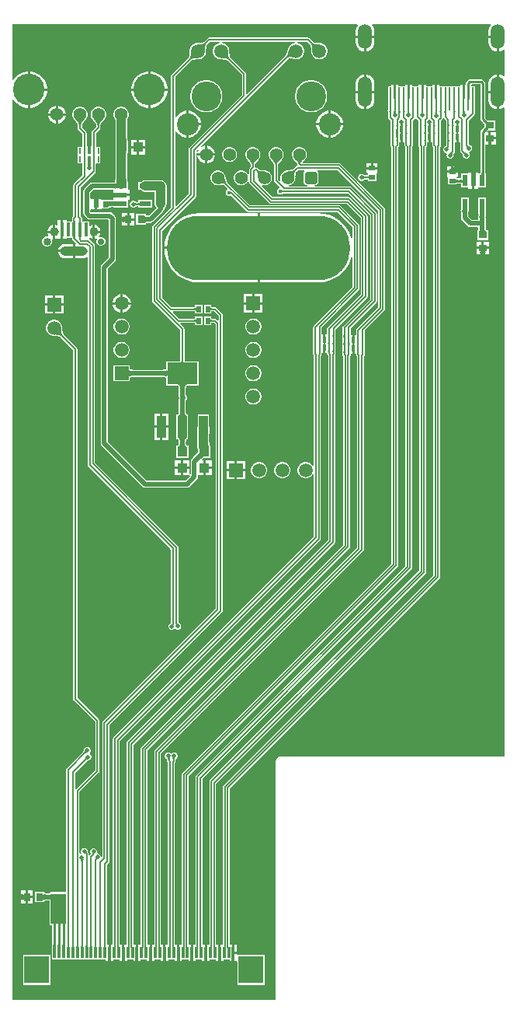
<source format=gtl>
G04*
G04 #@! TF.GenerationSoftware,Altium Limited,Altium Designer,21.3.2 (30)*
G04*
G04 Layer_Physical_Order=1*
G04 Layer_Color=255*
%FSLAX25Y25*%
%MOIN*%
G70*
G04*
G04 #@! TF.SameCoordinates,97996B78-1690-4D19-8AB1-FF8F13014A98*
G04*
G04*
G04 #@! TF.FilePolarity,Positive*
G04*
G01*
G75*
%ADD10C,0.00787*%
%ADD14C,0.01000*%
%ADD15C,0.03937*%
%ADD16C,0.01968*%
%ADD17R,0.01181X0.04724*%
%ADD18R,0.10630X0.11811*%
%ADD19R,0.00787X0.02618*%
%ADD20R,0.01575X0.02618*%
%ADD21R,0.01102X0.10236*%
%ADD22R,0.02362X0.04921*%
%ADD23R,0.03543X0.03150*%
%ADD24R,0.01772X0.05906*%
%ADD25R,0.04300X0.04200*%
%ADD26R,0.02165X0.02559*%
%ADD27R,0.03937X0.09449*%
%ADD28R,0.12992X0.09449*%
%ADD29R,0.03150X0.03543*%
%ADD30R,0.04921X0.02362*%
%ADD31R,0.02559X0.02165*%
%ADD32R,0.04200X0.04300*%
%ADD67C,0.00700*%
%ADD68C,0.01181*%
%ADD69R,0.06500X0.13000*%
%ADD70C,0.05512*%
G04:AMPARAMS|DCode=71|XSize=55.12mil|YSize=55.12mil|CornerRadius=13.78mil|HoleSize=0mil|Usage=FLASHONLY|Rotation=0.000|XOffset=0mil|YOffset=0mil|HoleType=Round|Shape=RoundedRectangle|*
%AMROUNDEDRECTD71*
21,1,0.05512,0.02756,0,0,0.0*
21,1,0.02756,0.05512,0,0,0.0*
1,1,0.02756,0.01378,-0.01378*
1,1,0.02756,-0.01378,-0.01378*
1,1,0.02756,-0.01378,0.01378*
1,1,0.02756,0.01378,0.01378*
%
%ADD71ROUNDEDRECTD71*%
%ADD72C,0.12795*%
%ADD73C,0.05984*%
%ADD74C,0.09449*%
%ADD75C,0.05591*%
%ADD76C,0.13583*%
%ADD77O,0.05906X0.12992*%
%ADD78O,0.05906X0.10630*%
%ADD79C,0.02756*%
%ADD80C,0.03346*%
%ADD81O,0.03543X0.03937*%
%ADD82C,0.03937*%
%ADD83O,0.11811X0.03937*%
%ADD84C,0.05906*%
%ADD85R,0.05906X0.05906*%
%ADD86R,0.05906X0.05906*%
%ADD87O,0.78740X0.27559*%
%ADD88C,0.01968*%
%ADD89C,0.01772*%
G36*
X207990Y420212D02*
X207591Y419690D01*
X207192Y418729D01*
X207056Y417697D01*
Y415835D01*
X211043D01*
Y415335D01*
X211543D01*
Y409052D01*
X212075Y409122D01*
X213037Y409520D01*
X213519Y409890D01*
X214019Y409643D01*
Y398586D01*
X213519Y398339D01*
X213037Y398709D01*
X212075Y399107D01*
X211543Y399177D01*
Y391713D01*
Y384248D01*
X212075Y384318D01*
X213037Y384717D01*
X213519Y385086D01*
X214019Y384840D01*
Y106848D01*
X118110D01*
X117147Y106656D01*
X116331Y106110D01*
X115785Y105294D01*
X115593Y104331D01*
Y2517D01*
X2517D01*
X2517Y388341D01*
X3017Y388493D01*
X3582Y387648D01*
X4667Y386562D01*
X5943Y385710D01*
X7361Y385122D01*
X8867Y384823D01*
X9134D01*
Y392614D01*
Y400406D01*
X8867D01*
X7361Y400106D01*
X5943Y399519D01*
X4667Y398666D01*
X3582Y397581D01*
X3017Y396735D01*
X2517Y396887D01*
Y420712D01*
X150657D01*
X150904Y420212D01*
X150504Y419690D01*
X150106Y418729D01*
X149970Y417697D01*
Y415835D01*
X153957D01*
X157944D01*
Y417697D01*
X157808Y418729D01*
X157409Y419690D01*
X157010Y420212D01*
X157256Y420712D01*
X207744D01*
X207990Y420212D01*
D02*
G37*
%LPC*%
G36*
X210543Y414835D02*
X207056D01*
Y412972D01*
X207192Y411941D01*
X207591Y410979D01*
X208224Y410153D01*
X209050Y409520D01*
X210011Y409122D01*
X210543Y409052D01*
Y414835D01*
D02*
G37*
G36*
X157944Y414835D02*
X154457D01*
Y409052D01*
X154989Y409122D01*
X155950Y409520D01*
X156776Y410153D01*
X157409Y410979D01*
X157808Y411941D01*
X157944Y412972D01*
Y414835D01*
D02*
G37*
G36*
X153457D02*
X149970D01*
Y412972D01*
X150106Y411941D01*
X150504Y410979D01*
X151138Y410153D01*
X151963Y409520D01*
X152925Y409122D01*
X153457Y409052D01*
Y414835D01*
D02*
G37*
G36*
X129480Y414939D02*
X87055D01*
X86707Y414869D01*
X86411Y414672D01*
X84950Y413211D01*
X84905Y413197D01*
X84784Y413094D01*
X84660Y413019D01*
X84495Y412943D01*
X84287Y412873D01*
X84037Y412810D01*
X83758Y412760D01*
X82632Y412673D01*
X82195Y412671D01*
X82195Y412671D01*
X82195Y412671D01*
X82193Y412671D01*
X82095Y412630D01*
X81706D01*
X80817Y412392D01*
X80021Y411932D01*
X79371Y411282D01*
X78911Y410485D01*
X78673Y409597D01*
Y409208D01*
X78632Y409110D01*
X78632Y409107D01*
X78632Y409107D01*
X78632Y409107D01*
X78630Y408665D01*
X78585Y407881D01*
X78545Y407556D01*
X78493Y407266D01*
X78430Y407016D01*
X78360Y406808D01*
X78284Y406642D01*
X78208Y406519D01*
X78106Y406398D01*
X78092Y406353D01*
X70856Y399116D01*
X70658Y398821D01*
X70589Y398472D01*
Y342226D01*
X62781Y334418D01*
X62583Y334122D01*
X62514Y333773D01*
Y302102D01*
X62583Y301754D01*
X62781Y301458D01*
X74589Y289650D01*
Y276512D01*
X74565Y276459D01*
X74562Y276326D01*
X74553Y276230D01*
X74543Y276169D01*
X68504D01*
Y273079D01*
X68490Y273053D01*
X68477Y272930D01*
X68461Y272887D01*
X68436Y272849D01*
X68384Y272801D01*
X68289Y272743D01*
X68142Y272683D01*
X67943Y272630D01*
X67693Y272588D01*
X67393Y272562D01*
X67033Y272553D01*
X67006Y272541D01*
X54450D01*
X54423Y272553D01*
X54064Y272562D01*
X53764Y272588D01*
X53514Y272630D01*
X53314Y272683D01*
X53168Y272743D01*
X53073Y272801D01*
X53021Y272849D01*
X52995Y272887D01*
X52980Y272930D01*
X52967Y273053D01*
X52953Y273079D01*
Y274480D01*
X46047D01*
Y267575D01*
X52953D01*
Y268976D01*
X52967Y269002D01*
X52980Y269125D01*
X52995Y269168D01*
X53021Y269207D01*
X53073Y269254D01*
X53168Y269312D01*
X53314Y269372D01*
X53514Y269425D01*
X53764Y269467D01*
X54064Y269493D01*
X54423Y269502D01*
X54450Y269514D01*
X67006D01*
X67033Y269502D01*
X67393Y269493D01*
X67693Y269467D01*
X67943Y269425D01*
X68142Y269372D01*
X68289Y269312D01*
X68384Y269255D01*
X68436Y269207D01*
X68461Y269168D01*
X68477Y269125D01*
X68490Y269002D01*
X68504Y268976D01*
Y265721D01*
X73448D01*
X73475Y265706D01*
X73598Y265693D01*
X73641Y265678D01*
X73679Y265652D01*
X73727Y265600D01*
X73785Y265505D01*
X73844Y265359D01*
X73898Y265160D01*
X73939Y264909D01*
X73965Y264610D01*
X73975Y264250D01*
X73987Y264223D01*
Y261028D01*
X73987Y261028D01*
X74086Y260528D01*
X73987Y260028D01*
X73987Y260028D01*
Y254832D01*
X73975Y254805D01*
X73965Y254448D01*
X73940Y254150D01*
X73899Y253901D01*
X73846Y253703D01*
X73787Y253558D01*
X73730Y253464D01*
X73684Y253413D01*
X73647Y253388D01*
X73607Y253374D01*
X73486Y253361D01*
X73438Y253335D01*
X73032D01*
Y252893D01*
X73002Y252823D01*
X73014Y252795D01*
X73005Y252765D01*
X73032Y252717D01*
Y243503D01*
X73005Y243455D01*
X73014Y243426D01*
X73002Y243398D01*
X73032Y243327D01*
Y242886D01*
X73438D01*
X73486Y242860D01*
X73607Y242847D01*
X73647Y242832D01*
X73684Y242808D01*
X73730Y242757D01*
X73787Y242663D01*
X73846Y242518D01*
X73899Y242319D01*
X73940Y242071D01*
X73965Y241773D01*
X73973Y241479D01*
X73965Y241183D01*
X73939Y240884D01*
X73898Y240633D01*
X73844Y240434D01*
X73785Y240287D01*
X73727Y240193D01*
X73679Y240141D01*
X73641Y240115D01*
X73598Y240100D01*
X73475Y240087D01*
X73448Y240072D01*
X72850D01*
Y234872D01*
X78150D01*
Y240072D01*
X77552D01*
X77526Y240087D01*
X77402Y240100D01*
X77359Y240115D01*
X77321Y240141D01*
X77273Y240193D01*
X77215Y240287D01*
X77156Y240434D01*
X77102Y240633D01*
X77061Y240884D01*
X77035Y241183D01*
X77027Y241479D01*
X77035Y241773D01*
X77061Y242071D01*
X77101Y242319D01*
X77154Y242518D01*
X77213Y242663D01*
X77270Y242757D01*
X77316Y242808D01*
X77353Y242832D01*
X77393Y242847D01*
X77514Y242860D01*
X77562Y242886D01*
X77969D01*
Y243327D01*
X77998Y243398D01*
X77986Y243426D01*
X77995Y243455D01*
X77969Y243503D01*
Y252717D01*
X77995Y252765D01*
X77986Y252795D01*
X77998Y252823D01*
X77969Y252893D01*
Y253335D01*
X77562D01*
X77514Y253361D01*
X77393Y253374D01*
X77353Y253388D01*
X77316Y253413D01*
X77270Y253464D01*
X77213Y253558D01*
X77154Y253703D01*
X77101Y253901D01*
X77061Y254150D01*
X77035Y254448D01*
X77025Y254805D01*
X77013Y254832D01*
Y259401D01*
X77070Y259457D01*
X77153Y259581D01*
X77258Y259687D01*
X77315Y259824D01*
X77398Y259948D01*
X77427Y260095D01*
X77484Y260232D01*
Y260381D01*
X77513Y260528D01*
X77484Y260674D01*
Y260823D01*
X77427Y260961D01*
X77398Y261107D01*
X77315Y261231D01*
X77258Y261368D01*
X77153Y261474D01*
X77070Y261598D01*
X77013Y261654D01*
Y264223D01*
X77025Y264250D01*
X77035Y264610D01*
X77061Y264909D01*
X77102Y265160D01*
X77156Y265359D01*
X77215Y265505D01*
X77273Y265600D01*
X77321Y265652D01*
X77359Y265678D01*
X77402Y265693D01*
X77526Y265706D01*
X77552Y265721D01*
X82496D01*
Y276169D01*
X76457D01*
X76447Y276230D01*
X76438Y276326D01*
X76435Y276459D01*
X76411Y276512D01*
Y290028D01*
X76342Y290376D01*
X76144Y290672D01*
X74662Y292154D01*
X74853Y292616D01*
X80606D01*
X80659Y292593D01*
X80792Y292589D01*
X80889Y292581D01*
X80949Y292571D01*
Y291748D01*
X84114D01*
Y295307D01*
X80949D01*
Y294484D01*
X80889Y294474D01*
X80792Y294466D01*
X80659Y294462D01*
X80606Y294439D01*
X74198D01*
X71482Y297154D01*
X71674Y297616D01*
X80606D01*
X80659Y297593D01*
X80792Y297589D01*
X80889Y297581D01*
X80949Y297571D01*
Y296748D01*
X84114D01*
Y300307D01*
X80949D01*
Y299484D01*
X80889Y299474D01*
X80792Y299466D01*
X80659Y299462D01*
X80606Y299439D01*
X71019D01*
X66911Y303546D01*
Y332150D01*
X81144Y346383D01*
X81342Y346679D01*
X81411Y347028D01*
Y366330D01*
X82118Y367036D01*
X82518Y366729D01*
X82268Y366296D01*
X82013Y365346D01*
X85268D01*
Y368601D01*
X84318Y368346D01*
X83885Y368096D01*
X83578Y368496D01*
X120895Y405813D01*
X120940Y405827D01*
X121079Y405945D01*
X121198Y406016D01*
X121338Y406071D01*
X121503Y406109D01*
X121699Y406128D01*
X121926Y406123D01*
X122184Y406092D01*
X122473Y406033D01*
X122790Y405945D01*
X123148Y405822D01*
X123231Y405827D01*
X123910Y405645D01*
X124830D01*
X125718Y405883D01*
X126514Y406343D01*
X127164Y406993D01*
X127624Y407790D01*
X127862Y408678D01*
Y409597D01*
X127624Y410485D01*
X127164Y411282D01*
X126514Y411932D01*
X125718Y412392D01*
X124830Y412630D01*
X124862Y413116D01*
X129102D01*
X130297Y411922D01*
X130311Y411877D01*
X130413Y411756D01*
X130489Y411632D01*
X130564Y411467D01*
X130635Y411259D01*
X130697Y411009D01*
X130748Y410731D01*
X130835Y409604D01*
X130837Y409167D01*
X130837Y409167D01*
X130837Y409167D01*
X130837Y409165D01*
X130878Y409067D01*
Y408678D01*
X131116Y407790D01*
X131576Y406993D01*
X132226Y406343D01*
X133022Y405883D01*
X133910Y405645D01*
X134830D01*
X135718Y405883D01*
X136514Y406343D01*
X137164Y406993D01*
X137624Y407790D01*
X137862Y408678D01*
Y409597D01*
X137624Y410485D01*
X137164Y411282D01*
X136514Y411932D01*
X135718Y412392D01*
X134830Y412630D01*
X134441D01*
X134343Y412671D01*
X134340Y412671D01*
X134340Y412671D01*
X134340Y412671D01*
X133898Y412673D01*
X133114Y412717D01*
X132789Y412758D01*
X132499Y412810D01*
X132249Y412873D01*
X132041Y412943D01*
X131875Y413019D01*
X131752Y413094D01*
X131630Y413197D01*
X131585Y413211D01*
X130124Y414672D01*
X129829Y414869D01*
X129480Y414939D01*
D02*
G37*
G36*
X62134Y400406D02*
X61866D01*
Y393114D01*
X69157D01*
Y393382D01*
X68858Y394887D01*
X68271Y396305D01*
X67418Y397581D01*
X66333Y398666D01*
X65057Y399519D01*
X63639Y400106D01*
X62134Y400406D01*
D02*
G37*
G36*
X10401D02*
X10134D01*
Y393114D01*
X17425D01*
Y393382D01*
X17126Y394887D01*
X16538Y396305D01*
X15686Y397581D01*
X14601Y398666D01*
X13324Y399519D01*
X11907Y400106D01*
X10401Y400406D01*
D02*
G37*
G36*
X60866D02*
X60599D01*
X59093Y400106D01*
X57676Y399519D01*
X56400Y398666D01*
X55314Y397581D01*
X54461Y396305D01*
X53874Y394887D01*
X53575Y393382D01*
Y393114D01*
X60866D01*
Y400406D01*
D02*
G37*
G36*
X154457Y399177D02*
Y392213D01*
X157944D01*
Y395256D01*
X157808Y396288D01*
X157409Y397249D01*
X156776Y398075D01*
X155950Y398709D01*
X154989Y399107D01*
X154457Y399177D01*
D02*
G37*
G36*
X153457Y399177D02*
X152925Y399107D01*
X151963Y398709D01*
X151138Y398075D01*
X150504Y397249D01*
X150106Y396288D01*
X149970Y395256D01*
Y392213D01*
X153457D01*
Y399177D01*
D02*
G37*
G36*
X210543D02*
X210011Y399107D01*
X209050Y398709D01*
X208224Y398075D01*
X207591Y397249D01*
X207192Y396288D01*
X207056Y395256D01*
Y392213D01*
X210543D01*
Y399177D01*
D02*
G37*
G36*
X69157Y392114D02*
X61866D01*
Y384823D01*
X62134D01*
X63639Y385122D01*
X65057Y385710D01*
X66333Y386562D01*
X67418Y387648D01*
X68271Y388924D01*
X68858Y390341D01*
X69157Y391847D01*
Y392114D01*
D02*
G37*
G36*
X60866D02*
X53575D01*
Y391847D01*
X53874Y390341D01*
X54461Y388924D01*
X55314Y387648D01*
X56400Y386562D01*
X57676Y385710D01*
X59093Y385122D01*
X60599Y384823D01*
X60866D01*
Y392114D01*
D02*
G37*
G36*
X17425D02*
X10134D01*
Y384823D01*
X10401D01*
X11907Y385122D01*
X13324Y385710D01*
X14601Y386562D01*
X15686Y387648D01*
X16538Y388924D01*
X17126Y390341D01*
X17425Y391847D01*
Y392114D01*
D02*
G37*
G36*
X157944Y391213D02*
X154457D01*
Y384248D01*
X154989Y384318D01*
X155950Y384717D01*
X156776Y385350D01*
X157409Y386176D01*
X157808Y387138D01*
X157944Y388169D01*
Y391213D01*
D02*
G37*
G36*
X153457D02*
X149970D01*
Y388169D01*
X150106Y387138D01*
X150504Y386176D01*
X151138Y385350D01*
X151963Y384717D01*
X152925Y384318D01*
X153457Y384248D01*
Y391213D01*
D02*
G37*
G36*
X210543D02*
X207056D01*
Y388169D01*
X207192Y387138D01*
X207591Y386176D01*
X208224Y385350D01*
X209050Y384717D01*
X210011Y384318D01*
X210543Y384248D01*
Y391213D01*
D02*
G37*
G36*
X131447Y396744D02*
X130088D01*
X128756Y396479D01*
X127500Y395959D01*
X126371Y395204D01*
X125410Y394243D01*
X124655Y393113D01*
X124135Y391858D01*
X123870Y390525D01*
Y389167D01*
X124135Y387834D01*
X124655Y386579D01*
X125410Y385449D01*
X126371Y384488D01*
X127500Y383733D01*
X128756Y383213D01*
X130088Y382948D01*
X131447D01*
X132780Y383213D01*
X134035Y383733D01*
X135165Y384488D01*
X136126Y385449D01*
X136880Y386579D01*
X137400Y387834D01*
X137665Y389167D01*
Y390525D01*
X137400Y391858D01*
X136880Y393113D01*
X136126Y394243D01*
X135165Y395204D01*
X134035Y395959D01*
X132780Y396479D01*
X131447Y396744D01*
D02*
G37*
G36*
X22220Y385740D02*
Y382445D01*
X25516D01*
X25257Y383410D01*
X24757Y384275D01*
X24051Y384982D01*
X23185Y385482D01*
X22220Y385740D01*
D02*
G37*
G36*
X21220D02*
X20256Y385482D01*
X19390Y384982D01*
X18684Y384275D01*
X18184Y383410D01*
X17925Y382445D01*
X21220D01*
Y385740D01*
D02*
G37*
G36*
X139514Y383563D02*
X139260D01*
Y378338D01*
X144484D01*
Y378592D01*
X144094Y380048D01*
X143341Y381353D01*
X142275Y382419D01*
X140969Y383172D01*
X139514Y383563D01*
D02*
G37*
G36*
X138260D02*
X138006D01*
X136550Y383172D01*
X135245Y382419D01*
X134179Y381353D01*
X133425Y380048D01*
X133035Y378592D01*
Y378338D01*
X138260D01*
Y383563D01*
D02*
G37*
G36*
X25516Y381445D02*
X22220D01*
Y378150D01*
X23185Y378408D01*
X24051Y378908D01*
X24757Y379614D01*
X25257Y380480D01*
X25516Y381445D01*
D02*
G37*
G36*
X21220D02*
X17925D01*
X18184Y380480D01*
X18684Y379614D01*
X19390Y378908D01*
X20256Y378408D01*
X21220Y378150D01*
Y381445D01*
D02*
G37*
G36*
X203914Y397047D02*
X198834D01*
X198444Y396970D01*
X198113Y396748D01*
X197527Y396163D01*
X197306Y395832D01*
X197228Y395442D01*
Y394726D01*
X197209Y394681D01*
X196780D01*
Y388563D01*
X195780D01*
Y394681D01*
X194728D01*
Y394181D01*
X191425D01*
Y394181D01*
X189323D01*
Y394181D01*
X186020D01*
Y394681D01*
X184968D01*
Y388563D01*
X183968D01*
Y394681D01*
X182917D01*
Y394181D01*
X180114D01*
Y394681D01*
X179063D01*
Y388563D01*
X178063D01*
Y394681D01*
X177012D01*
Y394181D01*
X174209D01*
Y394681D01*
X173158D01*
Y388563D01*
X172158D01*
Y394681D01*
X171106D01*
Y394181D01*
X168303D01*
Y394681D01*
X167252D01*
Y388563D01*
X166252D01*
Y394681D01*
X165201D01*
Y394181D01*
X163732D01*
Y383590D01*
X163713Y383560D01*
X163724Y383507D01*
X163703Y383457D01*
X163732Y383386D01*
Y382945D01*
X163885D01*
X163891Y382868D01*
X163892Y382749D01*
X163917Y382693D01*
Y380744D01*
X163983Y380412D01*
X164171Y380131D01*
X164913Y379389D01*
Y377873D01*
X164888Y377816D01*
X164881Y377306D01*
X164875Y377226D01*
X164873Y377209D01*
X164883Y377171D01*
X164857Y377108D01*
X164865Y377088D01*
X164858Y377067D01*
X164886Y377013D01*
Y374585D01*
X164857Y374514D01*
X164862Y374502D01*
X164857Y374490D01*
X164882Y373952D01*
X164881Y373897D01*
X164875Y373817D01*
X164873Y373800D01*
X164883Y373763D01*
X164857Y373700D01*
X164865Y373680D01*
X164858Y373659D01*
X164886Y373604D01*
Y371176D01*
X164857Y371106D01*
X164862Y371093D01*
X164857Y371081D01*
X164889Y370381D01*
X164913Y370330D01*
Y368748D01*
X164979Y368416D01*
X165167Y368135D01*
X165297Y368005D01*
Y189550D01*
X119887Y144140D01*
X119887Y144140D01*
X75504Y99757D01*
X75316Y99476D01*
X75250Y99144D01*
Y25941D01*
X74264D01*
Y22579D01*
Y19217D01*
X75354D01*
Y19716D01*
X78079D01*
Y19217D01*
X79169D01*
Y22579D01*
Y25941D01*
X78183D01*
Y98288D01*
X121610Y141715D01*
X121610Y141715D01*
X167977Y188082D01*
X168165Y188363D01*
X168230Y188694D01*
Y367919D01*
X168361Y368049D01*
X168549Y368330D01*
X168615Y368662D01*
Y370093D01*
X169217D01*
Y371019D01*
X169195Y371042D01*
X169142Y371077D01*
X169083Y371098D01*
X169017Y371105D01*
X169217D01*
Y372402D01*
X170217D01*
Y371105D01*
X170416D01*
X170350Y371098D01*
X170291Y371077D01*
X170238Y371042D01*
X170217Y371019D01*
Y370093D01*
X170818D01*
Y368843D01*
X170884Y368511D01*
X171072Y368230D01*
X171203Y368099D01*
Y188456D01*
X81409Y98663D01*
X81221Y98381D01*
X81156Y98050D01*
Y25941D01*
X80169D01*
Y22579D01*
Y19217D01*
X81260D01*
Y19716D01*
X83984D01*
Y19217D01*
X85075D01*
Y22579D01*
Y25941D01*
X84089D01*
Y97194D01*
X173882Y186987D01*
X174070Y187268D01*
X174136Y187600D01*
Y368131D01*
X174266Y368261D01*
X174454Y368542D01*
X174520Y368874D01*
Y370340D01*
X174545Y370397D01*
X174552Y370908D01*
X174558Y370988D01*
X174560Y371004D01*
X174550Y371042D01*
X174576Y371105D01*
X174568Y371125D01*
X174575Y371146D01*
X174547Y371201D01*
Y373629D01*
X174576Y373699D01*
X174571Y373712D01*
X174576Y373724D01*
X174551Y374261D01*
X174552Y374317D01*
X174558Y374396D01*
X174560Y374413D01*
X174550Y374451D01*
X174576Y374514D01*
X174568Y374534D01*
X174575Y374555D01*
X174547Y374609D01*
Y377038D01*
X174576Y377108D01*
X174571Y377120D01*
X174576Y377133D01*
X174544Y377833D01*
X174520Y377884D01*
Y379322D01*
X175239Y380041D01*
X175403Y380286D01*
X175748Y380374D01*
X175947Y380373D01*
X175982Y380320D01*
X176913Y379389D01*
Y377873D01*
X176888Y377816D01*
X176881Y377306D01*
X176875Y377226D01*
X176873Y377209D01*
X176883Y377171D01*
X176857Y377108D01*
X176865Y377088D01*
X176858Y377068D01*
X176886Y377013D01*
Y374585D01*
X176857Y374514D01*
X176862Y374502D01*
X176857Y374490D01*
X176882Y373952D01*
X176881Y373897D01*
X176875Y373817D01*
X176873Y373800D01*
X176883Y373763D01*
X176857Y373700D01*
X176865Y373680D01*
X176858Y373659D01*
X176886Y373604D01*
Y371176D01*
X176857Y371106D01*
X176862Y371093D01*
X176857Y371081D01*
X176889Y370381D01*
X176913Y370330D01*
Y368748D01*
X176979Y368416D01*
X177167Y368135D01*
X177297Y368005D01*
Y186550D01*
X87315Y96568D01*
X87127Y96287D01*
X87061Y95955D01*
Y25941D01*
X86075D01*
Y22579D01*
Y19217D01*
X87165D01*
Y19716D01*
X89890D01*
Y19217D01*
X90980D01*
Y22579D01*
Y25941D01*
X89994D01*
Y95099D01*
X179977Y185082D01*
X180165Y185363D01*
X180230Y185694D01*
Y367919D01*
X180361Y368049D01*
X180549Y368330D01*
X180560Y368385D01*
X180615Y368662D01*
Y370093D01*
X181217D01*
Y371019D01*
X181195Y371042D01*
X181142Y371077D01*
X181083Y371098D01*
X181017Y371105D01*
X181217D01*
Y372402D01*
X182217D01*
Y371105D01*
X182416D01*
X182350Y371098D01*
X182290Y371077D01*
X182238Y371042D01*
X182217Y371019D01*
Y370093D01*
X182818D01*
Y368662D01*
X182884Y368330D01*
X183072Y368049D01*
X183203Y367919D01*
Y184456D01*
X93220Y94473D01*
X93032Y94192D01*
X92967Y93861D01*
Y25941D01*
X91980D01*
Y22579D01*
Y19217D01*
X93071D01*
Y19716D01*
X95795D01*
Y19217D01*
X96886D01*
Y22579D01*
Y25941D01*
X95900D01*
Y93005D01*
X185882Y182987D01*
X186070Y183268D01*
X186136Y183600D01*
Y367938D01*
X186266Y368068D01*
X186454Y368349D01*
X186520Y368681D01*
Y370340D01*
X186545Y370397D01*
X186552Y370908D01*
X186558Y370988D01*
X186560Y371004D01*
X186550Y371042D01*
X186576Y371105D01*
X186568Y371125D01*
X186575Y371146D01*
X186547Y371201D01*
Y373629D01*
X186576Y373699D01*
X186571Y373712D01*
X186576Y373724D01*
X186551Y374261D01*
X186552Y374317D01*
X186558Y374396D01*
X186560Y374413D01*
X186550Y374451D01*
X186576Y374514D01*
X186568Y374534D01*
X186575Y374555D01*
X186547Y374609D01*
Y377038D01*
X186576Y377108D01*
X186571Y377120D01*
X186576Y377133D01*
X186544Y377833D01*
X186520Y377884D01*
Y379322D01*
X187050Y379852D01*
X187238Y380133D01*
X187285Y380369D01*
X187569Y380489D01*
X187606Y380492D01*
X187804Y380498D01*
X188850Y379452D01*
Y377873D01*
X188825Y377816D01*
X188818Y377305D01*
X188812Y377226D01*
X188810Y377209D01*
X188820Y377171D01*
X188794Y377108D01*
X188802Y377088D01*
X188795Y377067D01*
X188823Y377013D01*
Y374585D01*
X188794Y374514D01*
X188799Y374502D01*
X188794Y374489D01*
X188819Y373952D01*
X188818Y373897D01*
X188812Y373817D01*
X188810Y373800D01*
X188820Y373763D01*
X188794Y373699D01*
X188802Y373679D01*
X188795Y373659D01*
X188823Y373604D01*
Y371176D01*
X188794Y371105D01*
X188799Y371093D01*
X188794Y371081D01*
X188826Y370381D01*
X188850Y370330D01*
Y368512D01*
X188705D01*
X188159Y368286D01*
X187742Y367868D01*
X187516Y367323D01*
Y366732D01*
X187742Y366187D01*
X188159Y365769D01*
X188705Y365543D01*
X188773D01*
X189107Y365043D01*
X189016Y364823D01*
Y364232D01*
X189242Y363687D01*
X189659Y363269D01*
X190205Y363043D01*
X190795D01*
X191341Y363269D01*
X191758Y363687D01*
X191984Y364232D01*
Y364793D01*
X191994Y364836D01*
X191983Y364897D01*
X191981Y364927D01*
X191981Y364953D01*
X191985Y364976D01*
X191990Y364998D01*
X191999Y365021D01*
X192012Y365047D01*
X192031Y365077D01*
X192057Y365111D01*
X192106Y365164D01*
X192124Y365213D01*
X192167Y365244D01*
X192170Y365262D01*
X192298Y365390D01*
X192486Y365671D01*
X192552Y366003D01*
Y370093D01*
X193037D01*
X193093Y370166D01*
X193142Y370241D01*
X193154Y370262D01*
Y371019D01*
X193132Y371042D01*
X193079Y371077D01*
X193020Y371098D01*
X192954Y371105D01*
X193154D01*
Y372402D01*
X194153D01*
Y371105D01*
X194353D01*
X194287Y371098D01*
X194228Y371077D01*
X194175Y371042D01*
X194153Y371019D01*
Y370307D01*
X194174Y370273D01*
X194226Y370201D01*
X194285Y370133D01*
X194325Y370093D01*
X194755D01*
Y366406D01*
X194821Y366074D01*
X195009Y365793D01*
X195768Y365034D01*
X195788Y364980D01*
X195838Y364926D01*
X195869Y364887D01*
X195895Y364849D01*
X195916Y364811D01*
X195934Y364772D01*
X195948Y364733D01*
X195960Y364690D01*
X195968Y364645D01*
X195973Y364596D01*
X195975Y364523D01*
X196016Y364431D01*
Y364232D01*
X196242Y363687D01*
X196659Y363269D01*
X197205Y363043D01*
X197795D01*
X198341Y363269D01*
X198758Y363687D01*
X198984Y364232D01*
Y364823D01*
X198758Y365368D01*
X198583Y365543D01*
X198790Y366043D01*
X198795D01*
X199341Y366269D01*
X199758Y366687D01*
X199984Y367232D01*
Y367823D01*
X199758Y368368D01*
X199341Y368786D01*
X198795Y369012D01*
X198748D01*
X198713Y369036D01*
X198457Y369429D01*
Y370340D01*
X198482Y370397D01*
X198489Y370908D01*
X198495Y370988D01*
X198497Y371005D01*
X198487Y371042D01*
X198513Y371105D01*
X198505Y371125D01*
X198512Y371146D01*
X198484Y371201D01*
Y373629D01*
X198513Y373699D01*
X198508Y373711D01*
X198513Y373724D01*
X198489Y374261D01*
X198489Y374317D01*
X198495Y374396D01*
X198497Y374413D01*
X198487Y374450D01*
X198513Y374514D01*
X198505Y374534D01*
X198512Y374554D01*
X198484Y374609D01*
Y377038D01*
X198513Y377108D01*
X198508Y377120D01*
X198513Y377133D01*
X198481Y377833D01*
X198457Y377884D01*
Y379259D01*
X200829Y381631D01*
X201017Y381912D01*
X201083Y382244D01*
Y382687D01*
X201108Y382741D01*
X201114Y382945D01*
X201268D01*
Y383386D01*
X201297Y383457D01*
X201276Y383507D01*
X201287Y383560D01*
X201268Y383590D01*
Y394181D01*
X199644D01*
X199461Y394588D01*
X199746Y395008D01*
X203480D01*
Y380028D01*
X203558Y379637D01*
X203779Y379307D01*
X204619Y378467D01*
X204637Y378419D01*
X204989Y378040D01*
X205107Y377893D01*
X205196Y377765D01*
X205228Y377710D01*
Y377396D01*
X205212Y377350D01*
X205228Y377314D01*
Y377299D01*
X205227Y377295D01*
X205221Y377285D01*
X205223Y377274D01*
X205222Y377266D01*
X205226Y377260D01*
X205228Y377249D01*
Y377238D01*
X205211Y377200D01*
X205228Y377155D01*
Y376844D01*
X205198Y376792D01*
X205112Y376669D01*
X204829Y376335D01*
X204644Y376144D01*
X204624Y376094D01*
X203779Y375249D01*
X203558Y374918D01*
X203480Y374528D01*
Y357157D01*
X203459Y357108D01*
X203454Y356933D01*
X203443Y356799D01*
X203425Y356694D01*
X203406Y356620D01*
X203400Y356606D01*
X202681D01*
Y357106D01*
X201523D01*
X201575Y356272D01*
X201603Y356173D01*
X201634Y356114D01*
X201669Y356094D01*
X201000D01*
Y353646D01*
Y350185D01*
X202681D01*
Y350685D01*
X205921D01*
Y355982D01*
X205946Y356025D01*
X205936Y356062D01*
X205950Y356098D01*
X205921Y356167D01*
Y356606D01*
X205586D01*
X205572Y356670D01*
X205545Y356938D01*
X205541Y357106D01*
X205520Y357155D01*
Y369197D01*
X207000D01*
Y369209D01*
X206995Y369399D01*
X206980Y369569D01*
X206955Y369719D01*
X206920Y369849D01*
X206875Y369959D01*
X206820Y370049D01*
X206755Y370119D01*
X206680Y370169D01*
X206595Y370199D01*
X206500Y370209D01*
X207000D01*
Y371772D01*
Y374346D01*
X206505D01*
X206308Y374847D01*
X206449Y374978D01*
X206599Y375098D01*
X206729Y375190D01*
X206761Y375209D01*
X207052D01*
X207089Y375192D01*
X207132Y375208D01*
X207177Y375196D01*
X207199Y375209D01*
X209772D01*
Y379358D01*
X207184D01*
X207161Y379372D01*
X207116Y379359D01*
X207073Y379375D01*
X207037Y379358D01*
X206749D01*
X206718Y379376D01*
X206594Y379463D01*
X206254Y379753D01*
X206058Y379942D01*
X206040Y379949D01*
X206031Y379967D01*
X205990Y379980D01*
X205520Y380450D01*
Y395442D01*
X205442Y395832D01*
X205221Y396163D01*
X204635Y396748D01*
X204304Y396970D01*
X203914Y397047D01*
D02*
G37*
G36*
X210272Y374346D02*
X208000D01*
Y372272D01*
X210272D01*
Y374346D01*
D02*
G37*
G36*
X144484Y377338D02*
X139260D01*
Y372114D01*
X139514D01*
X140969Y372504D01*
X142275Y373257D01*
X143341Y374323D01*
X144094Y375629D01*
X144484Y377084D01*
Y377338D01*
D02*
G37*
G36*
X138260D02*
X133035D01*
Y377084D01*
X133425Y375629D01*
X134179Y374323D01*
X135245Y373257D01*
X136550Y372504D01*
X138006Y372114D01*
X138260D01*
Y377338D01*
D02*
G37*
G36*
X210272Y371272D02*
X208000D01*
Y370209D01*
X208500D01*
X208405Y370199D01*
X208320Y370169D01*
X208245Y370119D01*
X208180Y370049D01*
X208125Y369959D01*
X208080Y369849D01*
X208045Y369719D01*
X208020Y369569D01*
X208005Y369399D01*
X208000Y369209D01*
Y369197D01*
X210272D01*
Y371272D01*
D02*
G37*
G36*
X59600Y371178D02*
X57000D01*
Y368528D01*
X59600D01*
Y371178D01*
D02*
G37*
G36*
X56000D02*
X53400D01*
Y368528D01*
X56000D01*
Y371178D01*
D02*
G37*
G36*
X39871Y385240D02*
X39003D01*
X38165Y385016D01*
X37414Y384582D01*
X36800Y383968D01*
X36366Y383217D01*
X36142Y382379D01*
Y381511D01*
X36366Y380673D01*
X36800Y379922D01*
X37056Y379666D01*
X37095Y379568D01*
X37382Y379278D01*
X37860Y378740D01*
X38043Y378503D01*
X38196Y378280D01*
X38316Y378076D01*
X38404Y377894D01*
X38461Y377737D01*
X38492Y377606D01*
X38504Y377456D01*
X38526Y377413D01*
Y376842D01*
X36856Y375172D01*
X36658Y374876D01*
X36589Y374528D01*
Y368541D01*
X36046D01*
X36030Y368471D01*
X36017Y368387D01*
X36008Y368295D01*
X36007Y368278D01*
X36025Y368019D01*
X36044Y367889D01*
X36069Y367779D01*
X36099Y367689D01*
X36135Y367619D01*
X36176Y367569D01*
X36223Y367539D01*
X36275Y367529D01*
X36000D01*
Y366232D01*
X35000D01*
Y367529D01*
X34725D01*
X34777Y367539D01*
X34824Y367569D01*
X34865Y367619D01*
X34901Y367689D01*
X34931Y367779D01*
X34956Y367889D01*
X34975Y368019D01*
X34989Y368169D01*
X34992Y368271D01*
X34983Y368387D01*
X34970Y368471D01*
X34954Y368541D01*
X34411D01*
Y374028D01*
X34342Y374376D01*
X34144Y374672D01*
X32474Y376342D01*
Y377413D01*
X32496Y377456D01*
X32508Y377606D01*
X32539Y377737D01*
X32596Y377894D01*
X32684Y378076D01*
X32804Y378280D01*
X32957Y378503D01*
X33140Y378739D01*
X33618Y379278D01*
X33904Y379568D01*
X33944Y379666D01*
X34200Y379922D01*
X34634Y380673D01*
X34858Y381511D01*
Y382379D01*
X34634Y383217D01*
X34200Y383968D01*
X33586Y384582D01*
X32835Y385016D01*
X31997Y385240D01*
X31129D01*
X30291Y385016D01*
X29540Y384582D01*
X28926Y383968D01*
X28492Y383217D01*
X28268Y382379D01*
Y381511D01*
X28492Y380673D01*
X28926Y379922D01*
X29182Y379666D01*
X29221Y379568D01*
X29508Y379278D01*
X29986Y378740D01*
X30169Y378503D01*
X30322Y378280D01*
X30442Y378076D01*
X30529Y377894D01*
X30587Y377737D01*
X30617Y377606D01*
X30630Y377456D01*
X30652Y377413D01*
Y375965D01*
X30721Y375616D01*
X30919Y375320D01*
X32589Y373650D01*
Y368486D01*
X32457Y368041D01*
X32089Y368041D01*
X30669D01*
Y364632D01*
X30669D01*
Y361014D01*
X32457Y361014D01*
X32620Y360582D01*
Y355937D01*
X28992Y352308D01*
X28795Y352013D01*
X28725Y351664D01*
Y338302D01*
X28356Y337933D01*
X28159Y337637D01*
X28089Y337289D01*
Y336449D01*
X28066Y336396D01*
X28062Y336260D01*
X28054Y336161D01*
X28045Y336106D01*
X25768D01*
Y336606D01*
X24383D01*
Y332653D01*
Y328701D01*
X25768D01*
Y329201D01*
X28087D01*
X28089Y329187D01*
X28096Y329094D01*
X28099Y328968D01*
X28147Y328861D01*
X28192Y328632D01*
X28390Y328337D01*
X29869Y326858D01*
X29677Y326396D01*
X29500D01*
Y323402D01*
Y320408D01*
X32937D01*
X33712Y320510D01*
X34389Y320790D01*
X34756Y320657D01*
X34888Y320592D01*
Y231753D01*
X34958Y231405D01*
X35155Y231109D01*
X70726Y195538D01*
Y164012D01*
X70705D01*
X70159Y163786D01*
X69742Y163368D01*
X69516Y162823D01*
Y162232D01*
X69742Y161687D01*
X70159Y161269D01*
X70705Y161043D01*
X71295D01*
X71841Y161269D01*
X72258Y161687D01*
X72654Y161430D01*
X72721Y161363D01*
X73267Y161137D01*
X73857D01*
X74403Y161363D01*
X74821Y161781D01*
X75046Y162326D01*
Y162917D01*
X74821Y163462D01*
X74403Y163880D01*
X73857Y164105D01*
X73836D01*
Y196449D01*
X73767Y196798D01*
X73569Y197093D01*
X37998Y232664D01*
Y325761D01*
X37929Y326110D01*
X37731Y326405D01*
X35678Y328459D01*
X35571Y328531D01*
X35444Y329056D01*
X35459Y329151D01*
X35504Y329201D01*
X35961Y329133D01*
X36067Y329052D01*
X36741Y328772D01*
X36965Y328743D01*
Y331670D01*
Y334596D01*
X36741Y334567D01*
X36067Y334287D01*
X35953Y334200D01*
X35504Y334421D01*
Y336106D01*
X32515D01*
X32506Y336161D01*
X32498Y336260D01*
X32494Y336396D01*
X32471Y336449D01*
Y337289D01*
X32401Y337637D01*
X32204Y337933D01*
X31835Y338302D01*
Y350753D01*
X38113Y357031D01*
X38310Y357327D01*
X38380Y357675D01*
Y360582D01*
X38543Y361014D01*
X38880Y361014D01*
X40331D01*
Y364632D01*
X40331D01*
Y368041D01*
X38543Y368041D01*
X38411Y368486D01*
Y374150D01*
X40081Y375820D01*
X40279Y376116D01*
X40348Y376465D01*
Y377413D01*
X40370Y377456D01*
X40383Y377606D01*
X40413Y377737D01*
X40470Y377894D01*
X40558Y378076D01*
X40678Y378280D01*
X40831Y378503D01*
X41014Y378739D01*
X41492Y379278D01*
X41778Y379568D01*
X41818Y379666D01*
X42074Y379922D01*
X42508Y380673D01*
X42732Y381511D01*
Y382379D01*
X42508Y383217D01*
X42074Y383968D01*
X41460Y384582D01*
X40709Y385016D01*
X39871Y385240D01*
D02*
G37*
G36*
X86268Y368601D02*
Y365346D01*
X89522D01*
X89268Y366296D01*
X88773Y367152D01*
X88074Y367851D01*
X87217Y368346D01*
X86268Y368601D01*
D02*
G37*
G36*
X59600Y367528D02*
X57000D01*
Y364878D01*
X59600D01*
Y367528D01*
D02*
G37*
G36*
X56000D02*
X53400D01*
Y364878D01*
X56000D01*
Y367528D01*
D02*
G37*
G36*
X96196Y368102D02*
X95339D01*
X94511Y367880D01*
X93769Y367451D01*
X93162Y366845D01*
X92734Y366103D01*
X92512Y365275D01*
Y364417D01*
X92734Y363589D01*
X93162Y362847D01*
X93769Y362241D01*
X94511Y361812D01*
X95339Y361590D01*
X96196D01*
X97024Y361812D01*
X97767Y362241D01*
X98373Y362847D01*
X98802Y363589D01*
X99024Y364417D01*
Y365275D01*
X98802Y366103D01*
X98373Y366845D01*
X97767Y367451D01*
X97024Y367880D01*
X96196Y368102D01*
D02*
G37*
G36*
X89522Y364346D02*
X86268D01*
Y361092D01*
X87217Y361346D01*
X88074Y361841D01*
X88773Y362540D01*
X89268Y363396D01*
X89522Y364346D01*
D02*
G37*
G36*
X85268D02*
X82013D01*
X82268Y363396D01*
X82762Y362540D01*
X83461Y361841D01*
X84318Y361346D01*
X85268Y361092D01*
Y364346D01*
D02*
G37*
G36*
X159280Y361079D02*
X157500D01*
Y359496D01*
X158256D01*
Y359996D01*
X158266Y359901D01*
X158296Y359816D01*
X158347Y359741D01*
X158417Y359676D01*
X158509Y359621D01*
X158620Y359576D01*
X158751Y359541D01*
X158903Y359516D01*
X159075Y359501D01*
X159160Y359499D01*
X159280Y359509D01*
Y361079D01*
D02*
G37*
G36*
X156500D02*
X154720D01*
Y359496D01*
X156500D01*
Y361079D01*
D02*
G37*
G36*
X192353Y359579D02*
X192000D01*
Y359284D01*
X192221Y359458D01*
X192353Y359579D01*
D02*
G37*
G36*
X193780D02*
X193148D01*
X193780Y358947D01*
Y359579D01*
D02*
G37*
G36*
Y358159D02*
X193642Y357996D01*
X193780D01*
Y358159D01*
D02*
G37*
G36*
X191000Y359579D02*
X189220D01*
Y357996D01*
X190908D01*
X190233Y358567D01*
X190464Y358581D01*
X190700Y358622D01*
X190941Y358692D01*
X191000Y358716D01*
Y359579D01*
D02*
G37*
G36*
X106196Y368102D02*
X105339D01*
X104511Y367880D01*
X103769Y367451D01*
X103162Y366845D01*
X102734Y366103D01*
X102512Y365275D01*
Y364417D01*
X102734Y363589D01*
X103162Y362847D01*
X103428Y362581D01*
X103470Y362482D01*
X103761Y362192D01*
X104246Y361655D01*
X104432Y361420D01*
X104587Y361200D01*
X104708Y361000D01*
X104797Y360823D01*
X104855Y360672D01*
X104884Y360550D01*
X104897Y360410D01*
X104919Y360366D01*
Y359607D01*
X104411Y359099D01*
X104224Y358818D01*
X104158Y358487D01*
Y356486D01*
X103658Y356352D01*
X103373Y356845D01*
X102767Y357451D01*
X102024Y357880D01*
X101196Y358102D01*
X100339D01*
X99511Y357880D01*
X98769Y357451D01*
X98162Y356845D01*
X97734Y356103D01*
X97512Y355275D01*
Y354417D01*
X97734Y353589D01*
X98162Y352847D01*
X98769Y352241D01*
X99511Y351812D01*
X100339Y351590D01*
X101196D01*
X102024Y351812D01*
X102767Y352241D01*
X103373Y352847D01*
X103658Y353340D01*
X104158Y353206D01*
Y353006D01*
X104224Y352675D01*
X104411Y352394D01*
X112890Y343915D01*
X113171Y343727D01*
X113503Y343661D01*
X146141D01*
X152133Y337669D01*
Y304887D01*
X137826Y290579D01*
X137638Y290298D01*
X137572Y289966D01*
Y287745D01*
X137112D01*
X137093Y287725D01*
X137035Y287654D01*
X136985Y287581D01*
X136969Y287553D01*
Y286819D01*
X136990Y286796D01*
X137042Y286761D01*
X137102Y286740D01*
X137169Y286733D01*
X136969D01*
Y285436D01*
X135968D01*
Y286733D01*
X135768D01*
X135835Y286740D01*
X135895Y286761D01*
X135947Y286796D01*
X135968Y286819D01*
Y287553D01*
X135952Y287581D01*
X135901Y287654D01*
X135844Y287725D01*
X135825Y287745D01*
X135367D01*
Y290669D01*
X151313Y306615D01*
X151501Y306896D01*
X151567Y307228D01*
Y334525D01*
X151501Y334856D01*
X151313Y335137D01*
X143610Y342840D01*
X143329Y343028D01*
X142997Y343094D01*
X104614D01*
X94876Y352833D01*
X94862Y352878D01*
X94795Y352959D01*
X94735Y353056D01*
X94660Y353207D01*
X94583Y353393D01*
X94091Y355098D01*
X93988Y355553D01*
X93988Y355553D01*
X93988Y355554D01*
X93925Y355643D01*
X93802Y356103D01*
X93373Y356845D01*
X92767Y357451D01*
X92024Y357880D01*
X91196Y358102D01*
X90339D01*
X89511Y357880D01*
X88769Y357451D01*
X88162Y356845D01*
X87734Y356103D01*
X87512Y355275D01*
Y354417D01*
X87734Y353589D01*
X88162Y352847D01*
X88769Y352241D01*
X89511Y351812D01*
X90339Y351590D01*
X91196D01*
X91432Y351653D01*
X91523Y351637D01*
X91887Y351715D01*
X92210Y351768D01*
X92504Y351799D01*
X92766Y351809D01*
X92996Y351799D01*
X93193Y351771D01*
X93357Y351728D01*
X93489Y351674D01*
X93595Y351611D01*
X93715Y351510D01*
X93753Y351498D01*
X93777Y351465D01*
X93795Y351462D01*
X94926Y350331D01*
X94809Y349741D01*
X94715Y349702D01*
X94325Y349313D01*
X94114Y348803D01*
Y348252D01*
X94325Y347743D01*
X94715Y347353D01*
X95224Y347142D01*
X95776D01*
X96230Y347330D01*
X103145Y340415D01*
X103426Y340227D01*
X103758Y340161D01*
X142141D01*
X148633Y333669D01*
Y328713D01*
X148133Y328654D01*
X147958Y329384D01*
X147068Y331534D01*
X145852Y333517D01*
X144341Y335286D01*
X142572Y336797D01*
X140589Y338013D01*
X138440Y338903D01*
X136177Y339446D01*
X133858Y339628D01*
X108768D01*
Y324803D01*
Y309978D01*
X133858D01*
X136177Y310160D01*
X138440Y310703D01*
X140589Y311594D01*
X142572Y312809D01*
X144341Y314320D01*
X145852Y316089D01*
X147068Y318073D01*
X147958Y320222D01*
X148133Y320953D01*
X148633Y320894D01*
Y308084D01*
X131919Y291369D01*
X131731Y291088D01*
X131665Y290756D01*
Y287498D01*
X131640Y287441D01*
X131633Y286931D01*
X131627Y286851D01*
X131625Y286834D01*
X131635Y286797D01*
X131609Y286733D01*
X131617Y286713D01*
X131610Y286693D01*
X131638Y286638D01*
Y284210D01*
X131609Y284139D01*
X131614Y284127D01*
X131609Y284115D01*
X131633Y283577D01*
X131633Y283522D01*
X131627Y283442D01*
X131625Y283425D01*
X131635Y283388D01*
X131609Y283325D01*
X131617Y283305D01*
X131610Y283284D01*
X131638Y283229D01*
Y280801D01*
X131609Y280731D01*
X131614Y280718D01*
X131609Y280706D01*
X131641Y280006D01*
X131665Y279955D01*
Y279496D01*
X131731Y279164D01*
X131919Y278883D01*
X132049Y278753D01*
Y231286D01*
X131549Y231152D01*
X131263Y231648D01*
X130620Y232290D01*
X129833Y232745D01*
X128955Y232980D01*
X128045D01*
X127167Y232745D01*
X126380Y232290D01*
X125737Y231648D01*
X125283Y230860D01*
X125047Y229982D01*
Y229073D01*
X125283Y228195D01*
X125737Y227408D01*
X126380Y226765D01*
X127167Y226310D01*
X128045Y226075D01*
X128955D01*
X129833Y226310D01*
X130620Y226765D01*
X131263Y227408D01*
X131549Y227903D01*
X132049Y227769D01*
Y200999D01*
X45976Y114927D01*
X45788Y114645D01*
X45722Y114314D01*
Y25941D01*
X44736D01*
Y22579D01*
Y19217D01*
X45827D01*
Y19716D01*
X48551D01*
Y19217D01*
X49642D01*
Y22579D01*
Y25941D01*
X48656D01*
Y113458D01*
X134729Y199530D01*
X134916Y199812D01*
X134982Y200143D01*
Y278493D01*
X135113Y278623D01*
X135301Y278904D01*
X135312Y278959D01*
X135367Y279236D01*
Y279718D01*
X135968D01*
Y280655D01*
X135947Y280678D01*
X135895Y280714D01*
X135835Y280735D01*
X135768Y280743D01*
X135968D01*
Y282028D01*
X136969D01*
Y280743D01*
X137169D01*
X137102Y280735D01*
X137042Y280714D01*
X136990Y280678D01*
X136969Y280655D01*
Y279718D01*
X137570D01*
Y279591D01*
X137636Y279259D01*
X137824Y278978D01*
X138130Y278672D01*
Y199581D01*
X51882Y113332D01*
X51694Y113051D01*
X51628Y112719D01*
Y25941D01*
X50642D01*
Y22579D01*
Y19217D01*
X51732D01*
Y19716D01*
X54457D01*
Y19217D01*
X55547D01*
Y22579D01*
Y25941D01*
X54561D01*
Y111863D01*
X140810Y198112D01*
X140998Y198393D01*
X141064Y198724D01*
Y278761D01*
X141206Y278975D01*
X141272Y279306D01*
Y279966D01*
X141297Y280022D01*
X141304Y280533D01*
X141310Y280613D01*
X141312Y280629D01*
X141302Y280667D01*
X141328Y280730D01*
X141320Y280750D01*
X141327Y280771D01*
X141299Y280826D01*
Y283254D01*
X141328Y283325D01*
X141323Y283337D01*
X141328Y283349D01*
X141304Y283886D01*
X141304Y283942D01*
X141310Y284021D01*
X141312Y284038D01*
X141302Y284076D01*
X141328Y284139D01*
X141320Y284159D01*
X141327Y284180D01*
X141299Y284234D01*
Y286663D01*
X141328Y286733D01*
X141323Y286745D01*
X141328Y286758D01*
X141296Y287458D01*
X141272Y287509D01*
Y289877D01*
X154813Y303418D01*
X155001Y303699D01*
X155067Y304030D01*
Y338525D01*
X155001Y338856D01*
X154813Y339137D01*
X147610Y346340D01*
X147329Y346528D01*
X146997Y346594D01*
X114359D01*
X109713Y351240D01*
X109972Y351689D01*
X110339Y351590D01*
X111196D01*
X112024Y351812D01*
X112767Y352241D01*
X113373Y352847D01*
X113802Y353589D01*
X114024Y354417D01*
Y355275D01*
X113802Y356103D01*
X113373Y356845D01*
X112767Y357451D01*
X112024Y357880D01*
X111196Y358102D01*
X110840D01*
X110743Y358143D01*
X110740Y358143D01*
X110740Y358143D01*
X110740Y358143D01*
X110330Y358145D01*
X109605Y358185D01*
X109307Y358222D01*
X109040Y358269D01*
X108812Y358325D01*
X108624Y358388D01*
X108476Y358455D01*
X108369Y358520D01*
X108261Y358610D01*
X108214Y358625D01*
X107946Y358893D01*
X107665Y359081D01*
X107333Y359147D01*
X107142D01*
X106736Y359231D01*
X106652Y359637D01*
Y360371D01*
X106675Y360414D01*
X106687Y360554D01*
X106717Y360675D01*
X106774Y360827D01*
X106863Y361006D01*
X106984Y361208D01*
X107132Y361421D01*
X107811Y362220D01*
X108097Y362512D01*
X108136Y362609D01*
X108373Y362847D01*
X108802Y363589D01*
X109024Y364417D01*
Y365275D01*
X108802Y366103D01*
X108373Y366845D01*
X107767Y367451D01*
X107025Y367880D01*
X106196Y368102D01*
D02*
G37*
G36*
X158256Y358496D02*
X154720D01*
Y356913D01*
X154833D01*
X155220Y356642D01*
X155220Y356413D01*
Y355960D01*
X155137Y355953D01*
X155018Y355950D01*
X154964Y355926D01*
X154070D01*
X154017Y355950D01*
X153944Y355953D01*
X153893Y355958D01*
X153846Y355967D01*
X153802Y355979D01*
X153760Y355994D01*
X153719Y356012D01*
X153678Y356035D01*
X153638Y356061D01*
X153596Y356093D01*
X153541Y356142D01*
X153454Y356173D01*
X153341Y356286D01*
X152795Y356512D01*
X152205D01*
X151659Y356286D01*
X151242Y355868D01*
X151016Y355323D01*
Y354732D01*
X151242Y354187D01*
X151659Y353769D01*
X152205Y353543D01*
X152795D01*
X153341Y353769D01*
X153511Y353939D01*
X153609Y353980D01*
X153659Y354031D01*
X153695Y354062D01*
X153730Y354087D01*
X153765Y354108D01*
X153800Y354126D01*
X153837Y354140D01*
X153877Y354151D01*
X153921Y354160D01*
X153969Y354166D01*
X154042Y354168D01*
X154095Y354192D01*
X154964D01*
X155018Y354168D01*
X155137Y354165D01*
X155220Y354158D01*
Y353476D01*
X158780D01*
Y356413D01*
X158780Y356642D01*
X159167Y356913D01*
X159280D01*
Y358487D01*
X159190Y358494D01*
X159075Y358491D01*
X158903Y358476D01*
X158751Y358451D01*
X158620Y358416D01*
X158509Y358371D01*
X158417Y358316D01*
X158347Y358251D01*
X158296Y358176D01*
X158266Y358091D01*
X158256Y357996D01*
Y358496D01*
D02*
G37*
G36*
X199496Y357106D02*
X198319D01*
Y356606D01*
X195079D01*
Y354664D01*
X195077Y354661D01*
X195057Y354653D01*
X194986Y354633D01*
X194882Y354616D01*
X194750Y354605D01*
X194577Y354600D01*
X194528Y354579D01*
X193830D01*
X193782Y354600D01*
X193606Y354605D01*
X193471Y354616D01*
X193365Y354634D01*
X193291Y354653D01*
X193280Y354658D01*
X193280Y355142D01*
X193667Y355413D01*
X193780D01*
Y356996D01*
X192924D01*
X192893Y356933D01*
X192823Y356751D01*
X192781Y356582D01*
X192768Y356425D01*
X192092Y356996D01*
X189220D01*
Y355413D01*
X189333D01*
X189720Y355142D01*
X189720Y354913D01*
Y351976D01*
X193280D01*
Y352460D01*
X193291Y352465D01*
X193365Y352484D01*
X193471Y352502D01*
X193606Y352514D01*
X193782Y352518D01*
X193830Y352539D01*
X194528D01*
X194577Y352518D01*
X194750Y352514D01*
X194882Y352502D01*
X194986Y352485D01*
X195057Y352465D01*
X195077Y352457D01*
X195079Y352454D01*
Y350685D01*
X198319D01*
Y350185D01*
X200000D01*
Y353646D01*
Y356094D01*
X199331D01*
X199366Y356114D01*
X199398Y356173D01*
X199425Y356272D01*
X199449Y356409D01*
X199469Y356586D01*
X199496Y357106D01*
D02*
G37*
G36*
X126196Y368102D02*
X125339D01*
X124511Y367880D01*
X123768Y367451D01*
X123162Y366845D01*
X122734Y366103D01*
X122512Y365275D01*
Y364417D01*
X122734Y363589D01*
X123162Y362847D01*
X123652Y362357D01*
X123674Y362304D01*
X123700Y362293D01*
X123714Y362267D01*
X123957Y362065D01*
X124163Y361876D01*
X124341Y361692D01*
X124490Y361515D01*
X124611Y361346D01*
X124706Y361186D01*
X124775Y361036D01*
X124822Y360896D01*
X124849Y360764D01*
X124860Y360601D01*
X124911Y360498D01*
X124932Y360394D01*
X124899Y360231D01*
X124647Y359858D01*
X124499Y359828D01*
X124218Y359640D01*
X123253Y358676D01*
X123207Y358661D01*
X123102Y358573D01*
X122995Y358508D01*
X122846Y358440D01*
X122655Y358374D01*
X122423Y358313D01*
X122164Y358262D01*
X121107Y358156D01*
X120693Y358142D01*
X120604Y358102D01*
X120339D01*
X119511Y357880D01*
X118769Y357451D01*
X118162Y356845D01*
X117734Y356103D01*
X117512Y355275D01*
Y354417D01*
X117683Y353777D01*
X117235Y353518D01*
X116634Y354119D01*
Y360369D01*
X116657Y360412D01*
X116669Y360552D01*
X116699Y360674D01*
X116756Y360825D01*
X116845Y361003D01*
X116966Y361204D01*
X117114Y361416D01*
X117795Y362208D01*
X118081Y362497D01*
X118121Y362595D01*
X118373Y362847D01*
X118802Y363589D01*
X119024Y364417D01*
Y365275D01*
X118802Y366103D01*
X118373Y366845D01*
X117767Y367451D01*
X117024Y367880D01*
X116196Y368102D01*
X115339D01*
X114511Y367880D01*
X113768Y367451D01*
X113162Y366845D01*
X112734Y366103D01*
X112512Y365275D01*
Y364417D01*
X112734Y363589D01*
X113162Y362847D01*
X113414Y362595D01*
X113454Y362497D01*
X113744Y362204D01*
X114229Y361663D01*
X114414Y361426D01*
X114569Y361204D01*
X114691Y361003D01*
X114779Y360825D01*
X114837Y360674D01*
X114866Y360552D01*
X114879Y360412D01*
X114901Y360369D01*
Y353760D01*
X114967Y353428D01*
X115155Y353147D01*
X117389Y350913D01*
X117224Y350413D01*
X116715Y350202D01*
X116325Y349813D01*
X116114Y349303D01*
Y348752D01*
X116325Y348243D01*
X116715Y347853D01*
X117224Y347642D01*
X117776D01*
X118285Y347853D01*
X118410Y347978D01*
X118503Y348012D01*
X118540Y348048D01*
X118561Y348064D01*
X118584Y348079D01*
X118608Y348092D01*
X118635Y348104D01*
X118667Y348114D01*
X118703Y348123D01*
X118744Y348130D01*
X118792Y348134D01*
X118862Y348137D01*
X118916Y348161D01*
X119790D01*
X119790Y348161D01*
X146641D01*
X156133Y338669D01*
Y302887D01*
X144450Y291203D01*
X144262Y290922D01*
X144196Y290591D01*
Y287294D01*
X144172Y287237D01*
X144164Y286726D01*
X144159Y286647D01*
X144157Y286630D01*
X144166Y286592D01*
X144140Y286529D01*
X144148Y286509D01*
X144142Y286488D01*
X144169Y286434D01*
Y284005D01*
X144140Y283935D01*
X144145Y283923D01*
X144141Y283910D01*
X144165Y283373D01*
X144164Y283318D01*
X144159Y283238D01*
X144156Y283221D01*
X144166Y283184D01*
X144140Y283120D01*
X144148Y283100D01*
X144142Y283080D01*
X144169Y283025D01*
Y280597D01*
X144140Y280526D01*
X144145Y280514D01*
X144141Y280502D01*
X144172Y279802D01*
X144196Y279750D01*
Y278965D01*
X144262Y278633D01*
X144450Y278352D01*
X144581Y278221D01*
Y197531D01*
X57787Y110738D01*
X57599Y110456D01*
X57533Y110125D01*
Y25941D01*
X56547D01*
Y22579D01*
Y19217D01*
X57638D01*
Y19716D01*
X58894D01*
Y19716D01*
X60362D01*
Y19217D01*
X61453D01*
Y22579D01*
Y25941D01*
X60467D01*
Y109269D01*
X147260Y196062D01*
X147448Y196343D01*
X147459Y196398D01*
X147514Y196675D01*
Y278289D01*
X147644Y278419D01*
X147832Y278700D01*
X147843Y278755D01*
X147898Y279032D01*
Y279514D01*
X148385D01*
X148433Y279573D01*
X148484Y279647D01*
X148500Y279675D01*
Y280451D01*
X148478Y280474D01*
X148426Y280510D01*
X148366Y280531D01*
X148300Y280538D01*
X148500D01*
Y281823D01*
X149500D01*
Y280538D01*
X149700D01*
X149634Y280531D01*
X149574Y280510D01*
X149522Y280474D01*
X149500Y280451D01*
Y279675D01*
X149516Y279647D01*
X149567Y279573D01*
X149615Y279514D01*
X150133D01*
Y279000D01*
X150199Y278669D01*
X150387Y278387D01*
X150486Y278289D01*
Y196239D01*
X63693Y109446D01*
X63505Y109165D01*
X63439Y108833D01*
Y25941D01*
X62453D01*
Y22579D01*
Y19217D01*
X63543D01*
Y19716D01*
X66268D01*
Y19217D01*
X67358D01*
Y22579D01*
Y25941D01*
X66372D01*
Y107977D01*
X153165Y194770D01*
X153353Y195052D01*
X153419Y195383D01*
Y278221D01*
X153550Y278352D01*
X153738Y278633D01*
X153804Y278965D01*
Y279761D01*
X153828Y279818D01*
X153836Y280329D01*
X153841Y280408D01*
X153844Y280425D01*
X153834Y280463D01*
X153860Y280526D01*
X153852Y280546D01*
X153858Y280567D01*
X153831Y280622D01*
Y283050D01*
X153860Y283120D01*
X153855Y283132D01*
X153859Y283145D01*
X153835Y283682D01*
X153836Y283737D01*
X153841Y283817D01*
X153844Y283834D01*
X153834Y283871D01*
X153860Y283935D01*
X153852Y283955D01*
X153858Y283975D01*
X153831Y284030D01*
Y286458D01*
X153860Y286529D01*
X153855Y286541D01*
X153859Y286553D01*
X153828Y287253D01*
X153804Y287305D01*
Y289408D01*
X162313Y297918D01*
X162501Y298199D01*
X162567Y298531D01*
Y341525D01*
X162501Y341856D01*
X162313Y342137D01*
X143610Y360840D01*
X143329Y361028D01*
X142997Y361094D01*
X127330D01*
X127167Y361301D01*
X127088Y361594D01*
X127159Y361677D01*
X127337Y361857D01*
X127543Y362043D01*
X127788Y362241D01*
X127802Y362266D01*
X127828Y362277D01*
X127847Y362321D01*
X128373Y362847D01*
X128802Y363589D01*
X129024Y364417D01*
Y365275D01*
X128802Y366103D01*
X128373Y366845D01*
X127767Y367451D01*
X127024Y367880D01*
X126196Y368102D01*
D02*
G37*
G36*
X49713Y385240D02*
X48846D01*
X48008Y385016D01*
X47256Y384582D01*
X46643Y383968D01*
X46209Y383217D01*
X45984Y382379D01*
Y381511D01*
X46209Y380673D01*
X46643Y379922D01*
X46763Y379802D01*
Y368028D01*
X46795Y367865D01*
X46763Y367702D01*
Y355955D01*
X46736Y354388D01*
X46677Y353470D01*
X46639Y353146D01*
X46604Y352949D01*
X46421D01*
Y352864D01*
X45320Y352795D01*
X44962Y352793D01*
X44933Y352781D01*
X36740D01*
X36161Y352666D01*
X35670Y352338D01*
X35670Y352338D01*
X33430Y350098D01*
X33102Y349607D01*
X32987Y349028D01*
X32987Y349027D01*
Y339681D01*
X32987Y339681D01*
X33102Y339102D01*
X33430Y338611D01*
X34583Y337457D01*
X34583Y337457D01*
X35074Y337129D01*
X35653Y337014D01*
X43720D01*
X43987Y336748D01*
Y320654D01*
X40930Y317598D01*
X40602Y317107D01*
X40487Y316528D01*
X40487Y316528D01*
Y241028D01*
X40487Y241028D01*
X40602Y240448D01*
X40930Y239957D01*
X58430Y222458D01*
X58430Y222458D01*
X58921Y222129D01*
X59500Y222014D01*
X59500Y222014D01*
X77500D01*
X77500Y222014D01*
X78079Y222129D01*
X78570Y222458D01*
X81737Y225625D01*
X81737Y225625D01*
X82065Y226115D01*
X82180Y226695D01*
Y227428D01*
X84500D01*
Y230528D01*
Y233628D01*
X84145D01*
X83851Y234066D01*
X83855Y234128D01*
X84477Y234640D01*
X84711Y234808D01*
X84817Y234872D01*
X85575D01*
X85646Y234843D01*
X85687Y234860D01*
X85730Y234850D01*
X85767Y234872D01*
X87650D01*
Y239394D01*
X87655Y239400D01*
X87650Y239454D01*
Y239490D01*
X87679Y239560D01*
X87650Y239631D01*
Y240072D01*
X87324D01*
X87299Y240121D01*
X87234Y240327D01*
X87173Y240620D01*
X87044Y242394D01*
X87024Y242886D01*
X87024Y242886D01*
X87024Y242886D01*
Y245111D01*
X87072Y245354D01*
Y248110D01*
X87024Y248353D01*
Y253335D01*
X82087D01*
Y248353D01*
X82038Y248110D01*
Y245576D01*
X81983Y245299D01*
Y239439D01*
X82175Y238475D01*
X82302Y238285D01*
Y237604D01*
X82350Y237361D01*
Y237339D01*
X82299Y237256D01*
X80384Y235070D01*
X79880Y234560D01*
X79868Y234531D01*
X79597Y234260D01*
X79269Y233769D01*
X79154Y233190D01*
X79154Y233190D01*
Y227788D01*
X79150Y227786D01*
X78975Y227832D01*
X78650Y228087D01*
Y230028D01*
X76000D01*
Y227428D01*
X78160D01*
X78553Y227428D01*
X78838Y227005D01*
X76873Y225041D01*
X60127D01*
X43513Y241654D01*
Y315901D01*
X46570Y318957D01*
X46570Y318957D01*
X46898Y319448D01*
X47013Y320028D01*
X47013Y320028D01*
Y337374D01*
X46898Y337954D01*
X46570Y338444D01*
X46570Y338444D01*
X45417Y339598D01*
X44926Y339926D01*
X44347Y340041D01*
X44347Y340041D01*
X36280D01*
X36013Y340307D01*
Y341092D01*
X36449Y341248D01*
X36513Y341248D01*
X38032D01*
Y343528D01*
Y344795D01*
X37461D01*
X37477Y344811D01*
X37492Y344858D01*
X37505Y344937D01*
X37516Y345048D01*
X37539Y345569D01*
X37542Y345807D01*
X36513D01*
X36449Y345807D01*
X36013Y345963D01*
Y348401D01*
X37367Y349754D01*
X44931D01*
X44959Y349742D01*
X45433Y349737D01*
X45921Y349709D01*
Y348550D01*
X46756Y348602D01*
X46854Y348630D01*
X46914Y348661D01*
X46933Y348697D01*
Y348028D01*
X52842D01*
Y349709D01*
X52342D01*
Y352366D01*
X52372Y352437D01*
X52342Y352507D01*
Y352949D01*
X52056D01*
X52045Y352974D01*
X51986Y353187D01*
X51932Y353486D01*
X51796Y355622D01*
Y362352D01*
X51824Y363938D01*
X51886Y364854D01*
X51925Y365177D01*
X51963Y365377D01*
X52155Y365378D01*
X52160Y365728D01*
X52155Y365780D01*
X52155Y365819D01*
X52184Y365890D01*
X52155Y365960D01*
Y370095D01*
X52184Y370166D01*
X52155Y370236D01*
X52155Y370275D01*
X52160Y370327D01*
X52155Y370678D01*
X51973D01*
X51796Y373325D01*
Y379802D01*
X51916Y379922D01*
X52350Y380673D01*
X52575Y381511D01*
Y382379D01*
X52350Y383217D01*
X51916Y383968D01*
X51303Y384582D01*
X50551Y385016D01*
X49713Y385240D01*
D02*
G37*
G36*
X52842Y347028D02*
X46933D01*
Y346358D01*
X46914Y346394D01*
X46854Y346425D01*
X46756Y346453D01*
X46618Y346477D01*
X46441Y346497D01*
X45921Y346523D01*
Y345352D01*
X45320Y345315D01*
X45127Y345314D01*
X44508Y345315D01*
X43640Y345328D01*
X43595Y345331D01*
X43572Y345323D01*
X43539Y345336D01*
X43469Y345307D01*
X41114D01*
X40886Y345307D01*
X40614Y345695D01*
Y345807D01*
X39547D01*
X39602Y344795D01*
X39031D01*
Y343528D01*
Y341248D01*
X40614D01*
Y341361D01*
X40886Y341748D01*
X41114Y341748D01*
X43408D01*
X43438Y341728D01*
X43490Y341739D01*
X43539Y341719D01*
X43610Y341748D01*
X44051D01*
Y342101D01*
X44065Y342108D01*
X44178Y342146D01*
X44347Y342184D01*
X44562Y342216D01*
X45156Y342257D01*
X45282Y342259D01*
X45657Y342255D01*
X46396Y342217D01*
X46421Y342214D01*
X46421Y342106D01*
X46786Y342097D01*
X46862Y342106D01*
X46863Y342106D01*
X46933Y342077D01*
X47004Y342106D01*
X52342D01*
Y345346D01*
X52842D01*
Y347028D01*
D02*
G37*
G36*
X62579Y345468D02*
X56657D01*
Y344483D01*
X56603Y344474D01*
X56503Y344466D01*
X56368Y344462D01*
X56315Y344439D01*
X56061D01*
X56009Y344462D01*
X55928Y344465D01*
X55870Y344470D01*
X55819Y344479D01*
X55774Y344489D01*
X55735Y344502D01*
X55700Y344517D01*
X55669Y344533D01*
X55641Y344551D01*
X55615Y344572D01*
X55573Y344612D01*
X55480Y344647D01*
X55341Y344786D01*
X54795Y345012D01*
X54205D01*
X53659Y344786D01*
X53242Y344368D01*
X53016Y343823D01*
Y343232D01*
X53242Y342687D01*
X53659Y342269D01*
X54205Y342043D01*
X54795D01*
X55341Y342269D01*
X55480Y342409D01*
X55573Y342443D01*
X55615Y342483D01*
X55641Y342504D01*
X55669Y342522D01*
X55700Y342538D01*
X55735Y342553D01*
X55774Y342566D01*
X55819Y342577D01*
X55870Y342585D01*
X55928Y342590D01*
X56009Y342593D01*
X56061Y342616D01*
X56315D01*
X56368Y342593D01*
X56503Y342589D01*
X56603Y342581D01*
X56657Y342572D01*
Y342106D01*
X62579D01*
Y345468D01*
D02*
G37*
G36*
X66240Y353785D02*
X59618D01*
X58655Y353593D01*
X57838Y353047D01*
X57772Y352949D01*
X56657D01*
Y349587D01*
X57772D01*
X57838Y349488D01*
X58655Y348942D01*
X59618Y348751D01*
X63723D01*
Y343787D01*
X63915Y342824D01*
X64277Y342283D01*
X64303Y342191D01*
X64395Y342077D01*
X64517Y341908D01*
X61164Y338556D01*
X60938Y338560D01*
X60633Y338582D01*
X60375Y338615D01*
X60167Y338660D01*
X60012Y338709D01*
X59913Y338757D01*
X59867Y338790D01*
X59864Y338795D01*
X59855Y338859D01*
X59831Y338901D01*
Y339299D01*
X59389D01*
X59319Y339328D01*
X59284Y339314D01*
X59247Y339324D01*
X59205Y339299D01*
X55681D01*
Y334756D01*
X59205D01*
X59247Y334732D01*
X59284Y334741D01*
X59319Y334727D01*
X59389Y334756D01*
X59831D01*
Y335154D01*
X59855Y335196D01*
X59864Y335260D01*
X59867Y335265D01*
X59913Y335298D01*
X60012Y335346D01*
X60167Y335396D01*
X60366Y335438D01*
X60945Y335495D01*
X61298Y335502D01*
X61326Y335514D01*
X61776D01*
X61776Y335514D01*
X62355Y335629D01*
X62846Y335958D01*
X67310Y340422D01*
X67310Y340422D01*
X67638Y340913D01*
X67734Y341396D01*
X67765Y341457D01*
X67768Y341508D01*
X67773Y341537D01*
X67786Y341581D01*
X67807Y341637D01*
X67839Y341705D01*
X67883Y341784D01*
X67935Y341867D01*
X68085Y342077D01*
X68177Y342191D01*
X68203Y342283D01*
X68565Y342824D01*
X68757Y343787D01*
Y351268D01*
X68565Y352231D01*
X68020Y353047D01*
X67203Y353593D01*
X66240Y353785D01*
D02*
G37*
G36*
X54819Y339799D02*
X52744D01*
Y337528D01*
X54819D01*
Y339799D01*
D02*
G37*
G36*
X51744D02*
X49669D01*
Y338077D01*
X49717Y338082D01*
X49973Y338136D01*
X50189Y338206D01*
X50366Y338291D01*
X50504Y338392D01*
X50603Y338508D01*
X50662Y338640D01*
X50681Y338787D01*
Y337528D01*
X51744D01*
Y339799D01*
D02*
G37*
G36*
X205921Y346370D02*
X202559D01*
Y341031D01*
X202530Y340961D01*
X202559Y340890D01*
X202559Y340889D01*
X202550Y340814D01*
X202559Y340449D01*
X202644D01*
X202713Y339348D01*
X202715Y338990D01*
X202727Y338961D01*
Y338832D01*
X202685Y338731D01*
X202602Y338607D01*
X202573Y338460D01*
X202516Y338323D01*
Y338174D01*
X202487Y338028D01*
X202516Y337881D01*
Y337732D01*
X202573Y337595D01*
X202602Y337448D01*
X202685Y337325D01*
X202703Y337281D01*
X202515Y336781D01*
X199906D01*
X198273Y338414D01*
Y338958D01*
X198285Y338987D01*
X198293Y339685D01*
X198330Y340424D01*
X198333Y340449D01*
X198441Y340449D01*
X198450Y340814D01*
X198441Y340889D01*
X198441Y340890D01*
X198470Y340961D01*
X198441Y341031D01*
Y346370D01*
X195079D01*
Y341031D01*
X195050Y340961D01*
X195079Y340890D01*
X195079Y340889D01*
X195070Y340814D01*
X195079Y340449D01*
X195164D01*
X195233Y339348D01*
X195234Y338990D01*
X195247Y338961D01*
Y337787D01*
X195247Y337787D01*
X195362Y337208D01*
X195690Y336717D01*
X198209Y334198D01*
X198209Y334198D01*
X198700Y333870D01*
X199279Y333754D01*
X199280Y333754D01*
X202354D01*
X202702Y333396D01*
X202695Y333138D01*
X202672Y332872D01*
X202640Y332649D01*
X202603Y332478D01*
X202567Y332363D01*
X202564Y332358D01*
X202228D01*
Y331918D01*
X202199Y331848D01*
X202221Y331796D01*
X202210Y331740D01*
X202228Y331712D01*
Y328209D01*
X206772D01*
Y332358D01*
X206293D01*
X206267Y332372D01*
X206144Y332386D01*
X206100Y332401D01*
X206062Y332428D01*
X206013Y332480D01*
X205956Y332575D01*
X205896Y332721D01*
X205843Y332921D01*
X205801Y333171D01*
X205775Y333470D01*
X205765Y333829D01*
X205753Y333856D01*
Y337787D01*
X205753Y337787D01*
X205706Y338028D01*
X205753Y338268D01*
X205753Y338268D01*
Y338958D01*
X205766Y338987D01*
X205773Y339685D01*
X205810Y340424D01*
X205813Y340449D01*
X205921Y340449D01*
X205930Y340814D01*
X205921Y340889D01*
X205921Y340890D01*
X205950Y340961D01*
X205921Y341031D01*
Y346370D01*
D02*
G37*
G36*
X51744Y336528D02*
X50681D01*
Y335268D01*
X50662Y335415D01*
X50603Y335547D01*
X50504Y335663D01*
X50366Y335764D01*
X50189Y335849D01*
X49973Y335919D01*
X49717Y335974D01*
X49669Y335980D01*
Y334256D01*
X51744D01*
Y336528D01*
D02*
G37*
G36*
X23382Y336606D02*
X21997D01*
Y334776D01*
X21497Y334485D01*
X21035Y334609D01*
Y331669D01*
Y328730D01*
X21497Y328854D01*
X21997Y328701D01*
Y328701D01*
X23382D01*
Y332653D01*
Y336606D01*
D02*
G37*
G36*
X54819Y336528D02*
X52744D01*
Y334256D01*
X54819D01*
Y336528D01*
D02*
G37*
G36*
X37965Y334596D02*
Y332170D01*
X40220D01*
X40165Y332590D01*
X39886Y333264D01*
X39441Y333843D01*
X38862Y334287D01*
X38188Y334567D01*
X37965Y334596D01*
D02*
G37*
G36*
X20035Y334609D02*
X19390Y334436D01*
X18713Y334045D01*
X18160Y333492D01*
X17769Y332815D01*
X17596Y332170D01*
X20035D01*
Y334609D01*
D02*
G37*
G36*
Y331170D02*
X17596D01*
X17769Y330524D01*
X17962Y330190D01*
X17662Y329709D01*
X17052D01*
X16253Y329378D01*
X15642Y328767D01*
X15311Y327968D01*
Y327103D01*
X15642Y326305D01*
X16253Y325693D01*
X17052Y325362D01*
X17917D01*
X18715Y325693D01*
X19327Y326305D01*
X19658Y327103D01*
Y327968D01*
X19497Y328357D01*
X19864Y328776D01*
X20035Y328730D01*
Y331170D01*
D02*
G37*
G36*
X40220Y331170D02*
X37965D01*
Y328743D01*
X38188Y328772D01*
X38560Y328926D01*
X38746Y328760D01*
X38893Y328523D01*
X38638Y327909D01*
Y327162D01*
X38924Y326472D01*
X39453Y325943D01*
X40143Y325658D01*
X40890D01*
X41580Y325943D01*
X42109Y326472D01*
X42395Y327162D01*
Y327909D01*
X42109Y328599D01*
X41580Y329128D01*
X40890Y329414D01*
X40143D01*
X39946Y329332D01*
X39631Y329743D01*
X39886Y330075D01*
X40165Y330749D01*
X40220Y331170D01*
D02*
G37*
G36*
X107768Y339628D02*
X82677D01*
X80358Y339446D01*
X78096Y338903D01*
X75947Y338013D01*
X73963Y336797D01*
X72194Y335286D01*
X70683Y333517D01*
X69468Y331534D01*
X68577Y329384D01*
X68034Y327122D01*
X67891Y325303D01*
X107768D01*
Y339628D01*
D02*
G37*
G36*
X207272Y327346D02*
X205000D01*
Y325272D01*
X207272D01*
Y327346D01*
D02*
G37*
G36*
X204000D02*
X201728D01*
Y325272D01*
X204000D01*
Y327346D01*
D02*
G37*
G36*
X28501Y326396D02*
X25063D01*
X24289Y326294D01*
X23566Y325995D01*
X22946Y325519D01*
X22470Y324899D01*
X22171Y324177D01*
X22135Y323902D01*
X28501D01*
Y326396D01*
D02*
G37*
G36*
X207272Y324272D02*
X205000D01*
Y323209D01*
X206260D01*
X206112Y323189D01*
X205980Y323130D01*
X205864Y323032D01*
X205763Y322894D01*
X205678Y322717D01*
X205608Y322500D01*
X205554Y322244D01*
X205548Y322197D01*
X207272D01*
Y324272D01*
D02*
G37*
G36*
X204000D02*
X201728D01*
Y322197D01*
X203451D01*
X203446Y322244D01*
X203392Y322500D01*
X203322Y322717D01*
X203237Y322894D01*
X203136Y323032D01*
X203019Y323130D01*
X202888Y323189D01*
X202740Y323209D01*
X204000D01*
Y324272D01*
D02*
G37*
G36*
X28501Y322902D02*
X22135D01*
X22171Y322627D01*
X22470Y321905D01*
X22946Y321285D01*
X23566Y320809D01*
X24289Y320510D01*
X25063Y320408D01*
X28501D01*
Y322902D01*
D02*
G37*
G36*
X107768Y324303D02*
X67891D01*
X68034Y322484D01*
X68577Y320222D01*
X69468Y318073D01*
X70683Y316089D01*
X72194Y314320D01*
X73963Y312809D01*
X75947Y311594D01*
X78096Y310703D01*
X80358Y310160D01*
X82677Y309978D01*
X107768D01*
Y324303D01*
D02*
G37*
G36*
X50020Y304980D02*
X50000D01*
Y301528D01*
X53453D01*
Y301548D01*
X53183Y302553D01*
X52663Y303455D01*
X51927Y304190D01*
X51026Y304711D01*
X50020Y304980D01*
D02*
G37*
G36*
X109953D02*
X106500D01*
Y301528D01*
X109953D01*
Y304980D01*
D02*
G37*
G36*
X105500D02*
X102047D01*
Y301528D01*
X105500D01*
Y304980D01*
D02*
G37*
G36*
X49000D02*
X48980D01*
X47974Y304711D01*
X47073Y304190D01*
X46337Y303455D01*
X45817Y302553D01*
X45547Y301548D01*
Y301528D01*
X49000D01*
Y304980D01*
D02*
G37*
G36*
X24453Y304480D02*
X21000D01*
Y301028D01*
X24453D01*
Y304480D01*
D02*
G37*
G36*
X20000D02*
X16547D01*
Y301028D01*
X20000D01*
Y304480D01*
D02*
G37*
G36*
X109953Y300528D02*
X106500D01*
Y297075D01*
X109953D01*
Y300528D01*
D02*
G37*
G36*
X105500D02*
X102047D01*
Y297075D01*
X105500D01*
Y300528D01*
D02*
G37*
G36*
X53453D02*
X50000D01*
Y297075D01*
X50020D01*
X51026Y297344D01*
X51927Y297865D01*
X52663Y298601D01*
X53183Y299502D01*
X53453Y300507D01*
Y300528D01*
D02*
G37*
G36*
X49000D02*
X45547D01*
Y300507D01*
X45817Y299502D01*
X46337Y298601D01*
X47073Y297865D01*
X47974Y297344D01*
X48980Y297075D01*
X49000D01*
Y300528D01*
D02*
G37*
G36*
X24453Y300028D02*
X21000D01*
Y296575D01*
X24453D01*
Y300028D01*
D02*
G37*
G36*
X20000D02*
X16547D01*
Y296575D01*
X20000D01*
Y300028D01*
D02*
G37*
G36*
X88051Y300307D02*
X84886D01*
Y296748D01*
X88051D01*
Y297572D01*
X88106Y297581D01*
X88205Y297589D01*
X88341Y297593D01*
X88393Y297616D01*
X89123D01*
X91089Y295650D01*
Y293881D01*
X90627Y293689D01*
X90144Y294172D01*
X89849Y294369D01*
X89500Y294439D01*
X88393D01*
X88341Y294462D01*
X88205Y294466D01*
X88106Y294474D01*
X88051Y294483D01*
Y295307D01*
X84886D01*
Y291748D01*
X88051D01*
Y292572D01*
X88106Y292581D01*
X88205Y292589D01*
X88341Y292593D01*
X88393Y292616D01*
X89123D01*
X89801Y291937D01*
Y170118D01*
X41356Y121672D01*
X41158Y121376D01*
X41089Y121028D01*
Y63897D01*
X41054Y63873D01*
X40936Y63885D01*
X40483Y64093D01*
X40328Y64467D01*
X39910Y64884D01*
X39365Y65110D01*
X39286D01*
X38948Y65602D01*
Y66193D01*
X38722Y66738D01*
X38305Y67156D01*
X37759Y67382D01*
X37169D01*
X36623Y67156D01*
X36206Y66738D01*
X35980Y66193D01*
Y65602D01*
X36206Y65057D01*
X36319Y64944D01*
X36320Y64925D01*
X35760Y64366D01*
X35713Y64367D01*
X35260Y64523D01*
Y65134D01*
X35195Y65465D01*
X35007Y65747D01*
X34984Y65769D01*
Y66323D01*
X34758Y66868D01*
X34341Y67286D01*
X33795Y67512D01*
X33205D01*
X32659Y67286D01*
X32242Y66868D01*
X32016Y66323D01*
Y65732D01*
X32114Y65496D01*
X31848Y64927D01*
X31843Y64925D01*
X31368Y65268D01*
Y91562D01*
X39644Y99839D01*
X39842Y100134D01*
X39911Y100483D01*
Y122028D01*
X39842Y122376D01*
X39644Y122672D01*
X30411Y131905D01*
Y281528D01*
X30342Y281876D01*
X30144Y282172D01*
X24529Y287788D01*
X24514Y287833D01*
X24413Y287953D01*
X24338Y288074D01*
X24264Y288237D01*
X24194Y288442D01*
X24132Y288688D01*
X24080Y288973D01*
X24040Y289292D01*
X23996Y290063D01*
X23994Y290498D01*
X23994Y290498D01*
X23994Y290498D01*
X23994Y290501D01*
X23953Y290599D01*
Y290982D01*
X23717Y291860D01*
X23263Y292648D01*
X22620Y293290D01*
X21833Y293745D01*
X20955Y293980D01*
X20045D01*
X19167Y293745D01*
X18380Y293290D01*
X17737Y292648D01*
X17283Y291860D01*
X17047Y290982D01*
Y290073D01*
X17283Y289195D01*
X17737Y288407D01*
X18380Y287765D01*
X19167Y287310D01*
X20045Y287075D01*
X20429D01*
X20527Y287034D01*
X20529Y287034D01*
X20529Y287034D01*
X20530Y287034D01*
X20964Y287032D01*
X21736Y286987D01*
X22054Y286947D01*
X22340Y286895D01*
X22586Y286834D01*
X22790Y286764D01*
X22953Y286689D01*
X23075Y286615D01*
X23195Y286513D01*
X23240Y286499D01*
X28589Y281150D01*
Y131528D01*
X28658Y131179D01*
X28856Y130883D01*
X38089Y121650D01*
Y100860D01*
X29899Y92671D01*
X29561Y92754D01*
X29399Y92864D01*
Y99638D01*
X34541Y104779D01*
X34594Y104800D01*
X34653Y104855D01*
X34697Y104892D01*
X34740Y104922D01*
X34779Y104946D01*
X34816Y104965D01*
X34851Y104979D01*
X34884Y104989D01*
X34917Y104997D01*
X34950Y105000D01*
X35008Y105002D01*
X35098Y105043D01*
X35295D01*
X35841Y105269D01*
X36258Y105687D01*
X36484Y106232D01*
Y106823D01*
X36258Y107368D01*
X35841Y107786D01*
X35770Y108356D01*
X35896Y108482D01*
X36122Y109028D01*
Y109618D01*
X35896Y110164D01*
X35479Y110581D01*
X34933Y110807D01*
X34343D01*
X33797Y110581D01*
X33380Y110164D01*
X33154Y109618D01*
Y109421D01*
X33113Y109331D01*
X33111Y109273D01*
X33107Y109240D01*
X33100Y109207D01*
X33089Y109174D01*
X33075Y109139D01*
X33057Y109102D01*
X33032Y109062D01*
X33002Y109020D01*
X32965Y108976D01*
X32910Y108917D01*
X32890Y108863D01*
X25875Y101849D01*
X25678Y101553D01*
X25609Y101205D01*
Y48641D01*
X25500Y48569D01*
X19000D01*
X18617Y48410D01*
X18464Y48041D01*
X17826D01*
X17798Y48053D01*
X17438Y48060D01*
X17133Y48082D01*
X16875Y48115D01*
X16667Y48160D01*
X16512Y48209D01*
X16413Y48257D01*
X16367Y48291D01*
X16364Y48295D01*
X16355Y48359D01*
X16331Y48401D01*
Y48799D01*
X15889D01*
X15819Y48828D01*
X15784Y48814D01*
X15747Y48824D01*
X15705Y48799D01*
X12181D01*
Y44256D01*
X15705D01*
X15747Y44232D01*
X15784Y44241D01*
X15819Y44227D01*
X15889Y44256D01*
X16331D01*
Y44654D01*
X16355Y44696D01*
X16364Y44760D01*
X16367Y44765D01*
X16413Y44798D01*
X16512Y44846D01*
X16667Y44896D01*
X16866Y44938D01*
X17445Y44995D01*
X17798Y45002D01*
X17826Y45014D01*
X18459D01*
Y35028D01*
X18617Y34645D01*
X19000Y34486D01*
X19537D01*
Y25986D01*
X19516Y25935D01*
X19506Y25039D01*
X19504Y25019D01*
X19502Y25004D01*
X19512Y24971D01*
X19494Y24929D01*
X19524Y24858D01*
Y19716D01*
X23461D01*
Y19716D01*
X33516D01*
Y19716D01*
X37240D01*
Y19716D01*
X41390D01*
Y19716D01*
X42646D01*
Y19217D01*
X43736D01*
Y22579D01*
Y25941D01*
X43179D01*
Y60418D01*
X43932Y61171D01*
X44129Y61466D01*
X44199Y61815D01*
Y120117D01*
X92644Y168563D01*
X92842Y168858D01*
X92911Y169207D01*
Y296028D01*
X92842Y296376D01*
X92644Y296672D01*
X90144Y299172D01*
X89849Y299369D01*
X89500Y299439D01*
X88393D01*
X88341Y299462D01*
X88205Y299466D01*
X88106Y299474D01*
X88051Y299483D01*
Y300307D01*
D02*
G37*
G36*
X106455Y294480D02*
X105545D01*
X104667Y294245D01*
X103880Y293790D01*
X103237Y293148D01*
X102782Y292360D01*
X102547Y291482D01*
Y290573D01*
X102782Y289695D01*
X103237Y288908D01*
X103880Y288265D01*
X104667Y287810D01*
X105545Y287575D01*
X106455D01*
X107333Y287810D01*
X108120Y288265D01*
X108763Y288908D01*
X109218Y289695D01*
X109453Y290573D01*
Y291482D01*
X109218Y292360D01*
X108763Y293148D01*
X108120Y293790D01*
X107333Y294245D01*
X106455Y294480D01*
D02*
G37*
G36*
X49955D02*
X49045D01*
X48167Y294245D01*
X47380Y293790D01*
X46737Y293148D01*
X46283Y292360D01*
X46047Y291482D01*
Y290573D01*
X46283Y289695D01*
X46737Y288908D01*
X47380Y288265D01*
X48167Y287810D01*
X49045Y287575D01*
X49955D01*
X50833Y287810D01*
X51620Y288265D01*
X52263Y288908D01*
X52717Y289695D01*
X52953Y290573D01*
Y291482D01*
X52717Y292360D01*
X52263Y293148D01*
X51620Y293790D01*
X50833Y294245D01*
X49955Y294480D01*
D02*
G37*
G36*
X106455Y284480D02*
X105545D01*
X104667Y284245D01*
X103880Y283790D01*
X103237Y283148D01*
X102782Y282360D01*
X102547Y281482D01*
Y280573D01*
X102782Y279695D01*
X103237Y278907D01*
X103880Y278265D01*
X104667Y277810D01*
X105545Y277575D01*
X106455D01*
X107333Y277810D01*
X108120Y278265D01*
X108763Y278907D01*
X109218Y279695D01*
X109453Y280573D01*
Y281482D01*
X109218Y282360D01*
X108763Y283148D01*
X108120Y283790D01*
X107333Y284245D01*
X106455Y284480D01*
D02*
G37*
G36*
X49955D02*
X49045D01*
X48167Y284245D01*
X47380Y283790D01*
X46737Y283148D01*
X46283Y282360D01*
X46047Y281482D01*
Y280573D01*
X46283Y279695D01*
X46737Y278907D01*
X47380Y278265D01*
X48167Y277810D01*
X49045Y277575D01*
X49955D01*
X50833Y277810D01*
X51620Y278265D01*
X52263Y278907D01*
X52717Y279695D01*
X52953Y280573D01*
Y281482D01*
X52717Y282360D01*
X52263Y283148D01*
X51620Y283790D01*
X50833Y284245D01*
X49955Y284480D01*
D02*
G37*
G36*
X106455Y274480D02*
X105545D01*
X104667Y274245D01*
X103880Y273790D01*
X103237Y273148D01*
X102782Y272360D01*
X102547Y271482D01*
Y270573D01*
X102782Y269695D01*
X103237Y268907D01*
X103880Y268265D01*
X104667Y267810D01*
X105545Y267575D01*
X106455D01*
X107333Y267810D01*
X108120Y268265D01*
X108763Y268907D01*
X109218Y269695D01*
X109453Y270573D01*
Y271482D01*
X109218Y272360D01*
X108763Y273148D01*
X108120Y273790D01*
X107333Y274245D01*
X106455Y274480D01*
D02*
G37*
G36*
Y264480D02*
X105545D01*
X104667Y264245D01*
X103880Y263790D01*
X103237Y263148D01*
X102782Y262360D01*
X102547Y261482D01*
Y260573D01*
X102782Y259695D01*
X103237Y258908D01*
X103880Y258265D01*
X104667Y257810D01*
X105545Y257575D01*
X106455D01*
X107333Y257810D01*
X108120Y258265D01*
X108763Y258908D01*
X109218Y259695D01*
X109453Y260573D01*
Y261482D01*
X109218Y262360D01*
X108763Y263148D01*
X108120Y263790D01*
X107333Y264245D01*
X106455Y264480D01*
D02*
G37*
G36*
X69413Y253835D02*
X66945D01*
Y248610D01*
X69413D01*
Y253835D01*
D02*
G37*
G36*
X65945D02*
X63476D01*
Y248610D01*
X65945D01*
Y253835D01*
D02*
G37*
G36*
X69413Y247610D02*
X66945D01*
Y242386D01*
X69413D01*
Y247610D01*
D02*
G37*
G36*
X65945D02*
X63476D01*
Y242386D01*
X65945D01*
Y247610D01*
D02*
G37*
G36*
X88150Y233628D02*
X85500D01*
Y231028D01*
X88150D01*
Y233628D01*
D02*
G37*
G36*
X78650D02*
X76000D01*
Y231028D01*
X78650D01*
Y233628D01*
D02*
G37*
G36*
X75000D02*
X72350D01*
Y231028D01*
X75000D01*
Y233628D01*
D02*
G37*
G36*
X102453Y233480D02*
X99000D01*
Y230028D01*
X102453D01*
Y233480D01*
D02*
G37*
G36*
X98000D02*
X94547D01*
Y230028D01*
X98000D01*
Y233480D01*
D02*
G37*
G36*
X88150Y230028D02*
X85500D01*
Y227428D01*
X88150D01*
Y230028D01*
D02*
G37*
G36*
X75000D02*
X72350D01*
Y227428D01*
X75000D01*
Y230028D01*
D02*
G37*
G36*
X118955Y232980D02*
X118045D01*
X117167Y232745D01*
X116380Y232290D01*
X115737Y231648D01*
X115282Y230860D01*
X115047Y229982D01*
Y229073D01*
X115282Y228195D01*
X115737Y227408D01*
X116380Y226765D01*
X117167Y226310D01*
X118045Y226075D01*
X118955D01*
X119833Y226310D01*
X120620Y226765D01*
X121263Y227408D01*
X121718Y228195D01*
X121953Y229073D01*
Y229982D01*
X121718Y230860D01*
X121263Y231648D01*
X120620Y232290D01*
X119833Y232745D01*
X118955Y232980D01*
D02*
G37*
G36*
X108955D02*
X108045D01*
X107167Y232745D01*
X106380Y232290D01*
X105737Y231648D01*
X105282Y230860D01*
X105047Y229982D01*
Y229073D01*
X105282Y228195D01*
X105737Y227408D01*
X106380Y226765D01*
X107167Y226310D01*
X108045Y226075D01*
X108955D01*
X109833Y226310D01*
X110620Y226765D01*
X111263Y227408D01*
X111717Y228195D01*
X111953Y229073D01*
Y229982D01*
X111717Y230860D01*
X111263Y231648D01*
X110620Y232290D01*
X109833Y232745D01*
X108955Y232980D01*
D02*
G37*
G36*
X102453Y229028D02*
X99000D01*
Y225575D01*
X102453D01*
Y229028D01*
D02*
G37*
G36*
X98000D02*
X94547D01*
Y225575D01*
X98000D01*
Y229028D01*
D02*
G37*
G36*
X11319Y49299D02*
X9244D01*
Y47028D01*
X11319D01*
Y49299D01*
D02*
G37*
G36*
X8244D02*
X6169D01*
Y47577D01*
X6217Y47582D01*
X6473Y47636D01*
X6689Y47706D01*
X6866Y47791D01*
X7004Y47892D01*
X7102Y48008D01*
X7162Y48140D01*
X7181Y48287D01*
Y47028D01*
X8244D01*
Y49299D01*
D02*
G37*
G36*
Y46027D02*
X7181D01*
Y44768D01*
X7162Y44915D01*
X7102Y45047D01*
X7004Y45163D01*
X6866Y45264D01*
X6689Y45349D01*
X6473Y45419D01*
X6217Y45474D01*
X6169Y45480D01*
Y43756D01*
X8244D01*
Y46027D01*
D02*
G37*
G36*
X11319D02*
X9244D01*
Y43756D01*
X11319D01*
Y46027D01*
D02*
G37*
G36*
X98976Y25941D02*
X97886D01*
Y23079D01*
X98976D01*
Y25941D01*
D02*
G37*
G36*
X69806Y108518D02*
X69215D01*
X68670Y108292D01*
X68252Y107874D01*
X68026Y107329D01*
Y106738D01*
X68252Y106193D01*
X68670Y105775D01*
X68678Y105772D01*
X68696Y105744D01*
X68735Y105718D01*
X68745Y105709D01*
X68752Y105701D01*
X68760Y105690D01*
X68768Y105675D01*
X68777Y105654D01*
X68786Y105624D01*
X68794Y105584D01*
X68799Y105534D01*
X68802Y105455D01*
X68825Y105403D01*
Y105381D01*
X68819Y105337D01*
X68825Y105328D01*
Y104959D01*
X68894Y104610D01*
X69092Y104314D01*
X69256Y104150D01*
Y25941D01*
X68358D01*
Y22579D01*
Y19217D01*
X69449D01*
Y19716D01*
X72173D01*
Y19217D01*
X73264D01*
Y22579D01*
Y25941D01*
X72366D01*
Y104150D01*
X72434Y104218D01*
X72631Y104514D01*
X72701Y104862D01*
Y105331D01*
X72709Y105343D01*
X72701Y105397D01*
Y105400D01*
X72724Y105451D01*
X72727Y105530D01*
X72732Y105581D01*
X72740Y105622D01*
X72749Y105653D01*
X72759Y105676D01*
X72767Y105692D01*
X72776Y105704D01*
X72784Y105714D01*
X72795Y105724D01*
X72835Y105751D01*
X72855Y105784D01*
X73258Y106187D01*
X73484Y106732D01*
Y107323D01*
X73258Y107868D01*
X72841Y108286D01*
X72295Y108512D01*
X71705D01*
X71159Y108286D01*
X70758Y107885D01*
X70351Y108292D01*
X69806Y108518D01*
D02*
G37*
G36*
X18831Y21661D02*
X7201D01*
Y8850D01*
X18831D01*
Y21661D01*
D02*
G37*
G36*
X98978Y22079D02*
X97886D01*
Y19217D01*
X98976D01*
X99169Y18796D01*
Y8850D01*
X110799D01*
Y21661D01*
X99476D01*
X99169Y21661D01*
X98978Y22079D01*
D02*
G37*
%LPD*%
G36*
X131434Y412654D02*
X131621Y412540D01*
X131841Y412439D01*
X132096Y412353D01*
X132385Y412281D01*
X132708Y412222D01*
X133065Y412178D01*
X133881Y412132D01*
X134340Y412129D01*
X131378Y409167D01*
X131376Y409627D01*
X131285Y410800D01*
X131227Y411123D01*
X131154Y411412D01*
X131068Y411666D01*
X130968Y411887D01*
X130853Y412073D01*
X130725Y412226D01*
X131282Y412783D01*
X131434Y412654D01*
D02*
G37*
G36*
X85811Y412226D02*
X85682Y412073D01*
X85568Y411887D01*
X85467Y411666D01*
X85381Y411412D01*
X85309Y411123D01*
X85250Y410800D01*
X85206Y410443D01*
X85160Y409627D01*
X85157Y409167D01*
X82195Y412129D01*
X82655Y412132D01*
X83828Y412222D01*
X84151Y412281D01*
X84439Y412353D01*
X84694Y412439D01*
X84915Y412540D01*
X85101Y412654D01*
X85254Y412783D01*
X85811Y412226D01*
D02*
G37*
G36*
X123324Y406334D02*
X122951Y406462D01*
X122599Y406560D01*
X122271Y406627D01*
X121964Y406663D01*
X121679Y406669D01*
X121417Y406645D01*
X121177Y406589D01*
X120959Y406503D01*
X120763Y406387D01*
X120590Y406240D01*
X120237Y407001D01*
X120309Y407091D01*
X120395Y407231D01*
X120493Y407420D01*
X120729Y407947D01*
X121357Y409592D01*
X121546Y410127D01*
X123324Y406334D01*
D02*
G37*
G36*
X91706Y412630D02*
X90817Y412392D01*
X90021Y411932D01*
X89371Y411282D01*
X88911Y410485D01*
X88673Y409597D01*
Y408678D01*
X88911Y407790D01*
X89371Y406993D01*
X90021Y406343D01*
X90817Y405883D01*
X91706Y405645D01*
X92095D01*
X92193Y405604D01*
X92195Y405604D01*
X92195Y405604D01*
X92195Y405604D01*
X92638Y405602D01*
X93422Y405557D01*
X93746Y405517D01*
X94037Y405465D01*
X94287Y405402D01*
X94495Y405332D01*
X94660Y405256D01*
X94784Y405181D01*
X94905Y405078D01*
X94950Y405064D01*
X101089Y398925D01*
Y390405D01*
X78568Y367884D01*
X78371Y367589D01*
X78301Y367240D01*
Y348118D01*
X72873Y342689D01*
X72411Y342881D01*
Y374681D01*
X72911Y374815D01*
X73195Y374323D01*
X74261Y373257D01*
X75566Y372504D01*
X77022Y372114D01*
X77276D01*
Y377838D01*
Y383563D01*
X77022D01*
X75566Y383172D01*
X74261Y382419D01*
X73195Y381353D01*
X72911Y380862D01*
X72411Y380996D01*
Y398095D01*
X79381Y405064D01*
X79426Y405078D01*
X79547Y405181D01*
X79670Y405256D01*
X79836Y405332D01*
X80044Y405402D01*
X80294Y405465D01*
X80572Y405515D01*
X81698Y405602D01*
X82135Y405604D01*
X82135Y405604D01*
X82135Y405604D01*
X82138Y405604D01*
X82236Y405645D01*
X82625D01*
X83513Y405883D01*
X84310Y406343D01*
X84960Y406993D01*
X85419Y407790D01*
X85658Y408678D01*
Y409067D01*
X85698Y409165D01*
X85698Y409167D01*
X85698Y409167D01*
X85698Y409167D01*
X85701Y409610D01*
X85745Y410394D01*
X85786Y410718D01*
X85838Y411009D01*
X85901Y411259D01*
X85971Y411467D01*
X86047Y411632D01*
X86122Y411756D01*
X86225Y411877D01*
X86239Y411922D01*
X87433Y413116D01*
X91674D01*
X91706Y412630D01*
D02*
G37*
G36*
X95160Y408648D02*
X95250Y407475D01*
X95309Y407152D01*
X95381Y406863D01*
X95467Y406609D01*
X95568Y406388D01*
X95682Y406201D01*
X95811Y406049D01*
X95254Y405492D01*
X95101Y405621D01*
X94915Y405735D01*
X94694Y405835D01*
X94439Y405922D01*
X94151Y405994D01*
X93828Y406052D01*
X93471Y406097D01*
X92655Y406143D01*
X92195Y406145D01*
X95157Y409107D01*
X95160Y408648D01*
D02*
G37*
G36*
X82135Y406145D02*
X81676Y406143D01*
X80503Y406052D01*
X80180Y405994D01*
X79891Y405922D01*
X79637Y405835D01*
X79416Y405735D01*
X79229Y405621D01*
X79077Y405492D01*
X78520Y406049D01*
X78649Y406201D01*
X78763Y406388D01*
X78863Y406609D01*
X78950Y406863D01*
X79022Y407152D01*
X79080Y407475D01*
X79125Y407832D01*
X79171Y408648D01*
X79173Y409107D01*
X82135Y406145D01*
D02*
G37*
G36*
X123910Y412630D02*
X123022Y412392D01*
X122226Y411932D01*
X121576Y411282D01*
X121116Y410485D01*
X121082Y410361D01*
X121037Y410311D01*
X121038Y410309D01*
X121036Y410308D01*
X120849Y409779D01*
X120229Y408154D01*
X120005Y407656D01*
X119923Y407497D01*
X119865Y407402D01*
X119814Y407338D01*
X119802Y407298D01*
X103373Y390869D01*
X102911Y391060D01*
Y399303D01*
X102842Y399651D01*
X102644Y399947D01*
X96239Y406353D01*
X96224Y406398D01*
X96122Y406519D01*
X96047Y406642D01*
X95971Y406808D01*
X95901Y407016D01*
X95838Y407266D01*
X95788Y407544D01*
X95701Y408670D01*
X95698Y409107D01*
X95698Y409107D01*
X95698Y409107D01*
X95698Y409110D01*
X95657Y409208D01*
Y409597D01*
X95420Y410485D01*
X94960Y411282D01*
X94310Y411932D01*
X93513Y412392D01*
X92625Y412630D01*
X92657Y413116D01*
X123879D01*
X123910Y412630D01*
D02*
G37*
G36*
X81461Y297740D02*
X81453Y297815D01*
X81429Y297882D01*
X81390Y297941D01*
X81335Y297992D01*
X81264Y298035D01*
X81177Y298071D01*
X81075Y298098D01*
X80957Y298118D01*
X80823Y298130D01*
X80673Y298134D01*
Y298921D01*
X80823Y298925D01*
X80957Y298937D01*
X81075Y298957D01*
X81177Y298984D01*
X81264Y299020D01*
X81335Y299063D01*
X81390Y299114D01*
X81429Y299173D01*
X81453Y299240D01*
X81461Y299315D01*
Y297740D01*
D02*
G37*
G36*
Y292740D02*
X81453Y292815D01*
X81429Y292882D01*
X81390Y292941D01*
X81335Y292992D01*
X81264Y293035D01*
X81177Y293071D01*
X81075Y293098D01*
X80957Y293118D01*
X80823Y293130D01*
X80673Y293134D01*
Y293921D01*
X80823Y293925D01*
X80957Y293937D01*
X81075Y293957D01*
X81177Y293984D01*
X81264Y294020D01*
X81335Y294063D01*
X81390Y294114D01*
X81429Y294173D01*
X81453Y294240D01*
X81461Y294315D01*
Y292740D01*
D02*
G37*
G36*
X75898Y276295D02*
X75910Y276161D01*
X75929Y276043D01*
X75957Y275941D01*
X75992Y275854D01*
X76035Y275783D01*
X76087Y275728D01*
X76146Y275689D01*
X76213Y275665D01*
X76287Y275657D01*
X74713D01*
X74787Y275665D01*
X74854Y275689D01*
X74913Y275728D01*
X74965Y275783D01*
X75008Y275854D01*
X75043Y275941D01*
X75071Y276043D01*
X75090Y276161D01*
X75102Y276295D01*
X75106Y276445D01*
X75894D01*
X75898Y276295D01*
D02*
G37*
G36*
X75897Y273457D02*
X75969Y272336D01*
X76003Y272134D01*
X76042Y271964D01*
X76087Y271824D01*
X76139Y271717D01*
X76196Y271640D01*
X74804D01*
X74861Y271717D01*
X74913Y271824D01*
X74958Y271964D01*
X74997Y272134D01*
X75031Y272336D01*
X75079Y272833D01*
X75103Y273457D01*
X75106Y273815D01*
X75894D01*
X75897Y273457D01*
D02*
G37*
G36*
X69028Y269059D02*
X69008Y269246D01*
X68949Y269413D01*
X68850Y269561D01*
X68711Y269689D01*
X68533Y269797D01*
X68315Y269886D01*
X68058Y269955D01*
X67760Y270004D01*
X67424Y270034D01*
X67047Y270043D01*
Y272012D01*
X67424Y272022D01*
X67760Y272051D01*
X68058Y272100D01*
X68315Y272169D01*
X68533Y272258D01*
X68711Y272366D01*
X68850Y272494D01*
X68949Y272642D01*
X69008Y272809D01*
X69028Y272996D01*
Y269059D01*
D02*
G37*
G36*
X52449Y272809D02*
X52508Y272642D01*
X52607Y272494D01*
X52746Y272366D01*
X52924Y272258D01*
X53142Y272169D01*
X53399Y272100D01*
X53696Y272051D01*
X54033Y272022D01*
X54409Y272012D01*
Y270043D01*
X54033Y270034D01*
X53696Y270004D01*
X53399Y269955D01*
X53142Y269886D01*
X52924Y269797D01*
X52746Y269689D01*
X52607Y269561D01*
X52508Y269413D01*
X52449Y269246D01*
X52429Y269059D01*
Y272996D01*
X52449Y272809D01*
D02*
G37*
G36*
X77281Y266225D02*
X77114Y266165D01*
X76967Y266066D01*
X76839Y265928D01*
X76730Y265749D01*
X76642Y265531D01*
X76573Y265274D01*
X76524Y264977D01*
X76494Y264640D01*
X76484Y264264D01*
X74516D01*
X74506Y264640D01*
X74476Y264977D01*
X74427Y265274D01*
X74358Y265531D01*
X74270Y265749D01*
X74161Y265928D01*
X74033Y266066D01*
X73886Y266165D01*
X73719Y266225D01*
X73532Y266245D01*
X77469D01*
X77281Y266225D01*
D02*
G37*
G36*
X76494Y254417D02*
X76523Y254082D01*
X76572Y253787D01*
X76640Y253531D01*
X76727Y253315D01*
X76834Y253138D01*
X76961Y253000D01*
X77106Y252901D01*
X77272Y252842D01*
X77456Y252823D01*
X73544D01*
X73728Y252842D01*
X73893Y252901D01*
X74039Y253000D01*
X74166Y253138D01*
X74273Y253315D01*
X74360Y253531D01*
X74428Y253787D01*
X74477Y254082D01*
X74506Y254417D01*
X74516Y254791D01*
X76484D01*
X76494Y254417D01*
D02*
G37*
G36*
X77272Y243378D02*
X77106Y243319D01*
X76961Y243221D01*
X76834Y243083D01*
X76727Y242906D01*
X76640Y242689D01*
X76572Y242433D01*
X76523Y242138D01*
X76494Y241803D01*
X76486Y241479D01*
X76494Y241153D01*
X76524Y240816D01*
X76573Y240519D01*
X76642Y240261D01*
X76730Y240044D01*
X76839Y239865D01*
X76967Y239727D01*
X77114Y239628D01*
X77281Y239568D01*
X77469Y239548D01*
X73532D01*
X73719Y239568D01*
X73886Y239628D01*
X74033Y239727D01*
X74161Y239865D01*
X74270Y240044D01*
X74358Y240261D01*
X74427Y240519D01*
X74476Y240816D01*
X74506Y241153D01*
X74514Y241479D01*
X74506Y241803D01*
X74477Y242138D01*
X74428Y242433D01*
X74360Y242689D01*
X74273Y242906D01*
X74166Y243083D01*
X74039Y243221D01*
X73893Y243319D01*
X73728Y243378D01*
X73544Y243398D01*
X77456D01*
X77272Y243378D01*
D02*
G37*
%LPC*%
G36*
X86447Y396744D02*
X85088D01*
X83756Y396479D01*
X82500Y395959D01*
X81371Y395204D01*
X80410Y394243D01*
X79655Y393113D01*
X79135Y391858D01*
X78870Y390525D01*
Y389167D01*
X79135Y387834D01*
X79655Y386579D01*
X80410Y385449D01*
X81371Y384488D01*
X82500Y383733D01*
X83756Y383213D01*
X85088Y382948D01*
X86447D01*
X87780Y383213D01*
X89035Y383733D01*
X90165Y384488D01*
X91126Y385449D01*
X91880Y386579D01*
X92400Y387834D01*
X92665Y389167D01*
Y390525D01*
X92400Y391858D01*
X91880Y393113D01*
X91126Y394243D01*
X90165Y395204D01*
X89035Y395959D01*
X87780Y396479D01*
X86447Y396744D01*
D02*
G37*
G36*
X78529Y383563D02*
X78276D01*
Y378338D01*
X83500D01*
Y378592D01*
X83110Y380048D01*
X82356Y381353D01*
X81290Y382419D01*
X79985Y383172D01*
X78529Y383563D01*
D02*
G37*
G36*
X83500Y377338D02*
X78276D01*
Y372114D01*
X78529D01*
X79985Y372504D01*
X81290Y373257D01*
X82356Y374323D01*
X83110Y375629D01*
X83500Y377084D01*
Y377338D01*
D02*
G37*
%LPD*%
G36*
X198787Y393669D02*
X197709D01*
X197716Y393679D01*
X197723Y393709D01*
X197729Y393759D01*
X197738Y393919D01*
X197748Y394669D01*
X198748D01*
X198787Y393669D01*
D02*
G37*
G36*
X177098Y383450D02*
X177066Y383429D01*
X177037Y383394D01*
X177013Y383345D01*
X176992Y383282D01*
X176975Y383205D01*
X176962Y383114D01*
X176952Y383009D01*
X176944Y382757D01*
X176244D01*
X176243Y382890D01*
X176227Y383114D01*
X176214Y383205D01*
X176197Y383282D01*
X176176Y383345D01*
X176152Y383394D01*
X176123Y383429D01*
X176091Y383450D01*
X176055Y383457D01*
X177134D01*
X177098Y383450D01*
D02*
G37*
G36*
X175129D02*
X175097Y383429D01*
X175069Y383394D01*
X175044Y383345D01*
X175023Y383282D01*
X175006Y383205D01*
X174993Y383114D01*
X174984Y383009D01*
X174976Y382757D01*
X174276D01*
X174274Y382890D01*
X174259Y383114D01*
X174246Y383205D01*
X174229Y383282D01*
X174208Y383345D01*
X174183Y383394D01*
X174155Y383429D01*
X174123Y383450D01*
X174087Y383457D01*
X175165D01*
X175129Y383450D01*
D02*
G37*
G36*
X165287D02*
X165254Y383429D01*
X165226Y383394D01*
X165202Y383345D01*
X165181Y383282D01*
X165164Y383205D01*
X165150Y383114D01*
X165141Y383009D01*
X165134Y382757D01*
X164434D01*
X164432Y382890D01*
X164416Y383114D01*
X164403Y383205D01*
X164386Y383282D01*
X164365Y383345D01*
X164341Y383394D01*
X164312Y383429D01*
X164280Y383450D01*
X164244Y383457D01*
X165323D01*
X165287Y383450D01*
D02*
G37*
G36*
X200720Y383450D02*
X200688Y383429D01*
X200659Y383394D01*
X200635Y383345D01*
X200614Y383282D01*
X200597Y383205D01*
X200584Y383114D01*
X200574Y383009D01*
X200567Y382757D01*
X199866D01*
X199865Y382890D01*
X199849Y383114D01*
X199836Y383205D01*
X199819Y383282D01*
X199798Y383345D01*
X199774Y383394D01*
X199746Y383429D01*
X199713Y383450D01*
X199677Y383457D01*
X200756D01*
X200720Y383450D01*
D02*
G37*
G36*
X194814D02*
X194782Y383429D01*
X194754Y383394D01*
X194729Y383345D01*
X194708Y383282D01*
X194691Y383205D01*
X194678Y383114D01*
X194669Y383009D01*
X194661Y382757D01*
X193961D01*
X193959Y382890D01*
X193944Y383114D01*
X193931Y383205D01*
X193914Y383282D01*
X193893Y383345D01*
X193868Y383394D01*
X193840Y383429D01*
X193808Y383450D01*
X193772Y383457D01*
X194850D01*
X194814Y383450D01*
D02*
G37*
G36*
X192846D02*
X192814Y383429D01*
X192785Y383394D01*
X192761Y383345D01*
X192740Y383282D01*
X192723Y383205D01*
X192710Y383114D01*
X192700Y383009D01*
X192692Y382757D01*
X191992D01*
X191991Y382890D01*
X191975Y383114D01*
X191962Y383205D01*
X191945Y383282D01*
X191924Y383345D01*
X191900Y383394D01*
X191871Y383429D01*
X191839Y383450D01*
X191803Y383457D01*
X192882D01*
X192846Y383450D01*
D02*
G37*
G36*
X188909D02*
X188877Y383429D01*
X188848Y383394D01*
X188824Y383345D01*
X188803Y383282D01*
X188786Y383205D01*
X188773Y383114D01*
X188763Y383009D01*
X188756Y382757D01*
X188056D01*
X188054Y382890D01*
X188039Y383114D01*
X188025Y383205D01*
X188008Y383282D01*
X187987Y383345D01*
X187963Y383394D01*
X187934Y383429D01*
X187902Y383450D01*
X187866Y383457D01*
X188945D01*
X188909Y383450D01*
D02*
G37*
G36*
X186940D02*
X186908Y383429D01*
X186880Y383394D01*
X186855Y383345D01*
X186834Y383282D01*
X186817Y383205D01*
X186804Y383114D01*
X186795Y383009D01*
X186787Y382757D01*
X186087D01*
X186085Y382890D01*
X186070Y383114D01*
X186057Y383205D01*
X186040Y383282D01*
X186019Y383345D01*
X185994Y383394D01*
X185966Y383429D01*
X185934Y383450D01*
X185898Y383457D01*
X186976D01*
X186940Y383450D01*
D02*
G37*
G36*
X183003D02*
X182971Y383429D01*
X182943Y383394D01*
X182918Y383345D01*
X182897Y383282D01*
X182880Y383205D01*
X182867Y383114D01*
X182858Y383009D01*
X182850Y382757D01*
X182150D01*
X182148Y382890D01*
X182133Y383114D01*
X182120Y383205D01*
X182103Y383282D01*
X182082Y383345D01*
X182057Y383394D01*
X182029Y383429D01*
X181997Y383450D01*
X181961Y383457D01*
X183039D01*
X183003Y383450D01*
D02*
G37*
G36*
X181035D02*
X181003Y383429D01*
X180974Y383394D01*
X180950Y383345D01*
X180929Y383282D01*
X180912Y383205D01*
X180898Y383114D01*
X180889Y383009D01*
X180882Y382757D01*
X180182D01*
X180180Y382890D01*
X180165Y383114D01*
X180151Y383205D01*
X180134Y383282D01*
X180113Y383345D01*
X180089Y383394D01*
X180060Y383429D01*
X180028Y383450D01*
X179992Y383457D01*
X181071D01*
X181035Y383450D01*
D02*
G37*
G36*
X171192D02*
X171160Y383429D01*
X171132Y383394D01*
X171107Y383345D01*
X171086Y383282D01*
X171069Y383205D01*
X171056Y383114D01*
X171046Y383009D01*
X171039Y382757D01*
X170339D01*
X170337Y382890D01*
X170322Y383114D01*
X170309Y383205D01*
X170292Y383282D01*
X170271Y383345D01*
X170246Y383394D01*
X170218Y383429D01*
X170186Y383450D01*
X170150Y383457D01*
X171228D01*
X171192Y383450D01*
D02*
G37*
G36*
X169224D02*
X169192Y383429D01*
X169163Y383394D01*
X169139Y383345D01*
X169118Y383282D01*
X169101Y383205D01*
X169088Y383114D01*
X169078Y383009D01*
X169070Y382757D01*
X168370D01*
X168369Y382890D01*
X168353Y383114D01*
X168340Y383205D01*
X168323Y383282D01*
X168302Y383345D01*
X168278Y383394D01*
X168249Y383429D01*
X168217Y383450D01*
X168181Y383457D01*
X169260D01*
X169224Y383450D01*
D02*
G37*
G36*
X167255Y383450D02*
X167223Y383429D01*
X167195Y383394D01*
X167170Y383345D01*
X167149Y383282D01*
X167132Y383205D01*
X167119Y383114D01*
X167117Y383096D01*
X167132Y383018D01*
X167156Y382933D01*
X167187Y382850D01*
X167224Y382771D01*
X167268Y382695D01*
X167319Y382621D01*
X167376Y382550D01*
X167441Y382482D01*
X166063D01*
X166127Y382550D01*
X166185Y382621D01*
X166236Y382695D01*
X166280Y382771D01*
X166317Y382850D01*
X166348Y382933D01*
X166372Y383018D01*
X166386Y383094D01*
X166385Y383114D01*
X166372Y383205D01*
X166355Y383282D01*
X166334Y383345D01*
X166309Y383394D01*
X166281Y383429D01*
X166249Y383450D01*
X166213Y383457D01*
X167291D01*
X167255Y383450D01*
D02*
G37*
G36*
X173161D02*
X173129Y383429D01*
X173100Y383394D01*
X173076Y383345D01*
X173055Y383282D01*
X173038Y383205D01*
X173024Y383114D01*
X173018Y383040D01*
X173021Y383011D01*
X173038Y382923D01*
X173062Y382838D01*
X173092Y382756D01*
X173129Y382677D01*
X173174Y382600D01*
X173224Y382527D01*
X173282Y382456D01*
X173346Y382388D01*
X171968D01*
X172033Y382456D01*
X172091Y382527D01*
X172141Y382600D01*
X172186Y382677D01*
X172223Y382756D01*
X172253Y382838D01*
X172277Y382923D01*
X172294Y383011D01*
X172296Y383031D01*
X172291Y383114D01*
X172277Y383205D01*
X172260Y383282D01*
X172239Y383345D01*
X172215Y383394D01*
X172186Y383429D01*
X172154Y383450D01*
X172118Y383457D01*
X173197D01*
X173161Y383450D01*
D02*
G37*
G36*
X196798Y383450D02*
X196779Y383429D01*
X196762Y383394D01*
X196748Y383345D01*
X196736Y383282D01*
X196726Y383205D01*
X196717Y383080D01*
X196722Y383036D01*
X196740Y382949D01*
X196766Y382866D01*
X196798Y382786D01*
X196837Y382709D01*
X196884Y382637D01*
X196938Y382568D01*
X196999Y382502D01*
X197067Y382440D01*
X195694Y382330D01*
X195754Y382404D01*
X195807Y382479D01*
X195854Y382557D01*
X195895Y382637D01*
X195930Y382719D01*
X195958Y382803D01*
X195980Y382890D01*
X195996Y382978D01*
X195996Y382985D01*
X195984Y383114D01*
X195965Y383205D01*
X195941Y383282D01*
X195912Y383345D01*
X195877Y383394D01*
X195837Y383429D01*
X195791Y383450D01*
X195740Y383457D01*
X196819D01*
X196798Y383450D01*
D02*
G37*
G36*
X179066D02*
X179034Y383429D01*
X179006Y383394D01*
X178981Y383345D01*
X178960Y383282D01*
X178943Y383205D01*
X178930Y383114D01*
X178921Y383009D01*
X178920Y382978D01*
X178927Y382917D01*
X178944Y382829D01*
X178967Y382744D01*
X178998Y382662D01*
X179035Y382582D01*
X179079Y382506D01*
X179130Y382432D01*
X179188Y382361D01*
X179252Y382293D01*
X177874D01*
X177938Y382361D01*
X177996Y382432D01*
X178047Y382506D01*
X178091Y382582D01*
X178128Y382662D01*
X178159Y382744D01*
X178182Y382829D01*
X178199Y382917D01*
X178206Y382972D01*
X178196Y383114D01*
X178183Y383205D01*
X178166Y383282D01*
X178145Y383345D01*
X178120Y383394D01*
X178092Y383429D01*
X178060Y383450D01*
X178024Y383457D01*
X179102D01*
X179066Y383450D01*
D02*
G37*
G36*
X184972D02*
X184940Y383429D01*
X184911Y383394D01*
X184887Y383345D01*
X184866Y383282D01*
X184849Y383205D01*
X184836Y383114D01*
X184826Y383009D01*
X184824Y382954D01*
X184832Y382885D01*
X184849Y382797D01*
X184873Y382712D01*
X184903Y382630D01*
X184941Y382551D01*
X184985Y382474D01*
X185035Y382401D01*
X185093Y382330D01*
X185158Y382262D01*
X183780D01*
X183844Y382330D01*
X183902Y382401D01*
X183952Y382474D01*
X183996Y382551D01*
X184034Y382630D01*
X184064Y382712D01*
X184088Y382797D01*
X184105Y382885D01*
X184112Y382952D01*
X184101Y383114D01*
X184088Y383205D01*
X184071Y383282D01*
X184050Y383345D01*
X184026Y383394D01*
X183997Y383429D01*
X183965Y383450D01*
X183929Y383457D01*
X185008D01*
X184972Y383450D01*
D02*
G37*
G36*
X205890Y379351D02*
X206263Y379034D01*
X206427Y378919D01*
X206575Y378833D01*
X206709Y378776D01*
X206828Y378747D01*
X206932Y378747D01*
X207021Y378776D01*
X207096Y378834D01*
X205752Y377373D01*
X205805Y377452D01*
X205830Y377545D01*
X205827Y377652D01*
X205797Y377773D01*
X205739Y377908D01*
X205653Y378056D01*
X205540Y378218D01*
X205399Y378394D01*
X205033Y378787D01*
X205681Y379553D01*
X205890Y379351D01*
D02*
G37*
G36*
X178161Y377108D02*
X177398D01*
X177404Y377115D01*
X177409Y377136D01*
X177414Y377171D01*
X177422Y377283D01*
X177429Y377808D01*
X178129D01*
X178161Y377108D01*
D02*
G37*
G36*
X166161Y377108D02*
X165398D01*
X165404Y377115D01*
X165409Y377136D01*
X165414Y377171D01*
X165422Y377283D01*
X165429Y377808D01*
X166130D01*
X166161Y377108D01*
D02*
G37*
G36*
X180130Y377108D02*
X179366D01*
X179372Y377115D01*
X179378Y377136D01*
X179383Y377171D01*
X179390Y377283D01*
X179398Y377808D01*
X180098D01*
X180130Y377108D01*
D02*
G37*
G36*
X190098Y377108D02*
X189335D01*
X189341Y377115D01*
X189346Y377136D01*
X189351Y377171D01*
X189359Y377283D01*
X189366Y377808D01*
X190067D01*
X190098Y377108D01*
D02*
G37*
G36*
X186035D02*
X185272D01*
X185278Y377115D01*
X185283Y377136D01*
X185288Y377171D01*
X185296Y377283D01*
X185303Y377808D01*
X186003D01*
X186035Y377108D01*
D02*
G37*
G36*
X184067D02*
X183303D01*
X183309Y377115D01*
X183315Y377136D01*
X183319Y377171D01*
X183327Y377283D01*
X183335Y377808D01*
X184035D01*
X184067Y377108D01*
D02*
G37*
G36*
X174035D02*
X173272D01*
X173278Y377115D01*
X173283Y377136D01*
X173288Y377171D01*
X173296Y377283D01*
X173303Y377808D01*
X174004D01*
X174035Y377108D01*
D02*
G37*
G36*
X172067D02*
X171303D01*
X171309Y377115D01*
X171315Y377136D01*
X171319Y377171D01*
X171327Y377283D01*
X171335Y377808D01*
X172035D01*
X172067Y377108D01*
D02*
G37*
G36*
X168130D02*
X167366D01*
X167372Y377115D01*
X167378Y377136D01*
X167383Y377171D01*
X167390Y377283D01*
X167398Y377808D01*
X168098D01*
X168130Y377108D01*
D02*
G37*
G36*
X197972Y377108D02*
X197209D01*
X197215Y377115D01*
X197220Y377136D01*
X197225Y377171D01*
X197233Y377283D01*
X197240Y377808D01*
X197941D01*
X197972Y377108D01*
D02*
G37*
G36*
X196004D02*
X195240D01*
X195246Y377115D01*
X195252Y377136D01*
X195256Y377171D01*
X195264Y377283D01*
X195272Y377808D01*
X195972D01*
X196004Y377108D01*
D02*
G37*
G36*
X192067D02*
X191303D01*
X191309Y377115D01*
X191315Y377136D01*
X191320Y377171D01*
X191327Y377283D01*
X191335Y377808D01*
X192035D01*
X192067Y377108D01*
D02*
G37*
G36*
X182333Y377964D02*
X182275Y377893D01*
X182225Y377819D01*
X182181Y377742D01*
X182144Y377662D01*
X182114Y377580D01*
X182090Y377495D01*
X182086Y377475D01*
X182091Y377445D01*
X182116Y377352D01*
X182147Y377274D01*
X182186Y377210D01*
X182231Y377160D01*
X182284Y377125D01*
X182343Y377103D01*
X182410Y377096D01*
X181010D01*
X181076Y377103D01*
X181136Y377125D01*
X181188Y377160D01*
X181234Y377210D01*
X181272Y377274D01*
X181304Y377352D01*
X181328Y377445D01*
X181333Y377472D01*
X181329Y377490D01*
X181305Y377575D01*
X181274Y377657D01*
X181237Y377736D01*
X181193Y377812D01*
X181142Y377885D01*
X181084Y377956D01*
X181019Y378023D01*
X182397Y378032D01*
X182333Y377964D01*
D02*
G37*
G36*
X170341Y378040D02*
X170283Y377970D01*
X170233Y377896D01*
X170189Y377819D01*
X170151Y377740D01*
X170121Y377658D01*
X170097Y377573D01*
X170086Y377517D01*
X170098Y377445D01*
X170123Y377352D01*
X170154Y377274D01*
X170193Y377210D01*
X170238Y377160D01*
X170291Y377125D01*
X170350Y377103D01*
X170416Y377096D01*
X169017D01*
X169083Y377103D01*
X169142Y377125D01*
X169195Y377160D01*
X169240Y377210D01*
X169279Y377274D01*
X169310Y377352D01*
X169335Y377445D01*
X169347Y377517D01*
X169336Y377573D01*
X169312Y377658D01*
X169282Y377740D01*
X169245Y377819D01*
X169200Y377896D01*
X169150Y377970D01*
X169092Y378040D01*
X169028Y378108D01*
X170405D01*
X170341Y378040D01*
D02*
G37*
G36*
X194278Y378103D02*
X194220Y378032D01*
X194170Y377959D01*
X194126Y377882D01*
X194088Y377803D01*
X194058Y377721D01*
X194034Y377636D01*
X194018Y377551D01*
X194035Y377445D01*
X194060Y377352D01*
X194091Y377274D01*
X194130Y377210D01*
X194175Y377160D01*
X194228Y377124D01*
X194287Y377103D01*
X194353Y377096D01*
X192954D01*
X193020Y377103D01*
X193079Y377124D01*
X193132Y377160D01*
X193177Y377210D01*
X193216Y377274D01*
X193247Y377352D01*
X193272Y377445D01*
X193289Y377551D01*
X193273Y377636D01*
X193249Y377721D01*
X193219Y377803D01*
X193182Y377882D01*
X193137Y377959D01*
X193087Y378032D01*
X193029Y378103D01*
X192965Y378171D01*
X194343D01*
X194278Y378103D01*
D02*
G37*
G36*
X207107Y375733D02*
X207033Y375790D01*
X206943Y375819D01*
X206839Y375819D01*
X206720Y375790D01*
X206586Y375732D01*
X206437Y375646D01*
X206273Y375531D01*
X206095Y375387D01*
X205693Y375013D01*
X205033Y375768D01*
X205230Y375972D01*
X205541Y376338D01*
X205655Y376501D01*
X205740Y376649D01*
X205799Y376783D01*
X205829Y376904D01*
X205831Y377011D01*
X205806Y377103D01*
X205752Y377182D01*
X207107Y375733D01*
D02*
G37*
G36*
X166155Y374507D02*
X166150Y374486D01*
X166145Y374451D01*
X166138Y374339D01*
X166136Y374253D01*
X166161Y373700D01*
X165398D01*
X165404Y373707D01*
X165409Y373728D01*
X165414Y373763D01*
X165422Y373875D01*
X165423Y373960D01*
X165398Y374514D01*
X166161D01*
X166155Y374507D01*
D02*
G37*
G36*
X178155Y374507D02*
X178150Y374486D01*
X178145Y374451D01*
X178138Y374339D01*
X178136Y374253D01*
X178161Y373700D01*
X177398D01*
X177404Y373707D01*
X177409Y373728D01*
X177414Y373763D01*
X177422Y373875D01*
X177423Y373960D01*
X177398Y374514D01*
X178161D01*
X178155Y374507D01*
D02*
G37*
G36*
X190092Y374507D02*
X190087Y374486D01*
X190082Y374451D01*
X190075Y374339D01*
X190073Y374253D01*
X190098Y373699D01*
X189335D01*
X189341Y373707D01*
X189346Y373727D01*
X189351Y373762D01*
X189359Y373874D01*
X189360Y373960D01*
X189335Y374514D01*
X190098D01*
X190092Y374507D01*
D02*
G37*
G36*
X184061D02*
X184055Y374486D01*
X184051Y374451D01*
X184043Y374339D01*
X184042Y374253D01*
X184067Y373699D01*
X183303D01*
X183309Y373707D01*
X183315Y373727D01*
X183319Y373762D01*
X183327Y373874D01*
X183328Y373960D01*
X183303Y374514D01*
X184067D01*
X184061Y374507D01*
D02*
G37*
G36*
X180124Y374507D02*
X180118Y374486D01*
X180114Y374451D01*
X180106Y374339D01*
X180105Y374253D01*
X180130Y373699D01*
X179366D01*
X179372Y373707D01*
X179378Y373727D01*
X179383Y373762D01*
X179390Y373874D01*
X179391Y373960D01*
X179366Y374514D01*
X180130D01*
X180124Y374507D01*
D02*
G37*
G36*
X172061Y374507D02*
X172055Y374486D01*
X172051Y374451D01*
X172043Y374339D01*
X172042Y374253D01*
X172067Y373699D01*
X171303D01*
X171309Y373707D01*
X171315Y373727D01*
X171319Y373762D01*
X171327Y373874D01*
X171328Y373960D01*
X171303Y374514D01*
X172067D01*
X172061Y374507D01*
D02*
G37*
G36*
X168115D02*
X168103Y374486D01*
X168091Y374451D01*
X168081Y374402D01*
X168073Y374339D01*
X168061Y374177D01*
X168091Y373762D01*
X168103Y373727D01*
X168115Y373707D01*
X168130Y373699D01*
X167366D01*
X167364Y373707D01*
X167362Y373727D01*
X167359Y373812D01*
X167359Y373814D01*
X167354D01*
X167357Y373990D01*
X167354Y374399D01*
X167364D01*
X167366Y374514D01*
X168130D01*
X168115Y374507D01*
D02*
G37*
G36*
X174029D02*
X174024Y374486D01*
X174019Y374451D01*
X174012Y374339D01*
X174010Y374253D01*
X174035Y373699D01*
X173272D01*
X173278Y373707D01*
X173283Y373727D01*
X173288Y373762D01*
X173296Y373874D01*
X173297Y373960D01*
X173272Y374514D01*
X174035D01*
X174029Y374507D01*
D02*
G37*
G36*
X186029D02*
X186024Y374486D01*
X186019Y374451D01*
X186012Y374339D01*
X186010Y374253D01*
X186035Y373699D01*
X185272D01*
X185278Y373707D01*
X185283Y373727D01*
X185288Y373762D01*
X185296Y373874D01*
X185297Y373960D01*
X185272Y374514D01*
X186035D01*
X186029Y374507D01*
D02*
G37*
G36*
X195998Y374507D02*
X195992Y374486D01*
X195988Y374451D01*
X195980Y374339D01*
X195979Y374253D01*
X196004Y373699D01*
X195240D01*
X195246Y373706D01*
X195252Y373727D01*
X195256Y373762D01*
X195264Y373874D01*
X195265Y373960D01*
X195240Y374514D01*
X196004D01*
X195998Y374507D01*
D02*
G37*
G36*
X192061D02*
X192055Y374486D01*
X192051Y374451D01*
X192043Y374339D01*
X192042Y374253D01*
X192067Y373699D01*
X191303D01*
X191309Y373706D01*
X191315Y373727D01*
X191320Y373762D01*
X191327Y373874D01*
X191328Y373960D01*
X191303Y374514D01*
X192067D01*
X192061Y374507D01*
D02*
G37*
G36*
X197966D02*
X197961Y374486D01*
X197956Y374451D01*
X197949Y374339D01*
X197947Y374253D01*
X197972Y373699D01*
X197209D01*
X197215Y373706D01*
X197220Y373727D01*
X197225Y373762D01*
X197233Y373874D01*
X197234Y373960D01*
X197209Y374514D01*
X197972D01*
X197966Y374507D01*
D02*
G37*
G36*
X182350Y374507D02*
X182290Y374486D01*
X182238Y374451D01*
X182193Y374402D01*
X182154Y374339D01*
X182123Y374262D01*
X182098Y374171D01*
X182087Y374104D01*
X182098Y374036D01*
X182123Y373944D01*
X182154Y373866D01*
X182193Y373801D01*
X182238Y373752D01*
X182290Y373716D01*
X182350Y373695D01*
X182416Y373688D01*
X181017D01*
X181083Y373695D01*
X181142Y373716D01*
X181195Y373752D01*
X181240Y373801D01*
X181279Y373866D01*
X181310Y373944D01*
X181335Y374036D01*
X181346Y374104D01*
X181335Y374171D01*
X181310Y374262D01*
X181279Y374339D01*
X181240Y374402D01*
X181195Y374451D01*
X181142Y374486D01*
X181083Y374507D01*
X181017Y374514D01*
X182416D01*
X182350Y374507D01*
D02*
G37*
G36*
X170350D02*
X170291Y374486D01*
X170238Y374451D01*
X170193Y374402D01*
X170154Y374339D01*
X170123Y374262D01*
X170098Y374171D01*
X170087Y374104D01*
X170098Y374036D01*
X170123Y373944D01*
X170154Y373866D01*
X170193Y373801D01*
X170238Y373752D01*
X170291Y373716D01*
X170350Y373695D01*
X170416Y373688D01*
X169017D01*
X169083Y373695D01*
X169142Y373716D01*
X169195Y373752D01*
X169240Y373801D01*
X169279Y373866D01*
X169310Y373944D01*
X169335Y374036D01*
X169346Y374104D01*
X169335Y374171D01*
X169310Y374262D01*
X169279Y374339D01*
X169240Y374402D01*
X169195Y374451D01*
X169142Y374486D01*
X169083Y374507D01*
X169017Y374514D01*
X170416D01*
X170350Y374507D01*
D02*
G37*
G36*
X194287Y374507D02*
X194228Y374486D01*
X194175Y374451D01*
X194130Y374402D01*
X194091Y374339D01*
X194060Y374262D01*
X194035Y374171D01*
X194024Y374104D01*
X194035Y374036D01*
X194060Y373944D01*
X194091Y373865D01*
X194130Y373801D01*
X194175Y373751D01*
X194228Y373716D01*
X194287Y373694D01*
X194353Y373687D01*
X192954D01*
X193020Y373694D01*
X193079Y373716D01*
X193132Y373751D01*
X193177Y373801D01*
X193216Y373865D01*
X193247Y373944D01*
X193272Y374036D01*
X193283Y374104D01*
X193272Y374171D01*
X193247Y374262D01*
X193216Y374339D01*
X193177Y374402D01*
X193132Y374451D01*
X193079Y374486D01*
X193020Y374507D01*
X192954Y374514D01*
X194353D01*
X194287Y374507D01*
D02*
G37*
G36*
X166155Y371098D02*
X166150Y371077D01*
X166145Y371042D01*
X166138Y370931D01*
X166130Y370406D01*
X165429D01*
X165398Y371106D01*
X166161D01*
X166155Y371098D01*
D02*
G37*
G36*
X178155Y371098D02*
X178150Y371077D01*
X178145Y371042D01*
X178138Y370931D01*
X178129Y370406D01*
X177429D01*
X177398Y371106D01*
X178161D01*
X178155Y371098D01*
D02*
G37*
G36*
X190092Y371098D02*
X190087Y371077D01*
X190082Y371042D01*
X190075Y370930D01*
X190067Y370405D01*
X189367D01*
X189335Y371105D01*
X190098D01*
X190092Y371098D01*
D02*
G37*
G36*
X184061D02*
X184055Y371077D01*
X184051Y371042D01*
X184043Y370930D01*
X184035Y370405D01*
X183335D01*
X183303Y371105D01*
X184067D01*
X184061Y371098D01*
D02*
G37*
G36*
X180124D02*
X180118Y371077D01*
X180114Y371042D01*
X180106Y370930D01*
X180098Y370405D01*
X179398D01*
X179366Y371105D01*
X180130D01*
X180124Y371098D01*
D02*
G37*
G36*
X172061D02*
X172055Y371077D01*
X172051Y371042D01*
X172043Y370930D01*
X172035Y370405D01*
X171335D01*
X171303Y371105D01*
X172067D01*
X172061Y371098D01*
D02*
G37*
G36*
X168124D02*
X168118Y371077D01*
X168114Y371042D01*
X168106Y370930D01*
X168098Y370405D01*
X167398D01*
X167366Y371105D01*
X168130D01*
X168124Y371098D01*
D02*
G37*
G36*
X174029Y371098D02*
X174024Y371077D01*
X174019Y371042D01*
X174012Y370930D01*
X174004Y370405D01*
X173303D01*
X173272Y371105D01*
X174035D01*
X174029Y371098D01*
D02*
G37*
G36*
X186029Y371098D02*
X186024Y371077D01*
X186019Y371042D01*
X186012Y370930D01*
X186003Y370405D01*
X185303D01*
X185272Y371105D01*
X186035D01*
X186029Y371098D01*
D02*
G37*
G36*
X195998Y371098D02*
X195992Y371077D01*
X195988Y371042D01*
X195980Y370930D01*
X195972Y370405D01*
X195272D01*
X195240Y371105D01*
X196004D01*
X195998Y371098D01*
D02*
G37*
G36*
X192061D02*
X192055Y371077D01*
X192051Y371042D01*
X192043Y370930D01*
X192035Y370405D01*
X191335D01*
X191303Y371105D01*
X192067D01*
X192061Y371098D01*
D02*
G37*
G36*
X197966Y371098D02*
X197961Y371077D01*
X197956Y371042D01*
X197949Y370930D01*
X197941Y370405D01*
X197240D01*
X197209Y371105D01*
X197972D01*
X197966Y371098D01*
D02*
G37*
G36*
X197974Y368841D02*
X198119Y368720D01*
X198191Y368669D01*
X198261Y368625D01*
X198331Y368588D01*
X198399Y368557D01*
X198467Y368534D01*
X198534Y368517D01*
X198600Y368507D01*
X197565Y367835D01*
X197582Y367899D01*
X197590Y367963D01*
X197589Y368027D01*
X197580Y368091D01*
X197562Y368155D01*
X197535Y368220D01*
X197500Y368284D01*
X197457Y368349D01*
X197404Y368414D01*
X197343Y368479D01*
X197900Y368912D01*
X197974Y368841D01*
D02*
G37*
G36*
X191709Y365531D02*
X191644Y365461D01*
X191588Y365388D01*
X191541Y365314D01*
X191502Y365238D01*
X191473Y365160D01*
X191453Y365081D01*
X191441Y364999D01*
X191439Y364915D01*
X191445Y364830D01*
X191461Y364742D01*
X190305Y365492D01*
X190397Y365514D01*
X190487Y365540D01*
X190574Y365570D01*
X190658Y365605D01*
X190739Y365645D01*
X190817Y365689D01*
X190892Y365738D01*
X190964Y365792D01*
X191033Y365850D01*
X191100Y365912D01*
X191709Y365531D01*
D02*
G37*
G36*
X196748Y365779D02*
X196819Y365722D01*
X196894Y365672D01*
X196970Y365629D01*
X197050Y365592D01*
X197133Y365563D01*
X197218Y365540D01*
X197306Y365524D01*
X197397Y365514D01*
X197490Y365512D01*
X196516Y364537D01*
X196513Y364631D01*
X196504Y364722D01*
X196488Y364810D01*
X196465Y364895D01*
X196435Y364977D01*
X196399Y365057D01*
X196355Y365134D01*
X196305Y365208D01*
X196248Y365280D01*
X196184Y365348D01*
X196679Y365843D01*
X196748Y365779D01*
D02*
G37*
G36*
X205004Y356904D02*
X205037Y356584D01*
X205065Y356454D01*
X205102Y356344D01*
X205147Y356254D01*
X205201Y356184D01*
X205262Y356134D01*
X205331Y356104D01*
X205409Y356094D01*
X203500Y356082D01*
X203595Y356093D01*
X203680Y356124D01*
X203755Y356175D01*
X203820Y356246D01*
X203875Y356337D01*
X203920Y356448D01*
X203955Y356579D01*
X203980Y356731D01*
X203995Y356903D01*
X204000Y357094D01*
X205000D01*
X205004Y356904D01*
D02*
G37*
G36*
X41097Y379648D02*
X40597Y379085D01*
X40393Y378821D01*
X40222Y378571D01*
X40081Y378332D01*
X39971Y378105D01*
X39893Y377891D01*
X39846Y377690D01*
X39831Y377500D01*
X39043D01*
X39028Y377690D01*
X38981Y377891D01*
X38903Y378105D01*
X38793Y378332D01*
X38653Y378571D01*
X38481Y378821D01*
X38277Y379085D01*
X37777Y379648D01*
X37480Y379949D01*
X41394D01*
X41097Y379648D01*
D02*
G37*
G36*
X33223D02*
X32723Y379085D01*
X32519Y378821D01*
X32347Y378571D01*
X32207Y378332D01*
X32097Y378105D01*
X32019Y377891D01*
X31972Y377690D01*
X31957Y377500D01*
X31169D01*
X31154Y377690D01*
X31107Y377891D01*
X31029Y378105D01*
X30919Y378332D01*
X30779Y378571D01*
X30607Y378821D01*
X30403Y379085D01*
X29903Y379648D01*
X29606Y379949D01*
X33520D01*
X33223Y379648D01*
D02*
G37*
G36*
X36223Y361516D02*
X36176Y361486D01*
X36135Y361436D01*
X36099Y361366D01*
X36069Y361276D01*
X36044Y361166D01*
X36025Y361036D01*
X36011Y360886D01*
X36000Y360526D01*
X35000D01*
X34997Y360716D01*
X34975Y361036D01*
X34956Y361166D01*
X34931Y361276D01*
X34901Y361366D01*
X34865Y361436D01*
X34824Y361486D01*
X34777Y361516D01*
X34725Y361526D01*
X36275D01*
X36223Y361516D01*
D02*
G37*
G36*
X36002Y360360D02*
X36017Y360169D01*
X36030Y360084D01*
X36047Y360007D01*
X36068Y359937D01*
X36093Y359874D01*
X36121Y359819D01*
X36153Y359771D01*
X36189Y359731D01*
X34811D01*
X34847Y359771D01*
X34879Y359819D01*
X34907Y359874D01*
X34932Y359937D01*
X34953Y360007D01*
X34970Y360084D01*
X34983Y360169D01*
X34992Y360260D01*
X35000Y360466D01*
X36000D01*
X36002Y360360D01*
D02*
G37*
G36*
X31957Y336230D02*
X31969Y336094D01*
X31989Y335974D01*
X32016Y335870D01*
X32052Y335782D01*
X32095Y335710D01*
X32146Y335654D01*
X32205Y335614D01*
X32272Y335590D01*
X32347Y335582D01*
X30772D01*
X30847Y335590D01*
X30914Y335614D01*
X30973Y335654D01*
X31024Y335710D01*
X31067Y335782D01*
X31103Y335870D01*
X31130Y335974D01*
X31150Y336094D01*
X31162Y336230D01*
X31166Y336382D01*
X31953D01*
X31957Y336230D01*
D02*
G37*
G36*
X29398D02*
X29410Y336094D01*
X29430Y335974D01*
X29457Y335870D01*
X29493Y335782D01*
X29536Y335710D01*
X29587Y335654D01*
X29646Y335614D01*
X29713Y335590D01*
X29788Y335582D01*
X28213D01*
X28288Y335590D01*
X28355Y335614D01*
X28414Y335654D01*
X28465Y335710D01*
X28508Y335782D01*
X28544Y335870D01*
X28571Y335974D01*
X28591Y336094D01*
X28603Y336230D01*
X28607Y336382D01*
X29394D01*
X29398Y336230D01*
D02*
G37*
G36*
X29702Y329717D02*
X29644Y329695D01*
X29594Y329658D01*
X29550Y329606D01*
X29512Y329539D01*
X29482Y329457D01*
X29458Y329360D01*
X29441Y329249D01*
X29431Y329122D01*
X29428Y328981D01*
X28640D01*
X28637Y329122D01*
X28627Y329249D01*
X28610Y329360D01*
X28586Y329457D01*
X28556Y329539D01*
X28519Y329606D01*
X28475Y329658D01*
X28424Y329695D01*
X28367Y329717D01*
X28302Y329725D01*
X29766D01*
X29702Y329717D01*
D02*
G37*
G36*
X32272Y329717D02*
X32205Y329693D01*
X32146Y329653D01*
X32095Y329597D01*
X32052Y329525D01*
X32016Y329437D01*
X31989Y329333D01*
X31969Y329213D01*
X31957Y329077D01*
X31953Y328925D01*
X31166D01*
X31162Y329077D01*
X31150Y329213D01*
X31130Y329333D01*
X31103Y329437D01*
X31067Y329525D01*
X31024Y329597D01*
X30973Y329653D01*
X30914Y329693D01*
X30847Y329717D01*
X30772Y329725D01*
X32347D01*
X32272Y329717D01*
D02*
G37*
G36*
X107411Y362585D02*
X106702Y361752D01*
X106529Y361502D01*
X106388Y361266D01*
X106277Y361044D01*
X106199Y360836D01*
X106151Y360642D01*
X106136Y360461D01*
X105436Y360457D01*
X105420Y360638D01*
X105372Y360833D01*
X105293Y361041D01*
X105182Y361262D01*
X105040Y361497D01*
X104865Y361744D01*
X104659Y362005D01*
X104153Y362565D01*
X103851Y362865D01*
X107710Y362891D01*
X107411Y362585D01*
D02*
G37*
G36*
X108052Y358079D02*
X108223Y357975D01*
X108426Y357884D01*
X108661Y357805D01*
X108928Y357739D01*
X109227Y357686D01*
X109557Y357646D01*
X110314Y357604D01*
X110740Y357602D01*
X108012Y354874D01*
X108010Y355300D01*
X107928Y356387D01*
X107875Y356686D01*
X107809Y356953D01*
X107730Y357188D01*
X107639Y357390D01*
X107535Y357562D01*
X107418Y357701D01*
X107913Y358196D01*
X108052Y358079D01*
D02*
G37*
G36*
X93566Y354963D02*
X94071Y353213D01*
X94167Y352983D01*
X94261Y352793D01*
X94354Y352643D01*
X94444Y352533D01*
X94064Y351924D01*
X93910Y352054D01*
X93731Y352160D01*
X93527Y352243D01*
X93299Y352302D01*
X93046Y352338D01*
X92768Y352351D01*
X92466Y352340D01*
X92138Y352305D01*
X91786Y352247D01*
X91409Y352166D01*
X93460Y355433D01*
X93566Y354963D01*
D02*
G37*
G36*
X132913Y286733D02*
X132150D01*
X132156Y286740D01*
X132161Y286761D01*
X132166Y286796D01*
X132174Y286908D01*
X132182Y287433D01*
X132881D01*
X132913Y286733D01*
D02*
G37*
G36*
X138819Y286733D02*
X138055D01*
X138062Y286740D01*
X138067Y286761D01*
X138072Y286796D01*
X138077Y286845D01*
X138087Y287181D01*
X138089Y287433D01*
X138789D01*
X138819Y286733D01*
D02*
G37*
G36*
X134882D02*
X134118D01*
X134124Y286740D01*
X134130Y286761D01*
X134134Y286796D01*
X134142Y286908D01*
X134150Y287433D01*
X134850D01*
X134882Y286733D01*
D02*
G37*
G36*
X140787Y286733D02*
X140024D01*
X140030Y286740D01*
X140035Y286761D01*
X140040Y286796D01*
X140048Y286908D01*
X140056Y287433D01*
X140755D01*
X140787Y286733D01*
D02*
G37*
G36*
X132907Y284132D02*
X132902Y284111D01*
X132897Y284076D01*
X132889Y283964D01*
X132888Y283878D01*
X132913Y283325D01*
X132150D01*
X132156Y283332D01*
X132161Y283353D01*
X132166Y283388D01*
X132174Y283500D01*
X132175Y283586D01*
X132150Y284139D01*
X132913D01*
X132907Y284132D01*
D02*
G37*
G36*
X138813Y284132D02*
X138807Y284111D01*
X138803Y284076D01*
X138795Y283964D01*
X138794Y283878D01*
X138819Y283325D01*
X138055D01*
X138061Y283332D01*
X138067Y283353D01*
X138072Y283388D01*
X138079Y283500D01*
X138080Y283586D01*
X138055Y284139D01*
X138819D01*
X138813Y284132D01*
D02*
G37*
G36*
X137102Y284144D02*
X137042Y284123D01*
X136990Y284087D01*
X136944Y284037D01*
X136906Y283973D01*
X136874Y283895D01*
X136850Y283802D01*
X136839Y283734D01*
X136850Y283668D01*
X136874Y283577D01*
X136906Y283500D01*
X136944Y283437D01*
X136990Y283388D01*
X137042Y283353D01*
X137102Y283332D01*
X137169Y283325D01*
X135768D01*
X135835Y283332D01*
X135895Y283353D01*
X135947Y283388D01*
X135993Y283437D01*
X136031Y283500D01*
X136063Y283577D01*
X136087Y283668D01*
X136098Y283734D01*
X136087Y283802D01*
X136063Y283895D01*
X136031Y283973D01*
X135993Y284037D01*
X135947Y284087D01*
X135895Y284123D01*
X135835Y284144D01*
X135768Y284151D01*
X137169D01*
X137102Y284144D01*
D02*
G37*
G36*
X134876Y284132D02*
X134870Y284111D01*
X134865Y284076D01*
X134858Y283964D01*
X134857Y283878D01*
X134882Y283325D01*
X134118D01*
X134124Y283332D01*
X134130Y283353D01*
X134134Y283388D01*
X134142Y283500D01*
X134143Y283586D01*
X134118Y284139D01*
X134882D01*
X134876Y284132D01*
D02*
G37*
G36*
X140781Y284132D02*
X140776Y284111D01*
X140771Y284076D01*
X140763Y283964D01*
X140762Y283878D01*
X140787Y283325D01*
X140024D01*
X140030Y283331D01*
X140035Y283352D01*
X140040Y283387D01*
X140048Y283500D01*
X140049Y283586D01*
X140024Y284139D01*
X140787D01*
X140781Y284132D01*
D02*
G37*
G36*
X132907Y280724D02*
X132902Y280702D01*
X132897Y280667D01*
X132889Y280556D01*
X132881Y280030D01*
X132182D01*
X132150Y280731D01*
X132913D01*
X132907Y280724D01*
D02*
G37*
G36*
X138813Y280724D02*
X138807Y280702D01*
X138803Y280667D01*
X138795Y280556D01*
X138787Y280030D01*
X138087D01*
X138055Y280731D01*
X138819D01*
X138813Y280724D01*
D02*
G37*
G36*
X134876D02*
X134870Y280702D01*
X134865Y280667D01*
X134858Y280556D01*
X134850Y280030D01*
X134150D01*
X134118Y280731D01*
X134882D01*
X134876Y280724D01*
D02*
G37*
G36*
X140781Y280723D02*
X140776Y280702D01*
X140771Y280667D01*
X140763Y280555D01*
X140755Y280030D01*
X140056D01*
X140024Y280730D01*
X140787D01*
X140781Y280723D01*
D02*
G37*
G36*
X153251Y355676D02*
X153323Y355620D01*
X153399Y355571D01*
X153477Y355528D01*
X153557Y355491D01*
X153640Y355462D01*
X153726Y355439D01*
X153814Y355422D01*
X153905Y355412D01*
X153998Y355409D01*
X154022Y354709D01*
X153928Y354706D01*
X153837Y354695D01*
X153750Y354678D01*
X153665Y354653D01*
X153584Y354622D01*
X153506Y354584D01*
X153431Y354539D01*
X153359Y354487D01*
X153290Y354428D01*
X153225Y354361D01*
X153181Y355739D01*
X153251Y355676D01*
D02*
G37*
G36*
X155745Y354359D02*
X155737Y354426D01*
X155716Y354485D01*
X155680Y354538D01*
X155631Y354583D01*
X155567Y354622D01*
X155488Y354653D01*
X155396Y354678D01*
X155289Y354695D01*
X155168Y354706D01*
X155033Y354709D01*
Y355409D01*
X155168Y355413D01*
X155289Y355423D01*
X155396Y355440D01*
X155488Y355465D01*
X155567Y355497D01*
X155631Y355535D01*
X155680Y355580D01*
X155716Y355633D01*
X155737Y355693D01*
X155745Y355759D01*
Y354359D01*
D02*
G37*
G36*
X195591Y352559D02*
X195581Y352654D01*
X195551Y352739D01*
X195501Y352814D01*
X195431Y352879D01*
X195341Y352934D01*
X195231Y352979D01*
X195101Y353014D01*
X194951Y353039D01*
X194781Y353054D01*
X194591Y353059D01*
Y354059D01*
X194781Y354064D01*
X194951Y354079D01*
X195101Y354104D01*
X195231Y354139D01*
X195341Y354184D01*
X195431Y354239D01*
X195501Y354304D01*
X195551Y354379D01*
X195581Y354464D01*
X195591Y354559D01*
Y352559D01*
D02*
G37*
G36*
X192766Y354464D02*
X192796Y354379D01*
X192847Y354304D01*
X192918Y354239D01*
X193008Y354184D01*
X193120Y354139D01*
X193251Y354104D01*
X193403Y354079D01*
X193575Y354064D01*
X193767Y354059D01*
Y353059D01*
X193575Y353054D01*
X193403Y353039D01*
X193251Y353014D01*
X193120Y352979D01*
X193008Y352934D01*
X192918Y352879D01*
X192847Y352814D01*
X192796Y352739D01*
X192766Y352654D01*
X192755Y352559D01*
Y354559D01*
X192766Y354464D01*
D02*
G37*
G36*
X127448Y362662D02*
X127192Y362455D01*
X126963Y362249D01*
X126760Y362044D01*
X126585Y361840D01*
X126437Y361637D01*
X126315Y361435D01*
X126221Y361234D01*
X126154Y361034D01*
X126113Y360836D01*
X126100Y360638D01*
X125400D01*
X125386Y360836D01*
X125346Y361035D01*
X125279Y361236D01*
X125185Y361439D01*
X125065Y361643D01*
X124917Y361848D01*
X124743Y362055D01*
X124542Y362263D01*
X124314Y362473D01*
X124059Y362684D01*
X127448Y362662D01*
D02*
G37*
G36*
X117397Y362575D02*
X116686Y361748D01*
X116513Y361499D01*
X116370Y361264D01*
X116260Y361042D01*
X116181Y360834D01*
X116133Y360640D01*
X116118Y360459D01*
X115418D01*
X115402Y360640D01*
X115355Y360834D01*
X115276Y361042D01*
X115165Y361264D01*
X115023Y361499D01*
X114849Y361748D01*
X114644Y362010D01*
X114139Y362575D01*
X113839Y362878D01*
X117697D01*
X117397Y362575D01*
D02*
G37*
G36*
X124065Y357767D02*
X123946Y357625D01*
X123841Y357452D01*
X123751Y357249D01*
X123675Y357014D01*
X123613Y356749D01*
X123566Y356452D01*
X123533Y356125D01*
X123511Y355378D01*
X123521Y354957D01*
X120712Y357601D01*
X121144Y357616D01*
X122243Y357727D01*
X122544Y357786D01*
X122812Y357856D01*
X123047Y357937D01*
X123249Y358029D01*
X123418Y358132D01*
X123555Y358246D01*
X124065Y357767D01*
D02*
G37*
G36*
X128160Y357661D02*
X128036Y357578D01*
X127621Y356957D01*
X127475Y356224D01*
Y353468D01*
X127621Y352735D01*
X128036Y352114D01*
X128657Y351699D01*
X129184Y351594D01*
X129135Y351094D01*
X121206D01*
X121196Y351590D01*
X122024Y351812D01*
X122767Y352241D01*
X123373Y352847D01*
X123802Y353589D01*
X124024Y354417D01*
Y354870D01*
X124062Y354971D01*
X124062Y354974D01*
X124062Y354974D01*
X124062Y354974D01*
X124052Y355376D01*
X124074Y356090D01*
X124103Y356383D01*
X124145Y356645D01*
X124197Y356869D01*
X124257Y357055D01*
X124322Y357201D01*
X124387Y357309D01*
X124479Y357418D01*
X124494Y357465D01*
X125190Y358161D01*
X128008D01*
X128160Y357661D01*
D02*
G37*
G36*
X118187Y349596D02*
X118246Y349550D01*
X118308Y349510D01*
X118374Y349475D01*
X118443Y349445D01*
X118516Y349421D01*
X118593Y349402D01*
X118673Y349388D01*
X118757Y349380D01*
X118845Y349378D01*
X118845Y348678D01*
X118757Y348675D01*
X118673Y348667D01*
X118593Y348653D01*
X118516Y348634D01*
X118443Y348610D01*
X118374Y348580D01*
X118308Y348545D01*
X118246Y348505D01*
X118187Y348459D01*
X118133Y348408D01*
X118133Y349648D01*
X118187Y349596D01*
D02*
G37*
G36*
X145445Y286529D02*
X144681D01*
X144687Y286536D01*
X144693Y286557D01*
X144697Y286592D01*
X144705Y286704D01*
X144713Y287229D01*
X145413D01*
X145445Y286529D01*
D02*
G37*
G36*
X151350Y286529D02*
X150587D01*
X150593Y286536D01*
X150598Y286557D01*
X150603Y286592D01*
X150611Y286704D01*
X150619Y287229D01*
X151319D01*
X151350Y286529D01*
D02*
G37*
G36*
X147351Y287096D02*
X147381Y286592D01*
X147390Y286557D01*
X147401Y286536D01*
X147413Y286529D01*
X146650D01*
Y287229D01*
X147350D01*
X147351Y287096D01*
D02*
G37*
G36*
X153319Y286529D02*
X152555D01*
X152561Y286536D01*
X152567Y286557D01*
X152571Y286592D01*
X152579Y286704D01*
X152587Y287229D01*
X153287D01*
X153319Y286529D01*
D02*
G37*
G36*
X159633Y340669D02*
Y299387D01*
X150356Y290109D01*
X150168Y289828D01*
X150102Y289496D01*
Y287541D01*
X149500D01*
Y287529D01*
X149689D01*
X149625Y287461D01*
X149567Y287390D01*
X149516Y287317D01*
X149500Y287289D01*
Y286615D01*
X149522Y286592D01*
X149574Y286557D01*
X149634Y286536D01*
X149700Y286529D01*
X149500D01*
Y285232D01*
X148500D01*
Y286529D01*
X148300D01*
X148366Y286536D01*
X148426Y286557D01*
X148478Y286592D01*
X148500Y286615D01*
Y287289D01*
X148484Y287317D01*
X148433Y287390D01*
X148375Y287461D01*
X148311Y287529D01*
X148500D01*
Y287541D01*
X147867D01*
Y290472D01*
X158813Y301418D01*
X159001Y301699D01*
X159067Y302030D01*
Y339525D01*
X159001Y339856D01*
X158813Y340137D01*
X148110Y350840D01*
X147829Y351028D01*
X147497Y351094D01*
X132400D01*
X132351Y351594D01*
X132878Y351699D01*
X133500Y352114D01*
X133915Y352735D01*
X134060Y353468D01*
Y356224D01*
X133915Y356957D01*
X133500Y357578D01*
X133375Y357661D01*
X133527Y358161D01*
X142141D01*
X159633Y340669D01*
D02*
G37*
G36*
X151344Y283928D02*
X151339Y283907D01*
X151334Y283872D01*
X151326Y283760D01*
X151325Y283674D01*
X151350Y283120D01*
X150587D01*
X150593Y283127D01*
X150598Y283148D01*
X150603Y283183D01*
X150611Y283295D01*
X150612Y283381D01*
X150587Y283935D01*
X151350D01*
X151344Y283928D01*
D02*
G37*
G36*
X149634Y283940D02*
X149574Y283918D01*
X149522Y283883D01*
X149476Y283833D01*
X149437Y283769D01*
X149406Y283691D01*
X149381Y283598D01*
X149370Y283530D01*
X149381Y283463D01*
X149406Y283372D01*
X149437Y283295D01*
X149476Y283232D01*
X149522Y283183D01*
X149574Y283148D01*
X149634Y283127D01*
X149700Y283120D01*
X148300D01*
X148366Y283127D01*
X148426Y283148D01*
X148478Y283183D01*
X148524Y283232D01*
X148563Y283295D01*
X148594Y283372D01*
X148618Y283463D01*
X148630Y283530D01*
X148618Y283598D01*
X148594Y283691D01*
X148563Y283769D01*
X148524Y283833D01*
X148478Y283883D01*
X148426Y283918D01*
X148366Y283940D01*
X148300Y283947D01*
X149700D01*
X149634Y283940D01*
D02*
G37*
G36*
X147407Y283928D02*
X147402Y283907D01*
X147397Y283872D01*
X147389Y283760D01*
X147388Y283674D01*
X147413Y283120D01*
X146650D01*
X146656Y283127D01*
X146661Y283148D01*
X146666Y283183D01*
X146674Y283295D01*
X146675Y283381D01*
X146650Y283935D01*
X147413D01*
X147407Y283928D01*
D02*
G37*
G36*
X145439Y283928D02*
X145433Y283907D01*
X145429Y283872D01*
X145421Y283760D01*
X145420Y283674D01*
X145445Y283120D01*
X144681D01*
X144687Y283127D01*
X144693Y283148D01*
X144697Y283183D01*
X144705Y283295D01*
X144706Y283381D01*
X144681Y283935D01*
X145445D01*
X145439Y283928D01*
D02*
G37*
G36*
X153313Y283928D02*
X153307Y283907D01*
X153303Y283872D01*
X153295Y283760D01*
X153294Y283674D01*
X153319Y283120D01*
X152555D01*
X152561Y283127D01*
X152567Y283148D01*
X152571Y283183D01*
X152579Y283295D01*
X152580Y283381D01*
X152555Y283935D01*
X153319D01*
X153313Y283928D01*
D02*
G37*
G36*
X151350Y279826D02*
X150650D01*
X150649Y279959D01*
X150619Y280463D01*
X150610Y280498D01*
X150599Y280519D01*
X150587Y280526D01*
X151350D01*
Y279826D01*
D02*
G37*
G36*
X147407Y280519D02*
X147402Y280498D01*
X147397Y280463D01*
X147389Y280351D01*
X147381Y279826D01*
X146681D01*
X146650Y280526D01*
X147413D01*
X147407Y280519D01*
D02*
G37*
G36*
X145439D02*
X145433Y280498D01*
X145429Y280463D01*
X145421Y280351D01*
X145413Y279826D01*
X144713D01*
X144681Y280526D01*
X145445D01*
X145439Y280519D01*
D02*
G37*
G36*
X153313Y280519D02*
X153307Y280498D01*
X153303Y280463D01*
X153295Y280351D01*
X153287Y279826D01*
X152587D01*
X152555Y280526D01*
X153319D01*
X153313Y280519D01*
D02*
G37*
G36*
X51252Y373355D02*
X51442Y370520D01*
X51501Y370323D01*
X51568Y370205D01*
X51643Y370166D01*
X47467D01*
X47438Y370205D01*
X47411Y370323D01*
X47387Y370520D01*
X47350Y371150D01*
X47311Y374103D01*
X51248D01*
X51252Y373355D01*
D02*
G37*
G36*
X51568Y365850D02*
X51501Y365732D01*
X51442Y365535D01*
X51390Y365260D01*
X51347Y364905D01*
X51284Y363960D01*
X51248Y361953D01*
X47311D01*
X47467Y365890D01*
X51643D01*
X51568Y365850D01*
D02*
G37*
G36*
X51254Y355626D02*
X51394Y353421D01*
X51458Y353067D01*
X51534Y352791D01*
X51621Y352594D01*
X51720Y352476D01*
X51831Y352437D01*
X46933D01*
X47005Y352476D01*
X47069Y352594D01*
X47126Y352791D01*
X47175Y353067D01*
X47217Y353421D01*
X47277Y354366D01*
X47311Y356374D01*
X51248D01*
X51254Y355626D01*
D02*
G37*
G36*
X46933Y350099D02*
X46914Y350134D01*
X46854Y350165D01*
X46756Y350193D01*
X46618Y350217D01*
X46441Y350237D01*
X45673Y350276D01*
X44965Y350284D01*
Y352252D01*
X45339Y352254D01*
X46756Y352343D01*
X46854Y352370D01*
X46914Y352402D01*
X46933Y352437D01*
Y350099D01*
D02*
G37*
G36*
X86475Y242749D02*
X86636Y240545D01*
X86709Y240190D01*
X86797Y239915D01*
X86897Y239718D01*
X87011Y239600D01*
X87138Y239560D01*
X82862D01*
X82531Y243497D01*
X86468D01*
X86475Y242749D01*
D02*
G37*
G36*
X85646Y235384D02*
X85493Y235496D01*
X85312Y235552D01*
X85103D01*
X84942Y235513D01*
X84951Y235504D01*
X84827Y235479D01*
X84726Y235437D01*
X84634Y235395D01*
X84412Y235259D01*
X84147Y235069D01*
X83488Y234526D01*
X82178Y233303D01*
X81657Y232787D01*
X80265Y234179D01*
X80781Y234701D01*
X82737Y236934D01*
X82873Y237157D01*
X82914Y237248D01*
X82957Y237350D01*
X82981Y237474D01*
X82991Y237464D01*
X83029Y237626D01*
Y237834D01*
X82973Y238015D01*
X82862Y238168D01*
X85646Y235384D01*
D02*
G37*
G36*
X46933Y342618D02*
X46914Y342653D01*
X46854Y342685D01*
X46756Y342713D01*
X46618Y342737D01*
X46441Y342757D01*
X45673Y342796D01*
X45281Y342800D01*
X45134Y342798D01*
X44504Y342754D01*
X44248Y342716D01*
X44031Y342667D01*
X43854Y342608D01*
X43716Y342537D01*
X43618Y342456D01*
X43559Y342363D01*
X43539Y342260D01*
Y344795D01*
X43559Y344791D01*
X43618Y344787D01*
X44504Y344774D01*
X45127Y344772D01*
X45339Y344774D01*
X46756Y344862D01*
X46854Y344890D01*
X46914Y344921D01*
X46933Y344956D01*
Y342618D01*
D02*
G37*
G36*
X55263Y344160D02*
X55327Y344110D01*
X55396Y344066D01*
X55468Y344028D01*
X55545Y343995D01*
X55626Y343969D01*
X55711Y343948D01*
X55801Y343933D01*
X55895Y343924D01*
X55993Y343921D01*
Y343134D01*
X55895Y343131D01*
X55801Y343122D01*
X55711Y343107D01*
X55626Y343087D01*
X55545Y343060D01*
X55468Y343028D01*
X55396Y342989D01*
X55327Y342945D01*
X55263Y342895D01*
X55203Y342839D01*
Y344216D01*
X55263Y344160D01*
D02*
G37*
G36*
X57182Y342740D02*
X57174Y342815D01*
X57149Y342882D01*
X57109Y342941D01*
X57054Y342992D01*
X56982Y343035D01*
X56894Y343071D01*
X56790Y343098D01*
X56670Y343118D01*
X56534Y343130D01*
X56382Y343134D01*
Y343921D01*
X56534Y343925D01*
X56670Y343937D01*
X56790Y343957D01*
X56894Y343984D01*
X56982Y344020D01*
X57054Y344063D01*
X57109Y344114D01*
X57149Y344173D01*
X57174Y344240D01*
X57182Y344315D01*
Y342740D01*
D02*
G37*
G36*
X67654Y342405D02*
X67484Y342168D01*
X67415Y342057D01*
X67357Y341951D01*
X67309Y341849D01*
X67272Y341753D01*
X67246Y341661D01*
X67230Y341574D01*
X67224Y341492D01*
X65256D01*
X65251Y341574D01*
X65235Y341661D01*
X65208Y341753D01*
X65171Y341849D01*
X65123Y341951D01*
X65065Y342057D01*
X64996Y342168D01*
X64826Y342405D01*
X64725Y342530D01*
X67755D01*
X67654Y342405D01*
D02*
G37*
G36*
X59338Y338640D02*
X59397Y338508D01*
X59496Y338392D01*
X59634Y338291D01*
X59811Y338206D01*
X60027Y338136D01*
X60283Y338082D01*
X60579Y338043D01*
X60913Y338020D01*
X61287Y338012D01*
Y336043D01*
X60913Y336036D01*
X60283Y335974D01*
X60027Y335919D01*
X59811Y335849D01*
X59634Y335764D01*
X59496Y335663D01*
X59397Y335547D01*
X59338Y335415D01*
X59319Y335268D01*
Y338787D01*
X59338Y338640D01*
D02*
G37*
G36*
X205374Y340941D02*
X205343Y340882D01*
X205315Y340784D01*
X205291Y340646D01*
X205271Y340469D01*
X205232Y339701D01*
X205224Y338992D01*
X203256D01*
X203254Y339366D01*
X203165Y340784D01*
X203138Y340882D01*
X203106Y340941D01*
X203071Y340961D01*
X205409D01*
X205374Y340941D01*
D02*
G37*
G36*
X197894D02*
X197862Y340882D01*
X197835Y340784D01*
X197811Y340646D01*
X197790Y340469D01*
X197751Y339701D01*
X197744Y338992D01*
X195776D01*
X195774Y339366D01*
X195685Y340784D01*
X195657Y340882D01*
X195626Y340941D01*
X195591Y340961D01*
X197929D01*
X197894Y340941D01*
D02*
G37*
G36*
X205234Y333439D02*
X205264Y333103D01*
X205313Y332806D01*
X205382Y332549D01*
X205470Y332331D01*
X205579Y332153D01*
X205707Y332014D01*
X205854Y331915D01*
X206022Y331855D01*
X206209Y331834D01*
X202740Y331846D01*
X202838Y331866D01*
X202926Y331925D01*
X203003Y332023D01*
X203070Y332161D01*
X203127Y332338D01*
X203173Y332555D01*
X203209Y332811D01*
X203235Y333106D01*
X203256Y333815D01*
X205224D01*
X205234Y333439D01*
D02*
G37*
G36*
X87535Y299240D02*
X87559Y299173D01*
X87599Y299114D01*
X87655Y299063D01*
X87727Y299020D01*
X87815Y298984D01*
X87919Y298957D01*
X88039Y298937D01*
X88175Y298925D01*
X88327Y298921D01*
Y298134D01*
X88175Y298130D01*
X88039Y298118D01*
X87919Y298098D01*
X87815Y298071D01*
X87727Y298035D01*
X87655Y297992D01*
X87599Y297941D01*
X87559Y297882D01*
X87535Y297815D01*
X87527Y297740D01*
Y299315D01*
X87535Y299240D01*
D02*
G37*
G36*
Y294240D02*
X87559Y294173D01*
X87599Y294114D01*
X87655Y294063D01*
X87727Y294020D01*
X87815Y293984D01*
X87919Y293957D01*
X88039Y293937D01*
X88175Y293925D01*
X88327Y293921D01*
Y293134D01*
X88175Y293130D01*
X88039Y293118D01*
X87919Y293098D01*
X87815Y293071D01*
X87727Y293035D01*
X87655Y292992D01*
X87599Y292941D01*
X87559Y292882D01*
X87535Y292815D01*
X87527Y292740D01*
Y294315D01*
X87535Y294240D01*
D02*
G37*
G36*
X23455Y290046D02*
X23501Y289243D01*
X23545Y288891D01*
X23603Y288573D01*
X23675Y288288D01*
X23760Y288037D01*
X23860Y287819D01*
X23973Y287635D01*
X24100Y287484D01*
X23544Y286927D01*
X23393Y287054D01*
X23208Y287168D01*
X22990Y287267D01*
X22739Y287353D01*
X22455Y287425D01*
X22136Y287483D01*
X21785Y287526D01*
X20981Y287573D01*
X20529Y287575D01*
X23453Y290498D01*
X23455Y290046D01*
D02*
G37*
G36*
X34628Y108339D02*
X34546Y108336D01*
X34465Y108326D01*
X34385Y108309D01*
X34307Y108285D01*
X34229Y108253D01*
X34153Y108215D01*
X34078Y108169D01*
X34005Y108116D01*
X33932Y108056D01*
X33861Y107989D01*
X33304Y108546D01*
X33371Y108617D01*
X33431Y108690D01*
X33484Y108763D01*
X33530Y108838D01*
X33568Y108914D01*
X33600Y108992D01*
X33624Y109070D01*
X33641Y109150D01*
X33651Y109231D01*
X33654Y109313D01*
X34628Y108339D01*
D02*
G37*
G36*
X34990Y105543D02*
X34908Y105541D01*
X34827Y105531D01*
X34747Y105514D01*
X34669Y105489D01*
X34592Y105458D01*
X34516Y105420D01*
X34441Y105374D01*
X34367Y105321D01*
X34294Y105261D01*
X34223Y105194D01*
X33666Y105751D01*
X33733Y105822D01*
X33793Y105894D01*
X33846Y105968D01*
X33892Y106043D01*
X33931Y106119D01*
X33962Y106196D01*
X33986Y106275D01*
X34003Y106355D01*
X34013Y106436D01*
X34016Y106518D01*
X34990Y105543D01*
D02*
G37*
G36*
X37630Y64928D02*
X37619Y64922D01*
X37609Y64911D01*
X37600Y64894D01*
X37593Y64870D01*
X37586Y64841D01*
X37581Y64805D01*
X37574Y64715D01*
X37571Y64601D01*
X36871D01*
X36855Y65125D01*
X37630Y64928D01*
D02*
G37*
G36*
X38874Y62661D02*
X38578Y62334D01*
X38083Y62829D01*
X38282Y63036D01*
X38874Y62661D01*
D02*
G37*
G36*
X33026Y62527D02*
X32974Y62451D01*
X32927Y62372D01*
X32887Y62292D01*
X32853Y62210D01*
X32825Y62125D01*
X32803Y62039D01*
X32788Y61950D01*
X32778Y61860D01*
X32775Y61767D01*
X32075Y61698D01*
X32072Y61792D01*
X32061Y61883D01*
X32043Y61970D01*
X32017Y62053D01*
X31985Y62133D01*
X31945Y62209D01*
X31898Y62281D01*
X31844Y62349D01*
X31782Y62414D01*
X31713Y62474D01*
X33085Y62601D01*
X33026Y62527D01*
D02*
G37*
G36*
X25173Y45802D02*
X25142Y45753D01*
X25115Y45698D01*
X25091Y45635D01*
X25071Y45565D01*
X25055Y45487D01*
X25042Y45403D01*
X25027Y45211D01*
X25026Y45105D01*
X24026Y45075D01*
X24024Y45181D01*
X24008Y45371D01*
X23994Y45456D01*
X23977Y45533D01*
X23955Y45602D01*
X23930Y45664D01*
X23900Y45719D01*
X23867Y45767D01*
X23830Y45807D01*
X25207Y45843D01*
X25173Y45802D01*
D02*
G37*
G36*
X23204D02*
X23173Y45753D01*
X23146Y45698D01*
X23122Y45635D01*
X23102Y45565D01*
X23086Y45487D01*
X23073Y45403D01*
X23059Y45211D01*
X23057Y45105D01*
X22057Y45075D01*
X22055Y45181D01*
X22039Y45371D01*
X22026Y45456D01*
X22008Y45533D01*
X21986Y45602D01*
X21961Y45664D01*
X21932Y45719D01*
X21898Y45767D01*
X21861Y45807D01*
X23238Y45843D01*
X23204Y45802D01*
D02*
G37*
G36*
X21196Y45824D02*
X21167Y45776D01*
X21141Y45720D01*
X21119Y45657D01*
X21100Y45586D01*
X21085Y45509D01*
X21073Y45424D01*
X21059Y45232D01*
X21057Y45126D01*
X20057Y45058D01*
X20055Y45164D01*
X20039Y45354D01*
X20024Y45438D01*
X20006Y45515D01*
X19984Y45584D01*
X19957Y45646D01*
X19927Y45700D01*
X19892Y45746D01*
X19853Y45786D01*
X21229Y45866D01*
X21196Y45824D01*
D02*
G37*
G36*
X15838Y48140D02*
X15897Y48008D01*
X15996Y47892D01*
X16134Y47791D01*
X16311Y47706D01*
X16527Y47636D01*
X16783Y47582D01*
X17078Y47543D01*
X17413Y47520D01*
X17787Y47512D01*
Y45543D01*
X17413Y45536D01*
X16783Y45474D01*
X16527Y45419D01*
X16311Y45349D01*
X16134Y45264D01*
X15996Y45163D01*
X15897Y45047D01*
X15838Y44915D01*
X15819Y44768D01*
Y48287D01*
X15838Y48140D01*
D02*
G37*
G36*
X42663Y25567D02*
X42691Y25212D01*
X42708Y25126D01*
X42728Y25055D01*
X42752Y25000D01*
X42780Y24960D01*
X42811Y24937D01*
X42846Y24929D01*
X41689D01*
X41724Y24937D01*
X41756Y24960D01*
X41783Y25000D01*
X41807Y25055D01*
X41828Y25126D01*
X41844Y25212D01*
X41857Y25315D01*
X41872Y25567D01*
X41874Y25716D01*
X42661D01*
X42663Y25567D01*
D02*
G37*
G36*
X36715Y25496D02*
X36733Y25272D01*
X36749Y25181D01*
X36769Y25104D01*
X36794Y25041D01*
X36824Y24992D01*
X36858Y24957D01*
X36897Y24936D01*
X36941Y24929D01*
X35784D01*
X35827Y24936D01*
X35866Y24957D01*
X35900Y24992D01*
X35930Y25041D01*
X35955Y25104D01*
X35976Y25181D01*
X35992Y25272D01*
X36003Y25377D01*
X36012Y25629D01*
X36712D01*
X36715Y25496D01*
D02*
G37*
G36*
X34746D02*
X34764Y25272D01*
X34780Y25181D01*
X34801Y25104D01*
X34826Y25041D01*
X34856Y24992D01*
X34890Y24957D01*
X34929Y24936D01*
X34972Y24929D01*
X33815D01*
X33859Y24936D01*
X33898Y24957D01*
X33932Y24992D01*
X33961Y25041D01*
X33987Y25104D01*
X34007Y25181D01*
X34023Y25272D01*
X34035Y25377D01*
X34044Y25629D01*
X34744D01*
X34746Y25496D01*
D02*
G37*
G36*
X23058Y25739D02*
X23108Y25019D01*
X23124Y24969D01*
X23142Y24939D01*
X23161Y24929D01*
X22004D01*
X22014Y24939D01*
X22023Y24969D01*
X22031Y25019D01*
X22038Y25089D01*
X22052Y25419D01*
X22057Y25929D01*
X23057D01*
X23058Y25739D01*
D02*
G37*
G36*
X21058D02*
X21106Y25089D01*
X21124Y25019D01*
X21144Y24969D01*
X21167Y24939D01*
X21193Y24929D01*
X20036D01*
X20040Y24939D01*
X20043Y24969D01*
X20047Y25019D01*
X20057Y25929D01*
X21057D01*
X21058Y25739D01*
D02*
G37*
G36*
X40695Y25567D02*
X40723Y25212D01*
X40739Y25126D01*
X40760Y25055D01*
X40784Y25000D01*
X40811Y24960D01*
X40843Y24937D01*
X40878Y24929D01*
X39721D01*
X39756Y24937D01*
X39787Y24960D01*
X39815Y25000D01*
X39839Y25055D01*
X39859Y25126D01*
X39876Y25212D01*
X39889Y25315D01*
X39904Y25567D01*
X39906Y25716D01*
X40693D01*
X40695Y25567D01*
D02*
G37*
G36*
X38683Y25496D02*
X38701Y25272D01*
X38717Y25181D01*
X38738Y25104D01*
X38763Y25041D01*
X38793Y24992D01*
X38827Y24957D01*
X38866Y24936D01*
X38909Y24929D01*
X37752D01*
X37796Y24936D01*
X37835Y24957D01*
X37869Y24992D01*
X37898Y25041D01*
X37924Y25104D01*
X37944Y25181D01*
X37960Y25272D01*
X37972Y25377D01*
X37981Y25629D01*
X38681D01*
X38683Y25496D01*
D02*
G37*
G36*
X32778D02*
X32796Y25272D01*
X32812Y25181D01*
X32832Y25104D01*
X32857Y25041D01*
X32887Y24992D01*
X32921Y24957D01*
X32960Y24936D01*
X33004Y24929D01*
X31847D01*
X31890Y24936D01*
X31929Y24957D01*
X31963Y24992D01*
X31993Y25041D01*
X32018Y25104D01*
X32039Y25181D01*
X32055Y25272D01*
X32066Y25377D01*
X32075Y25629D01*
X32775D01*
X32778Y25496D01*
D02*
G37*
G36*
X30852Y25567D02*
X30880Y25212D01*
X30897Y25126D01*
X30917Y25055D01*
X30941Y25000D01*
X30969Y24960D01*
X31000Y24937D01*
X31035Y24929D01*
X29878D01*
X29913Y24937D01*
X29945Y24960D01*
X29972Y25000D01*
X29996Y25055D01*
X30017Y25126D01*
X30033Y25212D01*
X30046Y25315D01*
X30061Y25567D01*
X30063Y25716D01*
X30850D01*
X30852Y25567D01*
D02*
G37*
G36*
X28884D02*
X28912Y25212D01*
X28928Y25126D01*
X28949Y25055D01*
X28973Y25000D01*
X29000Y24960D01*
X29032Y24937D01*
X29067Y24929D01*
X27910D01*
X27945Y24937D01*
X27976Y24960D01*
X28004Y25000D01*
X28028Y25055D01*
X28048Y25126D01*
X28065Y25212D01*
X28078Y25315D01*
X28093Y25567D01*
X28095Y25716D01*
X28882D01*
X28884Y25567D01*
D02*
G37*
G36*
X26915D02*
X26943Y25212D01*
X26960Y25126D01*
X26980Y25055D01*
X27004Y25000D01*
X27032Y24960D01*
X27063Y24937D01*
X27098Y24929D01*
X25941D01*
X25976Y24937D01*
X26008Y24960D01*
X26035Y25000D01*
X26059Y25055D01*
X26080Y25126D01*
X26096Y25212D01*
X26109Y25315D01*
X26124Y25567D01*
X26126Y25716D01*
X26913D01*
X26915Y25567D01*
D02*
G37*
G36*
X25027Y25739D02*
X25077Y25019D01*
X25092Y24969D01*
X25110Y24939D01*
X25130Y24929D01*
X23973D01*
X23983Y24939D01*
X23992Y24969D01*
X24000Y25019D01*
X24007Y25089D01*
X24021Y25419D01*
X24026Y25929D01*
X25026D01*
X25027Y25739D01*
D02*
G37*
G36*
X70302Y106439D02*
X70266Y106367D01*
X70234Y106292D01*
X70206Y106214D01*
X70183Y106132D01*
X70164Y106048D01*
X70149Y105960D01*
X70132Y105775D01*
X70130Y105678D01*
X69343Y105473D01*
X69339Y105572D01*
X69329Y105666D01*
X69312Y105753D01*
X69288Y105834D01*
X69257Y105908D01*
X69220Y105977D01*
X69175Y106040D01*
X69124Y106096D01*
X69066Y106147D01*
X69001Y106191D01*
X70342Y106508D01*
X70302Y106439D01*
D02*
G37*
G36*
X72523Y106194D02*
X72458Y106148D01*
X72400Y106096D01*
X72350Y106039D01*
X72305Y105976D01*
X72268Y105906D01*
X72237Y105831D01*
X72214Y105750D01*
X72197Y105662D01*
X72186Y105569D01*
X72183Y105470D01*
X71396Y105660D01*
X71394Y105757D01*
X71376Y105942D01*
X71361Y106029D01*
X71341Y106114D01*
X71317Y106195D01*
X71288Y106273D01*
X71255Y106348D01*
X71218Y106420D01*
X71177Y106488D01*
X72523Y106194D01*
D02*
G37*
D10*
X72925Y163578D02*
X73562Y162941D01*
Y162621D02*
Y162941D01*
X71000Y162528D02*
Y162847D01*
X71637Y163485D01*
X31560Y332654D02*
Y337289D01*
X29034Y328981D02*
Y332620D01*
X29000Y332654D02*
X29034Y332620D01*
Y328981D02*
X31488Y326528D01*
X31560Y328276D02*
Y332654D01*
X32021Y327815D02*
X35033D01*
X31560Y328276D02*
X32021Y327815D01*
X31488Y326528D02*
X34500D01*
X29000Y332654D02*
Y337289D01*
X35033Y327815D02*
X37087Y325761D01*
X34500Y326528D02*
X35800Y325228D01*
X29636Y337924D02*
Y351664D01*
X29000Y337289D02*
X29636Y337924D01*
X30924Y337925D02*
Y351131D01*
Y337925D02*
X31560Y337289D01*
X37468Y362823D02*
Y366232D01*
X26520Y101205D02*
X34638Y109323D01*
X26520Y22579D02*
Y101205D01*
X28488Y22579D02*
Y100016D01*
X35000Y106528D01*
X30457Y22579D02*
Y91940D01*
X39000Y100483D01*
X29500Y131528D02*
X39000Y122028D01*
Y100483D02*
Y122028D01*
X20500Y290528D02*
X29500Y281528D01*
Y131528D02*
Y281528D01*
X54500Y343528D02*
X59358D01*
X59618Y343787D01*
X37087Y232287D02*
Y325761D01*
X35800Y231753D02*
Y325228D01*
X37500Y365026D02*
Y366232D01*
X35800Y231753D02*
X71637Y195916D01*
X37087Y232287D02*
X72925Y196449D01*
X69510Y106714D02*
Y107034D01*
X70167Y25008D02*
Y104528D01*
X69510Y106714D02*
X69736Y106488D01*
X71789Y104862D02*
Y106817D01*
X69827Y22579D02*
X70024Y22776D01*
X69736Y104959D02*
X70167Y104528D01*
X71455Y25008D02*
X71599Y24865D01*
X70024D02*
X70167Y25008D01*
X70024Y22776D02*
Y24865D01*
X69736Y104959D02*
Y106488D01*
X71599Y22776D02*
X71795Y22579D01*
X71599Y22776D02*
Y24865D01*
X71455Y25008D02*
Y104528D01*
X71789Y104862D01*
Y106817D02*
X72000Y107028D01*
X71637Y163485D02*
Y195916D01*
X33531Y366232D02*
Y367378D01*
Y362823D02*
Y366232D01*
Y355559D02*
Y362823D01*
X31563Y375965D02*
Y381945D01*
Y375965D02*
X33500Y374028D01*
Y367409D02*
X33531Y367378D01*
X33500Y367409D02*
Y374028D01*
X29636Y351664D02*
X33531Y355559D01*
X72925Y163578D02*
Y196449D01*
X39437Y376465D02*
Y381945D01*
X37500Y374528D02*
X39437Y376465D01*
X37468Y367378D02*
X37500Y367409D01*
Y374528D01*
X37468Y366232D02*
Y367378D01*
Y357675D02*
Y362823D01*
X30924Y351131D02*
X37468Y357675D01*
X66000Y332528D02*
X80500Y347028D01*
X64713Y302636D02*
X73821Y293528D01*
X63425Y333773D02*
X71500Y341848D01*
X64713Y302636D02*
Y333240D01*
X66000Y303169D02*
Y332528D01*
Y303169D02*
X70641Y298528D01*
X63425Y302102D02*
X75500Y290028D01*
X63425Y302102D02*
Y333773D01*
X64713Y333240D02*
X79213Y347740D01*
X75500Y270945D02*
Y290028D01*
X70641Y298528D02*
X82531D01*
X82165Y409137D02*
X87055Y414028D01*
X73821Y293528D02*
X82531D01*
X71500Y398472D02*
X82165Y409137D01*
X87055Y414028D02*
X129480D01*
X134370Y409137D01*
X71500Y341848D02*
Y398472D01*
X79213Y367240D02*
X102000Y390028D01*
Y399303D01*
X92165Y409137D02*
X102000Y399303D01*
X80500Y366707D02*
X123321Y409528D01*
X80500Y347028D02*
Y366707D01*
X86468Y298528D02*
X89500D01*
X92000Y296028D01*
Y169207D02*
Y296028D01*
X43287Y120494D02*
X92000Y169207D01*
X43287Y61815D02*
Y120494D01*
X42268Y60795D02*
X43287Y61815D01*
X86468Y293528D02*
X89500D01*
X90713Y292315D01*
Y169740D02*
Y292315D01*
X42000Y121028D02*
X90713Y169740D01*
X42000Y63028D02*
Y121028D01*
X40299Y61327D02*
X42000Y63028D01*
X40299Y22579D02*
Y61327D01*
X42268Y22579D02*
Y60795D01*
X79213Y347740D02*
Y367240D01*
D14*
X22557Y22604D02*
Y46502D01*
X22532Y46528D02*
X22557Y46502D01*
X24526Y22604D02*
X24551Y22579D01*
X22557Y22604D02*
X22583Y22579D01*
X24526Y22604D02*
Y46502D01*
X24500Y46528D02*
X24526Y46502D01*
X20500Y46528D02*
X20614Y46642D01*
X20500Y46528D02*
X20557Y46470D01*
Y22636D02*
X20614Y22579D01*
X20557Y22636D02*
Y46470D01*
X191500Y353559D02*
X196673D01*
X196760Y353646D01*
X204500Y353906D02*
Y374528D01*
X204240Y353646D02*
X204500Y353906D01*
X160468Y358996D02*
X160500Y359028D01*
X157000Y358996D02*
X160468D01*
X35500Y359028D02*
Y362823D01*
Y366232D02*
Y369528D01*
X207500Y367528D02*
X207500Y367528D01*
Y371772D01*
X198834Y396028D02*
X203914D01*
X204500Y395442D01*
Y380028D02*
Y395442D01*
Y380028D02*
X206169Y378358D01*
X206228D01*
X206744Y377842D01*
Y377284D02*
Y377842D01*
X206228Y376209D02*
X207000Y376980D01*
X204500Y374528D02*
X206181Y376209D01*
X207256Y377284D02*
X207500D01*
X207000Y377028D02*
X207256Y377284D01*
X207000Y376980D02*
Y377028D01*
X206181Y376209D02*
X206228D01*
X198248Y388563D02*
Y395442D01*
X198834Y396028D01*
D15*
X84500Y239439D02*
Y245299D01*
X84555Y245354D02*
Y248110D01*
X84819Y237604D02*
X84950Y237472D01*
X84819Y237604D02*
Y239120D01*
X84500Y239439D02*
X84819Y239120D01*
X84500Y245299D02*
X84555Y245354D01*
X66240Y343787D02*
Y351268D01*
X62929D02*
X66240D01*
X59618D02*
X62929D01*
X49279Y352055D02*
Y367702D01*
X49424Y367846D01*
Y368028D01*
X49279D02*
Y381945D01*
D16*
X45500Y320028D02*
Y337374D01*
X47969Y337028D02*
X52000D01*
X35653Y338528D02*
X44347D01*
X45500Y337374D01*
X42000Y316528D02*
X45500Y320028D01*
X42000Y241028D02*
Y316528D01*
X34500Y339681D02*
X35653Y338528D01*
X34500Y339681D02*
Y349028D01*
X36740Y351268D01*
X49382D01*
X42500Y347528D02*
X49382D01*
X38532Y343528D02*
Y346374D01*
X39685Y347528D01*
X42500D01*
X59500Y223528D02*
X77500D01*
X42000Y241028D02*
X59500Y223528D01*
X80667Y233190D02*
X84950Y237472D01*
X80667Y226695D02*
Y233190D01*
X84950Y237472D02*
X85000D01*
X77500Y223528D02*
X80667Y226695D01*
X75500Y248110D02*
X75500Y248110D01*
Y237472D02*
Y248110D01*
X57512Y337028D02*
X61776D01*
X66240Y341492D01*
Y343787D01*
X14256Y46528D02*
X14256Y46528D01*
X20500D01*
X8744D02*
X8744Y46528D01*
X4500Y46528D02*
X8744D01*
X201870Y360528D02*
X202000D01*
X194728D02*
X201870D01*
X200500Y359028D02*
X202000Y360528D01*
X75500Y248110D02*
Y260028D01*
X76000Y260528D01*
X75500Y261028D02*
X76000Y260528D01*
X75500Y261028D02*
Y270945D01*
X75500Y270945D01*
X49500Y271028D02*
X75417D01*
X75500Y270945D01*
X204000Y338028D02*
X204240Y337787D01*
X204000Y338028D02*
X204240Y338268D01*
Y343409D01*
Y335268D02*
Y337787D01*
X199279Y335268D02*
X204240D01*
X196760Y337787D02*
X199279Y335268D01*
X204500Y319528D02*
Y324772D01*
X204500Y319528D02*
X204500Y319528D01*
X204240Y330543D02*
X204500Y330283D01*
X204240Y330543D02*
Y335268D01*
X196760Y337787D02*
Y343409D01*
X191500Y357496D02*
X191697D01*
X194728Y360528D01*
X200500Y353646D02*
Y359028D01*
X42469Y343528D02*
Y343689D01*
X42567Y343787D02*
X49382D01*
X42469Y343689D02*
X42567Y343787D01*
D17*
X97386Y22579D02*
D03*
X95417D02*
D03*
X93449D02*
D03*
X91480D02*
D03*
X89512D02*
D03*
X85575D02*
D03*
X79669Y22579D02*
D03*
X77701D02*
D03*
X71795Y22579D02*
D03*
X69827D02*
D03*
X65890D02*
D03*
X59984Y22579D02*
D03*
X58016Y22579D02*
D03*
X52110D02*
D03*
X50142Y22579D02*
D03*
X44236Y22579D02*
D03*
X42268D02*
D03*
X36362D02*
D03*
X34394D02*
D03*
X32425Y22579D02*
D03*
X30457D02*
D03*
X20614Y22579D02*
D03*
X22583D02*
D03*
X24551Y22579D02*
D03*
X26520D02*
D03*
X28488D02*
D03*
X38331D02*
D03*
X40299D02*
D03*
X46205Y22579D02*
D03*
X48173D02*
D03*
X54079D02*
D03*
X56047D02*
D03*
X61953D02*
D03*
X63921D02*
D03*
X67858D02*
D03*
X73764Y22579D02*
D03*
X75732D02*
D03*
X81638Y22579D02*
D03*
X83606D02*
D03*
X87543D02*
D03*
D18*
X13016Y15256D02*
D03*
X104984Y15256D02*
D03*
D19*
X140405Y285436D02*
D03*
X138437Y285436D02*
D03*
X134500D02*
D03*
X132531Y285436D02*
D03*
X132531Y282028D02*
D03*
X134500Y282028D02*
D03*
X138437D02*
D03*
X140405Y282028D02*
D03*
X39437Y366232D02*
D03*
X37468Y366232D02*
D03*
X33531D02*
D03*
X31563Y366232D02*
D03*
X31563Y362823D02*
D03*
X33531D02*
D03*
X37468D02*
D03*
X39437Y362823D02*
D03*
X189716Y375811D02*
D03*
X191685Y375811D02*
D03*
X195622D02*
D03*
X197590D02*
D03*
X197590Y372402D02*
D03*
X195622Y372402D02*
D03*
X191685D02*
D03*
X189717Y372402D02*
D03*
X152937Y281823D02*
D03*
X150969Y281823D02*
D03*
X147031D02*
D03*
X145063D02*
D03*
X145063Y285232D02*
D03*
X147031Y285232D02*
D03*
X150969D02*
D03*
X152937Y285232D02*
D03*
X165779Y375811D02*
D03*
X167748Y375811D02*
D03*
X171685D02*
D03*
X173653D02*
D03*
X173653Y372402D02*
D03*
X171685Y372402D02*
D03*
X167748D02*
D03*
X165779Y372403D02*
D03*
X177779Y375811D02*
D03*
X179748Y375811D02*
D03*
X183685Y375811D02*
D03*
X185653D02*
D03*
X185653Y372402D02*
D03*
X183685Y372402D02*
D03*
X179748D02*
D03*
X177779Y372403D02*
D03*
D20*
X136469Y285436D02*
D03*
X136469Y282028D02*
D03*
X35500Y366232D02*
D03*
Y362823D02*
D03*
X193654Y375811D02*
D03*
Y372402D02*
D03*
X149000Y281823D02*
D03*
Y285232D02*
D03*
X169717Y375811D02*
D03*
X169717Y372402D02*
D03*
X181717Y375811D02*
D03*
X181717Y372402D02*
D03*
D21*
X200217Y388563D02*
D03*
X198248D02*
D03*
X196280D02*
D03*
X194311D02*
D03*
X192342D02*
D03*
X190374Y388563D02*
D03*
X188406Y388563D02*
D03*
X186437D02*
D03*
X184468D02*
D03*
X182500D02*
D03*
X180532D02*
D03*
X178563D02*
D03*
X176594Y388563D02*
D03*
X174626D02*
D03*
X172658D02*
D03*
X170689Y388563D02*
D03*
X168720D02*
D03*
X166752Y388563D02*
D03*
X164784D02*
D03*
D22*
X204240Y343409D02*
D03*
X196760D02*
D03*
Y353646D02*
D03*
X200500D02*
D03*
X204240D02*
D03*
D23*
X204500Y330283D02*
D03*
Y324772D02*
D03*
X207500Y371772D02*
D03*
Y377284D02*
D03*
D24*
X34119Y332654D02*
D03*
X26441D02*
D03*
X23882D02*
D03*
X31560D02*
D03*
X29000D02*
D03*
D25*
X75500Y237472D02*
D03*
Y230528D02*
D03*
X85000D02*
D03*
Y237472D02*
D03*
D26*
X82531Y293528D02*
D03*
X86468Y293528D02*
D03*
Y298528D02*
D03*
X82531Y298528D02*
D03*
X42469Y343528D02*
D03*
X38532Y343528D02*
D03*
D27*
X66445Y248110D02*
D03*
X75500Y248110D02*
D03*
X84555Y248110D02*
D03*
D28*
X75500Y270945D02*
D03*
D29*
X14256Y46528D02*
D03*
X8744D02*
D03*
X52244Y337028D02*
D03*
X57756D02*
D03*
D30*
X59618Y351268D02*
D03*
Y343787D02*
D03*
X49382D02*
D03*
Y347528D02*
D03*
Y351268D02*
D03*
D31*
X191500Y353559D02*
D03*
X191500Y357496D02*
D03*
X157000Y355059D02*
D03*
X157000Y358996D02*
D03*
D32*
X49555Y368028D02*
D03*
X56500D02*
D03*
D67*
X138437Y279591D02*
X138997Y279031D01*
Y199222D02*
Y279031D01*
X138437Y279591D02*
Y282028D01*
X145063Y278965D02*
X145447Y278580D01*
X145063Y278965D02*
Y281823D01*
X145447Y197172D02*
Y278580D01*
X147031Y281823D02*
Y285232D01*
Y279032D02*
Y281823D01*
X146647Y278648D02*
X147031Y279032D01*
X152937Y278965D02*
Y285232D01*
X152553Y195383D02*
Y278580D01*
X152937Y278965D01*
Y285232D02*
Y289768D01*
X151000Y279000D02*
X151353Y278648D01*
Y195880D02*
Y278648D01*
X151000Y279000D02*
Y281647D01*
X146647Y196675D02*
Y278648D01*
X145063Y281823D02*
Y285232D01*
X138437Y285436D02*
X138439Y285438D01*
Y289966D01*
X153000Y304528D01*
X140405Y285436D02*
Y290236D01*
X154200Y304030D01*
X138437Y282379D02*
Y285436D01*
X132531Y285436D02*
Y290756D01*
X154200Y304030D02*
Y338525D01*
X132531Y290756D02*
X149500Y307725D01*
X136469Y282028D02*
Y288496D01*
X134500Y291028D02*
X150700Y307228D01*
X134500Y285436D02*
Y291028D01*
X132531Y282028D02*
Y285436D01*
X136469Y288496D02*
X136500Y288528D01*
X150969Y281823D02*
Y285232D01*
Y289496D01*
X152937Y289768D02*
X161700Y298531D01*
X150969Y289496D02*
X160500Y299028D01*
X145063Y285232D02*
Y290591D01*
X147000Y290830D02*
X158200Y302030D01*
X147000Y285263D02*
Y290830D01*
Y285263D02*
X147031Y285232D01*
X145063Y290591D02*
X157000Y302528D01*
X140405Y279306D02*
Y282028D01*
X140197Y198724D02*
Y279098D01*
X140405Y279306D01*
X132531Y279496D02*
Y282028D01*
Y279496D02*
X132916Y279112D01*
Y200640D02*
Y279112D01*
X134500Y279236D02*
Y282028D01*
X134116Y200143D02*
Y278852D01*
X134500Y279236D01*
X134500Y282028D02*
Y285436D01*
X32335Y63238D02*
X32425Y63147D01*
Y22579D02*
Y63147D01*
X37221Y65655D02*
X37464Y65898D01*
X37221Y64601D02*
Y65655D01*
X36362Y63742D02*
X37221Y64601D01*
X38331Y62582D02*
X39070Y63320D01*
Y63626D01*
X181717Y368811D02*
Y375811D01*
X169717Y368811D02*
Y375811D01*
X173653Y368874D02*
Y372402D01*
X183685Y372402D02*
Y379343D01*
X185653Y368681D02*
Y372402D01*
X38331Y22579D02*
Y62582D01*
X36362Y22579D02*
Y63742D01*
X33500Y66028D02*
X34394Y65134D01*
Y22579D02*
Y65134D01*
X185653Y379681D02*
X186437Y380465D01*
Y388563D01*
X185653Y375811D02*
Y379681D01*
X185653Y372446D02*
Y375811D01*
X185653Y375811D01*
X185610Y371290D02*
Y372359D01*
X185269Y368297D02*
X185653Y368681D01*
X185610Y372359D02*
X185653Y372402D01*
X185269Y183600D02*
Y368297D01*
X95033Y93364D02*
X185269Y183600D01*
X95177Y22819D02*
Y24857D01*
Y22819D02*
X95417Y22579D01*
X95033Y25001D02*
Y93364D01*
X182500Y380528D02*
Y388563D01*
Y380528D02*
X183685Y379343D01*
X184069Y184097D02*
Y368278D01*
X183685Y368662D02*
Y372402D01*
Y368662D02*
X184069Y368278D01*
X93833Y93861D02*
X184069Y184097D01*
X93833Y25001D02*
Y93861D01*
X93690Y24857D02*
X93833Y25001D01*
X93449Y22579D02*
X93690Y22819D01*
X179748Y379776D02*
X180532Y380559D01*
Y388563D01*
X179748Y368662D02*
Y372402D01*
X179364Y368278D02*
X179748Y368662D01*
Y375811D02*
Y379776D01*
Y372402D02*
Y375811D01*
X89128Y95458D02*
X179364Y185694D01*
Y368278D01*
X89128Y25001D02*
Y95458D01*
Y25001D02*
X89271Y24857D01*
Y22819D02*
Y24857D01*
X177779Y375811D02*
Y379748D01*
Y368748D02*
X178164Y368364D01*
Y186191D02*
Y368364D01*
X177779Y372403D02*
Y375811D01*
Y368748D02*
Y372403D01*
X176594Y380933D02*
X177779Y379748D01*
X87928Y95955D02*
X178164Y186191D01*
X176594Y380933D02*
Y388563D01*
X87928Y25001D02*
Y95955D01*
X87784Y24857D02*
X87928Y25001D01*
X87784Y22819D02*
Y24857D01*
X173653Y379681D02*
X174626Y380654D01*
Y388563D01*
X173653Y375811D02*
Y379681D01*
X173653Y375811D02*
X173653Y375811D01*
X173653Y372446D02*
Y375811D01*
X173610Y372402D02*
X173653Y372446D01*
X173269Y368490D02*
X173653Y368874D01*
X173610Y371443D02*
Y372402D01*
X173269Y187600D02*
Y368490D01*
X83222Y97553D02*
X173269Y187600D01*
X83366Y22819D02*
Y24857D01*
Y22819D02*
X83606Y22579D01*
X83222Y25001D02*
Y97553D01*
X171685Y375811D02*
Y379842D01*
X171685Y375811D02*
X171685Y375811D01*
X170689Y380839D02*
X171685Y379842D01*
X171685Y372402D02*
Y375811D01*
X172069Y188097D02*
Y368458D01*
X171685Y368843D02*
Y372402D01*
Y368843D02*
X172069Y368458D01*
X82022Y98050D02*
X172069Y188097D01*
X170689Y380839D02*
Y388563D01*
X82022Y25001D02*
Y98050D01*
X81878Y24857D02*
X82022Y25001D01*
X81878Y22819D02*
Y24857D01*
X168720Y380748D02*
Y388563D01*
X167748Y379776D02*
X168720Y380748D01*
X167748Y375811D02*
Y379776D01*
X167704Y375767D02*
X167748Y375811D01*
X167748Y368662D02*
Y372402D01*
X167704Y374562D02*
Y375767D01*
X167704Y374562D02*
X167704Y374562D01*
X167704Y372402D02*
Y374562D01*
X167364Y368278D02*
X167748Y368662D01*
X167364Y188694D02*
Y368278D01*
X120997Y142328D02*
X167364Y188694D01*
X120997Y142328D02*
X120997D01*
X77317Y98647D02*
X120997Y142328D01*
X77460Y22819D02*
X77701Y22579D01*
X77317Y25001D02*
X77460Y24857D01*
X77317Y25001D02*
Y98647D01*
X165779Y375811D02*
X165779Y375811D01*
X164784Y380744D02*
X165779Y379748D01*
X164784Y380744D02*
Y388563D01*
X165779Y375811D02*
Y379748D01*
X165779Y368748D02*
X166164Y368364D01*
Y189191D02*
Y368364D01*
X165779Y372403D02*
Y375811D01*
Y368748D02*
Y372403D01*
X120500Y143528D02*
X166164Y189191D01*
X76117Y99144D02*
X120500Y143528D01*
X120500D01*
X76117Y25001D02*
Y99144D01*
X75973Y24857D02*
X76117Y25001D01*
X75973Y22819D02*
Y24857D01*
X149500Y307725D02*
Y334028D01*
X142500Y341028D02*
X149500Y334028D01*
X132531Y282028D02*
X132531Y282028D01*
X96463Y348323D02*
X103758Y341028D01*
X95705Y348323D02*
X96463D01*
X95500Y348528D02*
X95705Y348323D01*
X103758Y341028D02*
X142500D01*
X46589Y114314D02*
X132916Y200640D01*
X46445Y24857D02*
X46589Y25001D01*
Y114314D01*
X46445Y22819D02*
Y24857D01*
X150700Y307228D02*
Y334525D01*
X142997Y342228D02*
X150700Y334525D01*
X134500Y282028D02*
X134500Y282028D01*
X104255Y342228D02*
X142997D01*
X90768Y354846D02*
X91636D01*
X104255Y342228D01*
X47789Y113817D02*
X134116Y200143D01*
X47933Y22819D02*
X48173Y22579D01*
X47789Y25001D02*
X47933Y24857D01*
X47789Y25001D02*
Y113817D01*
X153000Y304528D02*
Y338028D01*
X146500Y344528D02*
X153000Y338028D01*
X105024Y358487D02*
X105786Y359248D01*
X113503Y344528D02*
X146500D01*
X105024Y353006D02*
X113503Y344528D01*
X105786Y359248D02*
Y364828D01*
X105768Y364846D02*
X105786Y364828D01*
X105024Y353006D02*
Y358487D01*
X52495Y112719D02*
X138997Y199222D01*
X52351Y24857D02*
X52495Y25001D01*
Y112719D01*
X52110Y22579D02*
X52351Y22819D01*
X146997Y345728D02*
X154200Y338525D01*
X140405Y285436D02*
X140405Y285436D01*
X140405Y282028D02*
Y285436D01*
X140405Y282028D02*
X140405Y282028D01*
X106224Y353503D02*
X114000Y345728D01*
X146997D01*
X106753Y358281D02*
X107333D01*
X106224Y357752D02*
X106753Y358281D01*
X107333D02*
X110768Y354846D01*
X106224Y353503D02*
Y357752D01*
X53695Y112222D02*
X140197Y198724D01*
X53838Y22819D02*
X54079Y22579D01*
X53695Y25001D02*
Y112222D01*
X53838Y22819D02*
Y24857D01*
X147000Y349028D02*
X157000Y339028D01*
X119790Y349028D02*
X147000D01*
X157000Y302528D02*
Y339028D01*
X119790Y349028D02*
X119790Y349028D01*
X117500D02*
X117500Y349028D01*
X119790D01*
X58400Y110125D02*
X145447Y197172D01*
X58256Y24857D02*
X58400Y25001D01*
Y110125D01*
X58256Y22819D02*
Y24857D01*
X158200Y302030D02*
Y339525D01*
X147497Y350228D02*
X158200Y339525D01*
X119300Y350228D02*
X120287D01*
X115768Y353760D02*
X119300Y350228D01*
X120287Y350228D02*
X147497D01*
X120287Y350228D02*
X120287Y350228D01*
X115768Y353760D02*
Y364846D01*
X59600Y109628D02*
X146647Y196675D01*
X59600Y25001D02*
X59744Y24857D01*
X59600Y25001D02*
Y109628D01*
X59744Y22819D02*
Y24857D01*
X160500Y299028D02*
Y341028D01*
X142500Y359028D02*
X160500Y341028D01*
X124831Y359028D02*
X142500D01*
X120768Y354965D02*
X124831Y359028D01*
X64306Y108833D02*
X151353Y195880D01*
X64162Y24857D02*
X64306Y25001D01*
Y108833D01*
X64162Y22819D02*
Y24857D01*
X161700Y298531D02*
Y341525D01*
X142997Y360228D02*
X161700Y341525D01*
X126160Y360228D02*
X142997D01*
X65506Y108336D02*
X152553Y195383D01*
X125750Y360638D02*
Y364947D01*
Y360638D02*
X126160Y360228D01*
X65649Y22819D02*
X65890Y22579D01*
X65506Y25001D02*
Y108336D01*
Y25001D02*
X65649Y24857D01*
X95033Y25001D02*
X95177Y24857D01*
X93690Y22819D02*
Y24857D01*
X89271Y22819D02*
X89512Y22579D01*
X87543D02*
X87784Y22819D01*
X83222Y25001D02*
X83366Y24857D01*
X81638Y22579D02*
X81878Y22819D01*
X77460Y22819D02*
Y24857D01*
X75732Y22579D02*
X75973Y22819D01*
X46205Y22579D02*
X46445Y22819D01*
X47933D02*
Y24857D01*
X52351Y22819D02*
Y24857D01*
X53695Y25001D02*
X53838Y24857D01*
X58016Y22579D02*
X58256Y22819D01*
X59744Y22819D02*
X59984Y22579D01*
X63921Y22579D02*
X64162Y22819D01*
X65649D02*
Y24857D01*
X191685Y372402D02*
Y375811D01*
Y366003D02*
Y372402D01*
X197590Y368727D02*
Y375811D01*
X192342Y380370D02*
Y388563D01*
X191685Y379713D02*
X192342Y380370D01*
X191685Y375811D02*
Y379713D01*
X190500Y364528D02*
Y364818D01*
X191685Y366003D01*
X195622Y375811D02*
Y379906D01*
Y372402D02*
Y375811D01*
X194311Y381217D02*
Y388563D01*
Y381217D02*
X195622Y379906D01*
Y366406D02*
X197500Y364528D01*
X195622Y366406D02*
Y372402D01*
X200217Y382244D02*
Y388563D01*
X197590Y379618D02*
X200217Y382244D01*
X197590Y375811D02*
Y379618D01*
Y368727D02*
X198500Y367817D01*
Y367528D02*
Y367817D01*
X189716Y375811D02*
Y379811D01*
X189717Y372402D02*
Y375811D01*
X189716Y375811D02*
X189717Y375811D01*
Y368034D02*
Y372402D01*
X189000Y367318D02*
X189717Y368034D01*
X189000Y367028D02*
Y367318D01*
X188406Y381122D02*
X189716Y379811D01*
X188406Y381122D02*
Y388563D01*
X136469Y278559D02*
Y282028D01*
Y278559D02*
X136500Y278528D01*
X196358Y381763D02*
Y388485D01*
X196280Y388563D02*
X196358Y388485D01*
Y381763D02*
X196437Y381685D01*
X181710Y375818D02*
X181717Y375811D01*
X181703Y378731D02*
X181710Y378724D01*
Y375818D02*
Y378724D01*
X184468Y381559D02*
Y388563D01*
X169717Y375811D02*
Y378811D01*
X193654Y369374D02*
Y372402D01*
Y369374D02*
X193685Y369342D01*
X193717Y369311D01*
X152500Y355028D02*
X152532Y355059D01*
X157000D01*
X149000Y278732D02*
Y281823D01*
Y285232D02*
Y288232D01*
Y281823D02*
Y285232D01*
X178563Y381591D02*
Y388563D01*
X172658Y381685D02*
Y388563D01*
X166752Y381780D02*
Y388563D01*
X193654Y375811D02*
Y378874D01*
Y372402D02*
Y375811D01*
D68*
X4500Y44528D02*
Y48528D01*
X73764Y16528D02*
Y22579D01*
X67858Y16528D02*
Y22579D01*
X61953Y16528D02*
Y22579D01*
X56047Y16528D02*
Y22579D01*
X85575Y16528D02*
Y22579D01*
X44236Y16528D02*
Y22579D01*
X50142Y16528D02*
Y22579D01*
X91480Y16528D02*
Y22579D01*
X79669Y16528D02*
Y22579D01*
X97386Y16528D02*
Y22579D01*
D69*
X22250Y41528D02*
D03*
D70*
X85768Y364846D02*
D03*
X95768Y364846D02*
D03*
X105768D02*
D03*
X115768Y364846D02*
D03*
X125768D02*
D03*
X90768Y354846D02*
D03*
X100768D02*
D03*
X110768D02*
D03*
X120768D02*
D03*
D71*
X130768D02*
D03*
D72*
X85768Y389846D02*
D03*
X130768D02*
D03*
D73*
X124370Y409137D02*
D03*
X92165D02*
D03*
X134370D02*
D03*
X82165D02*
D03*
D74*
X77776Y377838D02*
D03*
X138760Y377838D02*
D03*
D75*
X31563Y381945D02*
D03*
X39437D02*
D03*
X21721D02*
D03*
X49279D02*
D03*
D76*
X61366Y392614D02*
D03*
X9634D02*
D03*
D77*
X211043Y391713D02*
D03*
X153957D02*
D03*
D78*
X211043Y415335D02*
D03*
X153957Y415335D02*
D03*
D79*
X40516Y327536D02*
D03*
D80*
X17484D02*
D03*
D81*
X37465Y331670D02*
D03*
D82*
X20535D02*
D03*
D83*
X29000Y323402D02*
D03*
D84*
X20500Y290528D02*
D03*
X108500Y229528D02*
D03*
X118500D02*
D03*
X128500D02*
D03*
X106000Y291028D02*
D03*
Y281028D02*
D03*
Y271028D02*
D03*
Y261028D02*
D03*
X49500Y301028D02*
D03*
Y291028D02*
D03*
Y281028D02*
D03*
D85*
X20500Y300528D02*
D03*
X106000Y301028D02*
D03*
X49500Y271028D02*
D03*
D86*
X98500Y229528D02*
D03*
D87*
X108268Y324803D02*
D03*
D88*
X212287Y401035D02*
D03*
Y377413D02*
D03*
Y353791D02*
D03*
Y330169D02*
D03*
Y306547D02*
D03*
X206382Y294736D02*
D03*
X212287Y282925D02*
D03*
X206382Y271114D02*
D03*
X212287Y259303D02*
D03*
X206382Y247492D02*
D03*
X212287Y235681D02*
D03*
X206382Y223870D02*
D03*
X212287Y212059D02*
D03*
X206382Y200248D02*
D03*
X212287Y188437D02*
D03*
X206382Y176626D02*
D03*
X212287Y164815D02*
D03*
X206382Y153004D02*
D03*
X212287Y141193D02*
D03*
X206382Y129382D02*
D03*
X212287Y117571D02*
D03*
X194571Y412846D02*
D03*
X200476Y401035D02*
D03*
Y377413D02*
D03*
X194571Y318358D02*
D03*
Y294736D02*
D03*
Y271114D02*
D03*
Y247492D02*
D03*
Y223870D02*
D03*
X200476Y212059D02*
D03*
X194571Y200248D02*
D03*
X200476Y188437D02*
D03*
X194571Y176626D02*
D03*
X200476Y164815D02*
D03*
X194571Y153004D02*
D03*
X200476Y141193D02*
D03*
X194571Y129382D02*
D03*
X200476Y117571D02*
D03*
X182760Y412846D02*
D03*
X188665Y401035D02*
D03*
Y212059D02*
D03*
Y188437D02*
D03*
X182760Y176626D02*
D03*
X188665Y164815D02*
D03*
X182760Y153004D02*
D03*
X188665Y141193D02*
D03*
X182760Y129382D02*
D03*
X188665Y117571D02*
D03*
X170949Y412846D02*
D03*
X176854Y401035D02*
D03*
Y164815D02*
D03*
X170949Y153004D02*
D03*
X176854Y141193D02*
D03*
X170949Y129382D02*
D03*
X176854Y117571D02*
D03*
X159137Y412846D02*
D03*
X165043Y401035D02*
D03*
X159137Y389224D02*
D03*
Y365602D02*
D03*
Y271114D02*
D03*
Y247492D02*
D03*
Y223870D02*
D03*
Y200248D02*
D03*
Y153004D02*
D03*
X165043Y141193D02*
D03*
X159137Y129382D02*
D03*
X165043Y117571D02*
D03*
X147327Y412846D02*
D03*
X153232Y401035D02*
D03*
X147327Y389224D02*
D03*
X153232Y377413D02*
D03*
X147327Y365602D02*
D03*
X153232Y188437D02*
D03*
Y164815D02*
D03*
Y141193D02*
D03*
X147327Y129382D02*
D03*
X153232Y117571D02*
D03*
X141421Y401035D02*
D03*
X135515Y365602D02*
D03*
X141421Y306547D02*
D03*
X135515Y129382D02*
D03*
X141421Y117571D02*
D03*
X129610Y401035D02*
D03*
Y377413D02*
D03*
Y306547D02*
D03*
X123705Y294736D02*
D03*
X129610Y282925D02*
D03*
X123705Y271114D02*
D03*
X129610Y259303D02*
D03*
X123705Y247492D02*
D03*
X129610Y235681D02*
D03*
Y212059D02*
D03*
X123705Y200248D02*
D03*
X129610Y164815D02*
D03*
Y141193D02*
D03*
Y117571D02*
D03*
X117799Y401035D02*
D03*
X111893Y389224D02*
D03*
X117799Y377413D02*
D03*
Y306547D02*
D03*
X111893Y294736D02*
D03*
X117799Y282925D02*
D03*
X111893Y223870D02*
D03*
X117799Y212059D02*
D03*
X111893Y200248D02*
D03*
X117799Y188437D02*
D03*
X111893Y105760D02*
D03*
Y82138D02*
D03*
Y58516D02*
D03*
Y34894D02*
D03*
Y11272D02*
D03*
X105988Y401035D02*
D03*
Y377413D02*
D03*
X100082Y365602D02*
D03*
X105988Y306547D02*
D03*
X100082Y294736D02*
D03*
Y247492D02*
D03*
Y223870D02*
D03*
X105988Y212059D02*
D03*
X100082Y200248D02*
D03*
X105988Y188437D02*
D03*
X100082Y176626D02*
D03*
X105988Y141193D02*
D03*
Y117571D02*
D03*
Y93949D02*
D03*
X100082Y82138D02*
D03*
X105988Y70327D02*
D03*
X100082Y58516D02*
D03*
X105988Y46705D02*
D03*
X100082Y34894D02*
D03*
X105988Y23083D02*
D03*
X94177Y401035D02*
D03*
Y377413D02*
D03*
Y306547D02*
D03*
Y282925D02*
D03*
X88271Y271114D02*
D03*
Y247492D02*
D03*
X94177Y235681D02*
D03*
X88271Y223870D02*
D03*
X94177Y212059D02*
D03*
X88271Y200248D02*
D03*
X94177Y188437D02*
D03*
X88271Y176626D02*
D03*
X94177Y164815D02*
D03*
X88271Y11272D02*
D03*
X76460Y412846D02*
D03*
X82366Y401035D02*
D03*
X76460Y389224D02*
D03*
Y365602D02*
D03*
X82366Y306547D02*
D03*
Y212059D02*
D03*
X76460Y200248D02*
D03*
X82366Y188437D02*
D03*
X76460Y176626D02*
D03*
X82366Y164815D02*
D03*
Y117571D02*
D03*
X76460Y11272D02*
D03*
X64649Y412846D02*
D03*
X70555Y401035D02*
D03*
X64649Y365602D02*
D03*
X70555Y306547D02*
D03*
X64649Y294736D02*
D03*
X70555Y259303D02*
D03*
Y235681D02*
D03*
Y212059D02*
D03*
X64649Y176626D02*
D03*
Y153004D02*
D03*
Y11272D02*
D03*
X52838Y412846D02*
D03*
Y389224D02*
D03*
X58744Y377413D02*
D03*
Y330169D02*
D03*
Y306547D02*
D03*
X52838Y294736D02*
D03*
X58744Y259303D02*
D03*
X52838Y247492D02*
D03*
X58744Y235681D02*
D03*
X52838Y223870D02*
D03*
Y200248D02*
D03*
X58744Y188437D02*
D03*
X52838Y176626D02*
D03*
X58744Y164815D02*
D03*
X52838Y153004D02*
D03*
X58744Y141193D02*
D03*
X52838Y11272D02*
D03*
X41027Y412846D02*
D03*
X46933Y401035D02*
D03*
X41027Y389224D02*
D03*
X46933Y306547D02*
D03*
Y259303D02*
D03*
Y212059D02*
D03*
X41027Y200248D02*
D03*
X46933Y188437D02*
D03*
X41027Y176626D02*
D03*
X46933Y164815D02*
D03*
X41027Y153004D02*
D03*
X46933Y141193D02*
D03*
X41027Y129382D02*
D03*
X46933Y117571D02*
D03*
X41027Y11272D02*
D03*
X29216Y412846D02*
D03*
X35122Y401035D02*
D03*
X29216Y389224D02*
D03*
X35122Y377413D02*
D03*
X29216Y365602D02*
D03*
X35122Y70327D02*
D03*
X29216Y11272D02*
D03*
X17405Y412846D02*
D03*
X23311Y401035D02*
D03*
X17405Y365602D02*
D03*
Y34894D02*
D03*
X5594Y412846D02*
D03*
X11500Y377413D02*
D03*
X5594Y365602D02*
D03*
Y34894D02*
D03*
X11500Y23083D02*
D03*
X5594Y11272D02*
D03*
X136469Y288496D02*
D03*
X34638Y109323D02*
D03*
X35000Y106528D02*
D03*
X32335Y63238D02*
D03*
X37464Y65898D02*
D03*
X39070Y63626D02*
D03*
X47969Y337028D02*
D03*
X54500Y343528D02*
D03*
X24500Y46528D02*
D03*
X22532D02*
D03*
X20500D02*
D03*
X33500Y66028D02*
D03*
X69510Y107034D02*
D03*
X72000Y107028D02*
D03*
X71000Y162528D02*
D03*
X73562Y162621D02*
D03*
X76000Y260528D02*
D03*
X190500Y364528D02*
D03*
X197500D02*
D03*
X198500Y367528D02*
D03*
X189000Y367028D02*
D03*
X136500Y278528D02*
D03*
X196437Y381685D02*
D03*
X181703Y378731D02*
D03*
X184468Y381559D02*
D03*
X169717Y378811D02*
D03*
X204000Y338028D02*
D03*
X169717Y368811D02*
D03*
X201870Y360528D02*
D03*
X4500Y46528D02*
D03*
X66240Y343787D02*
D03*
X204500Y319528D02*
D03*
X204240Y335268D02*
D03*
X42500Y347528D02*
D03*
X62929Y351268D02*
D03*
X66240D02*
D03*
X193685Y369342D02*
D03*
X181717Y368811D02*
D03*
X160500Y359028D02*
D03*
X152500Y355028D02*
D03*
X35500Y359028D02*
D03*
Y369528D02*
D03*
X207500Y367528D02*
D03*
X44236Y57895D02*
D03*
X149000Y278732D02*
D03*
Y288232D02*
D03*
X166752Y381780D02*
D03*
X172658Y381685D02*
D03*
X178563Y381591D02*
D03*
X193654Y378874D02*
D03*
D89*
X4500Y48528D02*
D03*
Y44528D02*
D03*
X97386Y16528D02*
D03*
X91480D02*
D03*
X85575D02*
D03*
X79669D02*
D03*
X73764D02*
D03*
X67858D02*
D03*
X61953D02*
D03*
X56047D02*
D03*
X50142D02*
D03*
X44236D02*
D03*
X95500Y348528D02*
D03*
X117500Y349028D02*
D03*
M02*

</source>
